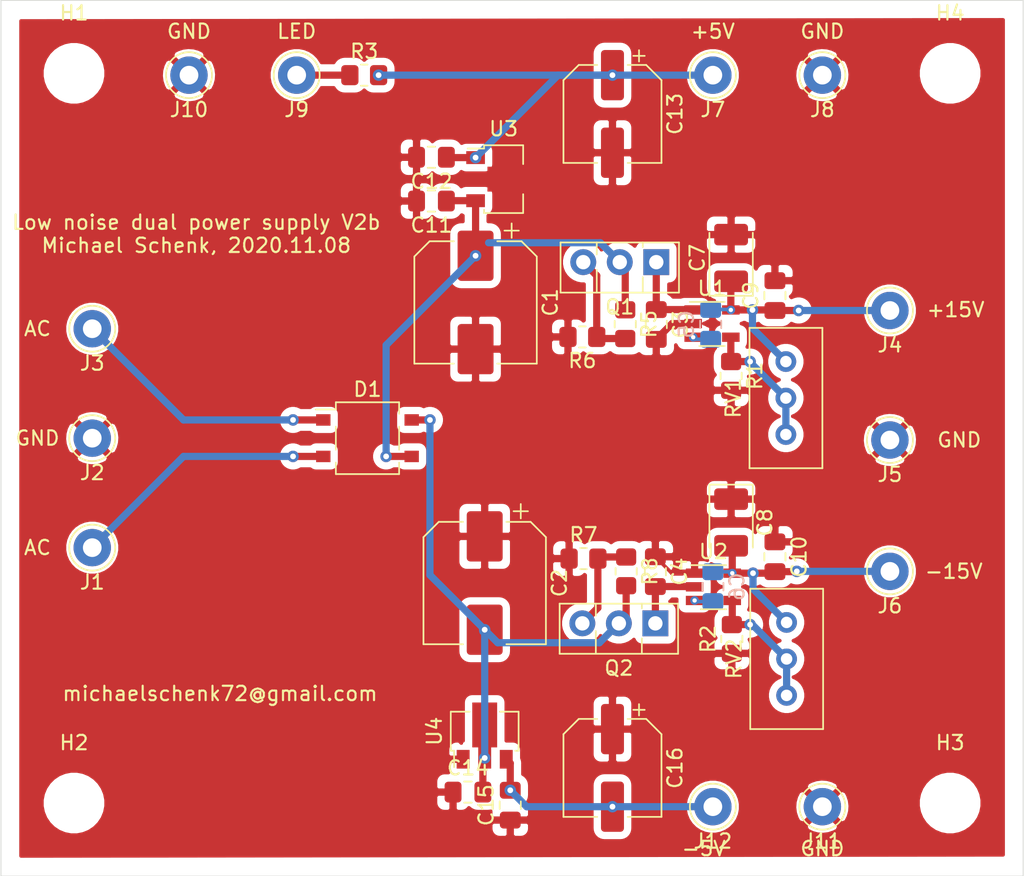
<source format=kicad_pcb>
(kicad_pcb (version 20171130) (host pcbnew "(5.1.7-0-10_14)")

  (general
    (thickness 1.6)
    (drawings 18)
    (tracks 125)
    (zones 0)
    (modules 48)
    (nets 19)
  )

  (page A4)
  (layers
    (0 F.Cu signal)
    (31 B.Cu signal)
    (32 B.Adhes user)
    (33 F.Adhes user)
    (34 B.Paste user)
    (35 F.Paste user)
    (36 B.SilkS user)
    (37 F.SilkS user)
    (38 B.Mask user)
    (39 F.Mask user)
    (40 Dwgs.User user)
    (41 Cmts.User user)
    (42 Eco1.User user)
    (43 Eco2.User user)
    (44 Edge.Cuts user)
    (45 Margin user)
    (46 B.CrtYd user)
    (47 F.CrtYd user)
    (48 B.Fab user)
    (49 F.Fab user)
  )

  (setup
    (last_trace_width 0.25)
    (user_trace_width 0.5)
    (trace_clearance 0.2)
    (zone_clearance 0.508)
    (zone_45_only no)
    (trace_min 0.2)
    (via_size 0.8)
    (via_drill 0.4)
    (via_min_size 0.4)
    (via_min_drill 0.3)
    (user_via 0.6 0.3)
    (uvia_size 0.3)
    (uvia_drill 0.1)
    (uvias_allowed no)
    (uvia_min_size 0.2)
    (uvia_min_drill 0.1)
    (edge_width 0.05)
    (segment_width 0.2)
    (pcb_text_width 0.3)
    (pcb_text_size 1.5 1.5)
    (mod_edge_width 0.12)
    (mod_text_size 1 1)
    (mod_text_width 0.15)
    (pad_size 1.524 1.524)
    (pad_drill 0.762)
    (pad_to_mask_clearance 0)
    (aux_axis_origin 0 0)
    (visible_elements FFFFFF7F)
    (pcbplotparams
      (layerselection 0x010f0_ffffffff)
      (usegerberextensions false)
      (usegerberattributes false)
      (usegerberadvancedattributes false)
      (creategerberjobfile false)
      (excludeedgelayer true)
      (linewidth 0.100000)
      (plotframeref false)
      (viasonmask false)
      (mode 1)
      (useauxorigin false)
      (hpglpennumber 1)
      (hpglpenspeed 20)
      (hpglpendiameter 15.000000)
      (psnegative false)
      (psa4output false)
      (plotreference true)
      (plotvalue false)
      (plotinvisibletext false)
      (padsonsilk true)
      (subtractmaskfromsilk false)
      (outputformat 1)
      (mirror false)
      (drillshape 0)
      (scaleselection 1)
      (outputdirectory "gerber/"))
  )

  (net 0 "")
  (net 1 GND)
  (net 2 "Net-(C1-Pad1)")
  (net 3 "Net-(C5-Pad1)")
  (net 4 "Net-(C10-Pad2)")
  (net 5 "Net-(D1-Pad2)")
  (net 6 "Net-(D1-Pad1)")
  (net 7 "Net-(R1-Pad1)")
  (net 8 "Net-(R2-Pad2)")
  (net 9 "Net-(C3-Pad1)")
  (net 10 "Net-(C4-Pad2)")
  (net 11 "Net-(Q1-Pad3)")
  (net 12 "Net-(Q2-Pad3)")
  (net 13 "Net-(C5-Pad2)")
  (net 14 "Net-(C6-Pad1)")
  (net 15 "Net-(C12-Pad1)")
  (net 16 "Net-(C14-Pad2)")
  (net 17 "Net-(C15-Pad2)")
  (net 18 "Net-(J9-Pad1)")

  (net_class Default "This is the default net class."
    (clearance 0.2)
    (trace_width 0.25)
    (via_dia 0.8)
    (via_drill 0.4)
    (uvia_dia 0.3)
    (uvia_drill 0.1)
    (add_net GND)
    (add_net "Net-(C1-Pad1)")
    (add_net "Net-(C10-Pad2)")
    (add_net "Net-(C12-Pad1)")
    (add_net "Net-(C14-Pad2)")
    (add_net "Net-(C15-Pad2)")
    (add_net "Net-(C3-Pad1)")
    (add_net "Net-(C4-Pad2)")
    (add_net "Net-(C5-Pad1)")
    (add_net "Net-(C5-Pad2)")
    (add_net "Net-(C6-Pad1)")
    (add_net "Net-(D1-Pad1)")
    (add_net "Net-(D1-Pad2)")
    (add_net "Net-(J9-Pad1)")
    (add_net "Net-(Q1-Pad3)")
    (add_net "Net-(Q2-Pad3)")
    (add_net "Net-(R1-Pad1)")
    (add_net "Net-(R2-Pad2)")
  )

  (module Package_TO_SOT_SMD:SOT-89-3 (layer F.Cu) (tedit 5C33D6E8) (tstamp 5FA859E8)
    (at 113.665 82.931 90)
    (descr "SOT-89-3, http://ww1.microchip.com/downloads/en/DeviceDoc/3L_SOT-89_MB_C04-029C.pdf")
    (tags SOT-89-3)
    (path /5FA8B82D)
    (attr smd)
    (fp_text reference U4 (at 0.3 -3.5 90) (layer F.SilkS)
      (effects (font (size 1 1) (thickness 0.15)))
    )
    (fp_text value L79L05_SOT89 (at 0.3 3.5 90) (layer F.Fab)
      (effects (font (size 1 1) (thickness 0.15)))
    )
    (fp_line (start -1.06 2.36) (end -1.06 2.13) (layer F.SilkS) (width 0.12))
    (fp_line (start -1.06 -2.36) (end -1.06 -2.13) (layer F.SilkS) (width 0.12))
    (fp_line (start -1.06 -2.36) (end 1.66 -2.36) (layer F.SilkS) (width 0.12))
    (fp_line (start -2.55 2.5) (end -2.55 -2.5) (layer F.CrtYd) (width 0.05))
    (fp_line (start -2.55 2.5) (end 2.55 2.5) (layer F.CrtYd) (width 0.05))
    (fp_line (start 2.55 -2.5) (end -2.55 -2.5) (layer F.CrtYd) (width 0.05))
    (fp_line (start 2.55 -2.5) (end 2.55 2.5) (layer F.CrtYd) (width 0.05))
    (fp_line (start 0.05 -2.25) (end 1.55 -2.25) (layer F.Fab) (width 0.1))
    (fp_line (start -0.95 2.25) (end -0.95 -1.25) (layer F.Fab) (width 0.1))
    (fp_line (start 1.55 2.25) (end -0.95 2.25) (layer F.Fab) (width 0.1))
    (fp_line (start 1.55 -2.25) (end 1.55 2.25) (layer F.Fab) (width 0.1))
    (fp_line (start -0.95 -1.25) (end 0.05 -2.25) (layer F.Fab) (width 0.1))
    (fp_line (start 1.66 -2.36) (end 1.66 -1.05) (layer F.SilkS) (width 0.12))
    (fp_line (start -2.2 -2.13) (end -1.06 -2.13) (layer F.SilkS) (width 0.12))
    (fp_line (start 1.66 2.36) (end -1.06 2.36) (layer F.SilkS) (width 0.12))
    (fp_line (start 1.66 1.05) (end 1.66 2.36) (layer F.SilkS) (width 0.12))
    (fp_text user %R (at 0.5 0) (layer F.Fab)
      (effects (font (size 1 1) (thickness 0.15)))
    )
    (pad 2 smd custom (at -1.5625 0 90) (size 1.475 0.9) (layers F.Cu F.Paste F.Mask)
      (net 16 "Net-(C14-Pad2)") (zone_connect 2)
      (options (clearance outline) (anchor rect))
      (primitives
        (gr_poly (pts
           (xy 0.7375 -0.8665) (xy 3.8625 -0.8665) (xy 3.8625 0.8665) (xy 0.7375 0.8665)) (width 0))
      ))
    (pad 3 smd rect (at -1.65 1.5 90) (size 1.3 0.9) (layers F.Cu F.Paste F.Mask)
      (net 17 "Net-(C15-Pad2)"))
    (pad 1 smd rect (at -1.65 -1.5 90) (size 1.3 0.9) (layers F.Cu F.Paste F.Mask)
      (net 1 GND))
    (model ${KISYS3DMOD}/Package_TO_SOT_SMD.3dshapes/SOT-89-3.wrl
      (at (xyz 0 0 0))
      (scale (xyz 1 1 1))
      (rotate (xyz 0 0 0))
    )
  )

  (module Package_TO_SOT_SMD:SOT-89-3 (layer F.Cu) (tedit 5C33D6E8) (tstamp 5FA859D0)
    (at 114.681 44.196)
    (descr "SOT-89-3, http://ww1.microchip.com/downloads/en/DeviceDoc/3L_SOT-89_MB_C04-029C.pdf")
    (tags SOT-89-3)
    (path /5FA8A431)
    (attr smd)
    (fp_text reference U3 (at 0.3 -3.5) (layer F.SilkS)
      (effects (font (size 1 1) (thickness 0.15)))
    )
    (fp_text value L78L05_SOT89 (at 0.3 3.5) (layer F.Fab)
      (effects (font (size 1 1) (thickness 0.15)))
    )
    (fp_line (start -1.06 2.36) (end -1.06 2.13) (layer F.SilkS) (width 0.12))
    (fp_line (start -1.06 -2.36) (end -1.06 -2.13) (layer F.SilkS) (width 0.12))
    (fp_line (start -1.06 -2.36) (end 1.66 -2.36) (layer F.SilkS) (width 0.12))
    (fp_line (start -2.55 2.5) (end -2.55 -2.5) (layer F.CrtYd) (width 0.05))
    (fp_line (start -2.55 2.5) (end 2.55 2.5) (layer F.CrtYd) (width 0.05))
    (fp_line (start 2.55 -2.5) (end -2.55 -2.5) (layer F.CrtYd) (width 0.05))
    (fp_line (start 2.55 -2.5) (end 2.55 2.5) (layer F.CrtYd) (width 0.05))
    (fp_line (start 0.05 -2.25) (end 1.55 -2.25) (layer F.Fab) (width 0.1))
    (fp_line (start -0.95 2.25) (end -0.95 -1.25) (layer F.Fab) (width 0.1))
    (fp_line (start 1.55 2.25) (end -0.95 2.25) (layer F.Fab) (width 0.1))
    (fp_line (start 1.55 -2.25) (end 1.55 2.25) (layer F.Fab) (width 0.1))
    (fp_line (start -0.95 -1.25) (end 0.05 -2.25) (layer F.Fab) (width 0.1))
    (fp_line (start 1.66 -2.36) (end 1.66 -1.05) (layer F.SilkS) (width 0.12))
    (fp_line (start -2.2 -2.13) (end -1.06 -2.13) (layer F.SilkS) (width 0.12))
    (fp_line (start 1.66 2.36) (end -1.06 2.36) (layer F.SilkS) (width 0.12))
    (fp_line (start 1.66 1.05) (end 1.66 2.36) (layer F.SilkS) (width 0.12))
    (fp_text user %R (at 0.5 0 90) (layer F.Fab)
      (effects (font (size 1 1) (thickness 0.15)))
    )
    (pad 2 smd custom (at -1.5625 0) (size 1.475 0.9) (layers F.Cu F.Paste F.Mask)
      (net 1 GND) (zone_connect 2)
      (options (clearance outline) (anchor rect))
      (primitives
        (gr_poly (pts
           (xy 0.7375 -0.8665) (xy 3.8625 -0.8665) (xy 3.8625 0.8665) (xy 0.7375 0.8665)) (width 0))
      ))
    (pad 3 smd rect (at -1.65 1.5) (size 1.3 0.9) (layers F.Cu F.Paste F.Mask)
      (net 2 "Net-(C1-Pad1)"))
    (pad 1 smd rect (at -1.65 -1.5) (size 1.3 0.9) (layers F.Cu F.Paste F.Mask)
      (net 15 "Net-(C12-Pad1)"))
    (model ${KISYS3DMOD}/Package_TO_SOT_SMD.3dshapes/SOT-89-3.wrl
      (at (xyz 0 0 0))
      (scale (xyz 1 1 1))
      (rotate (xyz 0 0 0))
    )
  )

  (module Resistor_SMD:R_0805_2012Metric_Pad1.20x1.40mm_HandSolder (layer F.Cu) (tedit 5F68FEEE) (tstamp 5FA8BE46)
    (at 105.283 36.957)
    (descr "Resistor SMD 0805 (2012 Metric), square (rectangular) end terminal, IPC_7351 nominal with elongated pad for handsoldering. (Body size source: IPC-SM-782 page 72, https://www.pcb-3d.com/wordpress/wp-content/uploads/ipc-sm-782a_amendment_1_and_2.pdf), generated with kicad-footprint-generator")
    (tags "resistor handsolder")
    (path /5FAA7DD8)
    (attr smd)
    (fp_text reference R3 (at 0 -1.65) (layer F.SilkS)
      (effects (font (size 1 1) (thickness 0.15)))
    )
    (fp_text value 240R (at 0 1.65) (layer F.Fab)
      (effects (font (size 1 1) (thickness 0.15)))
    )
    (fp_line (start -1 0.625) (end -1 -0.625) (layer F.Fab) (width 0.1))
    (fp_line (start -1 -0.625) (end 1 -0.625) (layer F.Fab) (width 0.1))
    (fp_line (start 1 -0.625) (end 1 0.625) (layer F.Fab) (width 0.1))
    (fp_line (start 1 0.625) (end -1 0.625) (layer F.Fab) (width 0.1))
    (fp_line (start -0.227064 -0.735) (end 0.227064 -0.735) (layer F.SilkS) (width 0.12))
    (fp_line (start -0.227064 0.735) (end 0.227064 0.735) (layer F.SilkS) (width 0.12))
    (fp_line (start -1.85 0.95) (end -1.85 -0.95) (layer F.CrtYd) (width 0.05))
    (fp_line (start -1.85 -0.95) (end 1.85 -0.95) (layer F.CrtYd) (width 0.05))
    (fp_line (start 1.85 -0.95) (end 1.85 0.95) (layer F.CrtYd) (width 0.05))
    (fp_line (start 1.85 0.95) (end -1.85 0.95) (layer F.CrtYd) (width 0.05))
    (fp_text user %R (at 0 0) (layer F.Fab)
      (effects (font (size 0.5 0.5) (thickness 0.08)))
    )
    (pad 2 smd roundrect (at 1 0) (size 1.2 1.4) (layers F.Cu F.Paste F.Mask) (roundrect_rratio 0.2083325)
      (net 15 "Net-(C12-Pad1)"))
    (pad 1 smd roundrect (at -1 0) (size 1.2 1.4) (layers F.Cu F.Paste F.Mask) (roundrect_rratio 0.2083325)
      (net 18 "Net-(J9-Pad1)"))
    (model ${KISYS3DMOD}/Resistor_SMD.3dshapes/R_0805_2012Metric.wrl
      (at (xyz 0 0 0))
      (scale (xyz 1 1 1))
      (rotate (xyz 0 0 0))
    )
  )

  (module Connector_Pin:Pin_D1.3mm_L11.0mm (layer F.Cu) (tedit 5A1DC085) (tstamp 5FA849A8)
    (at 129.54 87.884)
    (descr "solder Pin_ diameter 1.3mm, hole diameter 1.3mm, length 11.0mm")
    (tags "solder Pin_ pressfit")
    (path /5FBAAF6F)
    (fp_text reference J12 (at 0 2.4) (layer F.SilkS)
      (effects (font (size 1 1) (thickness 0.15)))
    )
    (fp_text value -5V (at 0 -2.05) (layer F.Fab)
      (effects (font (size 1 1) (thickness 0.15)))
    )
    (fp_circle (center 0 0) (end 1.8 0) (layer F.CrtYd) (width 0.05))
    (fp_circle (center 0 0) (end 0.65 -0.05) (layer F.Fab) (width 0.12))
    (fp_circle (center 0 0) (end 1.25 -0.05) (layer F.Fab) (width 0.12))
    (fp_circle (center 0 0) (end 1.6 0.05) (layer F.SilkS) (width 0.12))
    (fp_text user %R (at 0 2.4) (layer F.Fab)
      (effects (font (size 1 1) (thickness 0.15)))
    )
    (pad 1 thru_hole circle (at 0 0) (size 2.6 2.6) (drill 1.3) (layers *.Cu *.Mask)
      (net 17 "Net-(C15-Pad2)"))
    (model ${KISYS3DMOD}/Connector_Pin.3dshapes/Pin_D1.3mm_L11.0mm.wrl
      (at (xyz 0 0 0))
      (scale (xyz 1 1 1))
      (rotate (xyz 0 0 0))
    )
  )

  (module Connector_Pin:Pin_D1.3mm_L11.0mm (layer F.Cu) (tedit 5A1DC085) (tstamp 5FA8499E)
    (at 137.16 87.884)
    (descr "solder Pin_ diameter 1.3mm, hole diameter 1.3mm, length 11.0mm")
    (tags "solder Pin_ pressfit")
    (path /5FBAAF69)
    (fp_text reference J11 (at 0 2.4) (layer F.SilkS)
      (effects (font (size 1 1) (thickness 0.15)))
    )
    (fp_text value GND (at 0 -2.05) (layer F.Fab)
      (effects (font (size 1 1) (thickness 0.15)))
    )
    (fp_circle (center 0 0) (end 1.8 0) (layer F.CrtYd) (width 0.05))
    (fp_circle (center 0 0) (end 0.65 -0.05) (layer F.Fab) (width 0.12))
    (fp_circle (center 0 0) (end 1.25 -0.05) (layer F.Fab) (width 0.12))
    (fp_circle (center 0 0) (end 1.6 0.05) (layer F.SilkS) (width 0.12))
    (fp_text user %R (at 0 2.4) (layer F.Fab)
      (effects (font (size 1 1) (thickness 0.15)))
    )
    (pad 1 thru_hole circle (at 0 0) (size 2.6 2.6) (drill 1.3) (layers *.Cu *.Mask)
      (net 1 GND))
    (model ${KISYS3DMOD}/Connector_Pin.3dshapes/Pin_D1.3mm_L11.0mm.wrl
      (at (xyz 0 0 0))
      (scale (xyz 1 1 1))
      (rotate (xyz 0 0 0))
    )
  )

  (module Connector_Pin:Pin_D1.3mm_L11.0mm (layer F.Cu) (tedit 5A1DC085) (tstamp 5FA8BE24)
    (at 93.091 36.957)
    (descr "solder Pin_ diameter 1.3mm, hole diameter 1.3mm, length 11.0mm")
    (tags "solder Pin_ pressfit")
    (path /5FAA8F72)
    (fp_text reference J10 (at 0 2.4) (layer F.SilkS)
      (effects (font (size 1 1) (thickness 0.15)))
    )
    (fp_text value GND (at 0 -2.05) (layer F.Fab)
      (effects (font (size 1 1) (thickness 0.15)))
    )
    (fp_circle (center 0 0) (end 1.8 0) (layer F.CrtYd) (width 0.05))
    (fp_circle (center 0 0) (end 0.65 -0.05) (layer F.Fab) (width 0.12))
    (fp_circle (center 0 0) (end 1.25 -0.05) (layer F.Fab) (width 0.12))
    (fp_circle (center 0 0) (end 1.6 0.05) (layer F.SilkS) (width 0.12))
    (fp_text user %R (at 0 2.4) (layer F.Fab)
      (effects (font (size 1 1) (thickness 0.15)))
    )
    (pad 1 thru_hole circle (at 0 0) (size 2.6 2.6) (drill 1.3) (layers *.Cu *.Mask)
      (net 1 GND))
    (model ${KISYS3DMOD}/Connector_Pin.3dshapes/Pin_D1.3mm_L11.0mm.wrl
      (at (xyz 0 0 0))
      (scale (xyz 1 1 1))
      (rotate (xyz 0 0 0))
    )
  )

  (module Connector_Pin:Pin_D1.3mm_L11.0mm (layer F.Cu) (tedit 5A1DC085) (tstamp 5FA8BE09)
    (at 100.584 36.957)
    (descr "solder Pin_ diameter 1.3mm, hole diameter 1.3mm, length 11.0mm")
    (tags "solder Pin_ pressfit")
    (path /5FAA89B1)
    (fp_text reference J9 (at 0 2.4) (layer F.SilkS)
      (effects (font (size 1 1) (thickness 0.15)))
    )
    (fp_text value LED (at 0 -2.05) (layer F.Fab)
      (effects (font (size 1 1) (thickness 0.15)))
    )
    (fp_circle (center 0 0) (end 1.8 0) (layer F.CrtYd) (width 0.05))
    (fp_circle (center 0 0) (end 0.65 -0.05) (layer F.Fab) (width 0.12))
    (fp_circle (center 0 0) (end 1.25 -0.05) (layer F.Fab) (width 0.12))
    (fp_circle (center 0 0) (end 1.6 0.05) (layer F.SilkS) (width 0.12))
    (fp_text user %R (at 0 2.4) (layer F.Fab)
      (effects (font (size 1 1) (thickness 0.15)))
    )
    (pad 1 thru_hole circle (at 0 0) (size 2.6 2.6) (drill 1.3) (layers *.Cu *.Mask)
      (net 18 "Net-(J9-Pad1)"))
    (model ${KISYS3DMOD}/Connector_Pin.3dshapes/Pin_D1.3mm_L11.0mm.wrl
      (at (xyz 0 0 0))
      (scale (xyz 1 1 1))
      (rotate (xyz 0 0 0))
    )
  )

  (module Capacitor_SMD:CP_Elec_6.3x5.8 (layer F.Cu) (tedit 5BCA39D0) (tstamp 5FA84884)
    (at 122.555 85.184 270)
    (descr "SMD capacitor, aluminum electrolytic, Nichicon, 6.3x5.8mm")
    (tags "capacitor electrolytic")
    (path /5FBAAF51)
    (attr smd)
    (fp_text reference C16 (at 0 -4.35 90) (layer F.SilkS)
      (effects (font (size 1 1) (thickness 0.15)))
    )
    (fp_text value 47uF (at 0 4.35 90) (layer F.Fab)
      (effects (font (size 1 1) (thickness 0.15)))
    )
    (fp_circle (center 0 0) (end 3.15 0) (layer F.Fab) (width 0.1))
    (fp_line (start 3.3 -3.3) (end 3.3 3.3) (layer F.Fab) (width 0.1))
    (fp_line (start -2.3 -3.3) (end 3.3 -3.3) (layer F.Fab) (width 0.1))
    (fp_line (start -2.3 3.3) (end 3.3 3.3) (layer F.Fab) (width 0.1))
    (fp_line (start -3.3 -2.3) (end -3.3 2.3) (layer F.Fab) (width 0.1))
    (fp_line (start -3.3 -2.3) (end -2.3 -3.3) (layer F.Fab) (width 0.1))
    (fp_line (start -3.3 2.3) (end -2.3 3.3) (layer F.Fab) (width 0.1))
    (fp_line (start -2.704838 -1.33) (end -2.074838 -1.33) (layer F.Fab) (width 0.1))
    (fp_line (start -2.389838 -1.645) (end -2.389838 -1.015) (layer F.Fab) (width 0.1))
    (fp_line (start 3.41 3.41) (end 3.41 1.06) (layer F.SilkS) (width 0.12))
    (fp_line (start 3.41 -3.41) (end 3.41 -1.06) (layer F.SilkS) (width 0.12))
    (fp_line (start -2.345563 -3.41) (end 3.41 -3.41) (layer F.SilkS) (width 0.12))
    (fp_line (start -2.345563 3.41) (end 3.41 3.41) (layer F.SilkS) (width 0.12))
    (fp_line (start -3.41 2.345563) (end -3.41 1.06) (layer F.SilkS) (width 0.12))
    (fp_line (start -3.41 -2.345563) (end -3.41 -1.06) (layer F.SilkS) (width 0.12))
    (fp_line (start -3.41 -2.345563) (end -2.345563 -3.41) (layer F.SilkS) (width 0.12))
    (fp_line (start -3.41 2.345563) (end -2.345563 3.41) (layer F.SilkS) (width 0.12))
    (fp_line (start -4.4375 -1.8475) (end -3.65 -1.8475) (layer F.SilkS) (width 0.12))
    (fp_line (start -4.04375 -2.24125) (end -4.04375 -1.45375) (layer F.SilkS) (width 0.12))
    (fp_line (start 3.55 -3.55) (end 3.55 -1.05) (layer F.CrtYd) (width 0.05))
    (fp_line (start 3.55 -1.05) (end 4.7 -1.05) (layer F.CrtYd) (width 0.05))
    (fp_line (start 4.7 -1.05) (end 4.7 1.05) (layer F.CrtYd) (width 0.05))
    (fp_line (start 4.7 1.05) (end 3.55 1.05) (layer F.CrtYd) (width 0.05))
    (fp_line (start 3.55 1.05) (end 3.55 3.55) (layer F.CrtYd) (width 0.05))
    (fp_line (start -2.4 3.55) (end 3.55 3.55) (layer F.CrtYd) (width 0.05))
    (fp_line (start -2.4 -3.55) (end 3.55 -3.55) (layer F.CrtYd) (width 0.05))
    (fp_line (start -3.55 2.4) (end -2.4 3.55) (layer F.CrtYd) (width 0.05))
    (fp_line (start -3.55 -2.4) (end -2.4 -3.55) (layer F.CrtYd) (width 0.05))
    (fp_line (start -3.55 -2.4) (end -3.55 -1.05) (layer F.CrtYd) (width 0.05))
    (fp_line (start -3.55 1.05) (end -3.55 2.4) (layer F.CrtYd) (width 0.05))
    (fp_line (start -3.55 -1.05) (end -4.7 -1.05) (layer F.CrtYd) (width 0.05))
    (fp_line (start -4.7 -1.05) (end -4.7 1.05) (layer F.CrtYd) (width 0.05))
    (fp_line (start -4.7 1.05) (end -3.55 1.05) (layer F.CrtYd) (width 0.05))
    (fp_text user %R (at 0 0 90) (layer F.Fab)
      (effects (font (size 1 1) (thickness 0.15)))
    )
    (pad 2 smd roundrect (at 2.7 0 270) (size 3.5 1.6) (layers F.Cu F.Paste F.Mask) (roundrect_rratio 0.15625)
      (net 17 "Net-(C15-Pad2)"))
    (pad 1 smd roundrect (at -2.7 0 270) (size 3.5 1.6) (layers F.Cu F.Paste F.Mask) (roundrect_rratio 0.15625)
      (net 1 GND))
    (model ${KISYS3DMOD}/Capacitor_SMD.3dshapes/CP_Elec_6.3x5.8.wrl
      (at (xyz 0 0 0))
      (scale (xyz 1 1 1))
      (rotate (xyz 0 0 0))
    )
  )

  (module Capacitor_SMD:C_0805_2012Metric_Pad1.18x1.45mm_HandSolder (layer F.Cu) (tedit 5F68FEEF) (tstamp 5FA8485C)
    (at 115.443 87.7785 90)
    (descr "Capacitor SMD 0805 (2012 Metric), square (rectangular) end terminal, IPC_7351 nominal with elongated pad for handsoldering. (Body size source: IPC-SM-782 page 76, https://www.pcb-3d.com/wordpress/wp-content/uploads/ipc-sm-782a_amendment_1_and_2.pdf, https://docs.google.com/spreadsheets/d/1BsfQQcO9C6DZCsRaXUlFlo91Tg2WpOkGARC1WS5S8t0/edit?usp=sharing), generated with kicad-footprint-generator")
    (tags "capacitor handsolder")
    (path /5FBAAF5D)
    (attr smd)
    (fp_text reference C15 (at 0 -1.68 90) (layer F.SilkS)
      (effects (font (size 1 1) (thickness 0.15)))
    )
    (fp_text value 100nF (at 0 1.68 90) (layer F.Fab)
      (effects (font (size 1 1) (thickness 0.15)))
    )
    (fp_line (start -1 0.625) (end -1 -0.625) (layer F.Fab) (width 0.1))
    (fp_line (start -1 -0.625) (end 1 -0.625) (layer F.Fab) (width 0.1))
    (fp_line (start 1 -0.625) (end 1 0.625) (layer F.Fab) (width 0.1))
    (fp_line (start 1 0.625) (end -1 0.625) (layer F.Fab) (width 0.1))
    (fp_line (start -0.261252 -0.735) (end 0.261252 -0.735) (layer F.SilkS) (width 0.12))
    (fp_line (start -0.261252 0.735) (end 0.261252 0.735) (layer F.SilkS) (width 0.12))
    (fp_line (start -1.88 0.98) (end -1.88 -0.98) (layer F.CrtYd) (width 0.05))
    (fp_line (start -1.88 -0.98) (end 1.88 -0.98) (layer F.CrtYd) (width 0.05))
    (fp_line (start 1.88 -0.98) (end 1.88 0.98) (layer F.CrtYd) (width 0.05))
    (fp_line (start 1.88 0.98) (end -1.88 0.98) (layer F.CrtYd) (width 0.05))
    (fp_text user %R (at 0 0 90) (layer F.Fab)
      (effects (font (size 0.5 0.5) (thickness 0.08)))
    )
    (pad 2 smd roundrect (at 1.0375 0 90) (size 1.175 1.45) (layers F.Cu F.Paste F.Mask) (roundrect_rratio 0.2127659574468085)
      (net 17 "Net-(C15-Pad2)"))
    (pad 1 smd roundrect (at -1.0375 0 90) (size 1.175 1.45) (layers F.Cu F.Paste F.Mask) (roundrect_rratio 0.2127659574468085)
      (net 1 GND))
    (model ${KISYS3DMOD}/Capacitor_SMD.3dshapes/C_0805_2012Metric.wrl
      (at (xyz 0 0 0))
      (scale (xyz 1 1 1))
      (rotate (xyz 0 0 0))
    )
  )

  (module Capacitor_SMD:C_0805_2012Metric_Pad1.18x1.45mm_HandSolder (layer F.Cu) (tedit 5F68FEEF) (tstamp 5FA8484B)
    (at 112.5005 86.868)
    (descr "Capacitor SMD 0805 (2012 Metric), square (rectangular) end terminal, IPC_7351 nominal with elongated pad for handsoldering. (Body size source: IPC-SM-782 page 76, https://www.pcb-3d.com/wordpress/wp-content/uploads/ipc-sm-782a_amendment_1_and_2.pdf, https://docs.google.com/spreadsheets/d/1BsfQQcO9C6DZCsRaXUlFlo91Tg2WpOkGARC1WS5S8t0/edit?usp=sharing), generated with kicad-footprint-generator")
    (tags "capacitor handsolder")
    (path /5FBAAF57)
    (attr smd)
    (fp_text reference C14 (at 0 -1.68) (layer F.SilkS)
      (effects (font (size 1 1) (thickness 0.15)))
    )
    (fp_text value 330nF (at 0 1.68) (layer F.Fab)
      (effects (font (size 1 1) (thickness 0.15)))
    )
    (fp_line (start -1 0.625) (end -1 -0.625) (layer F.Fab) (width 0.1))
    (fp_line (start -1 -0.625) (end 1 -0.625) (layer F.Fab) (width 0.1))
    (fp_line (start 1 -0.625) (end 1 0.625) (layer F.Fab) (width 0.1))
    (fp_line (start 1 0.625) (end -1 0.625) (layer F.Fab) (width 0.1))
    (fp_line (start -0.261252 -0.735) (end 0.261252 -0.735) (layer F.SilkS) (width 0.12))
    (fp_line (start -0.261252 0.735) (end 0.261252 0.735) (layer F.SilkS) (width 0.12))
    (fp_line (start -1.88 0.98) (end -1.88 -0.98) (layer F.CrtYd) (width 0.05))
    (fp_line (start -1.88 -0.98) (end 1.88 -0.98) (layer F.CrtYd) (width 0.05))
    (fp_line (start 1.88 -0.98) (end 1.88 0.98) (layer F.CrtYd) (width 0.05))
    (fp_line (start 1.88 0.98) (end -1.88 0.98) (layer F.CrtYd) (width 0.05))
    (fp_text user %R (at 0 0) (layer F.Fab)
      (effects (font (size 0.5 0.5) (thickness 0.08)))
    )
    (pad 2 smd roundrect (at 1.0375 0) (size 1.175 1.45) (layers F.Cu F.Paste F.Mask) (roundrect_rratio 0.2127659574468085)
      (net 16 "Net-(C14-Pad2)"))
    (pad 1 smd roundrect (at -1.0375 0) (size 1.175 1.45) (layers F.Cu F.Paste F.Mask) (roundrect_rratio 0.2127659574468085)
      (net 1 GND))
    (model ${KISYS3DMOD}/Capacitor_SMD.3dshapes/C_0805_2012Metric.wrl
      (at (xyz 0 0 0))
      (scale (xyz 1 1 1))
      (rotate (xyz 0 0 0))
    )
  )

  (module Capacitor_SMD:CP_Elec_8x10 (layer F.Cu) (tedit 5BCA39D0) (tstamp 5F958BA9)
    (at 113.665 72.315 270)
    (descr "SMD capacitor, aluminum electrolytic, Nichicon, 8.0x10mm")
    (tags "capacitor electrolytic")
    (path /5F98959C)
    (attr smd)
    (fp_text reference C2 (at 0 -5.2 90) (layer F.SilkS)
      (effects (font (size 1 1) (thickness 0.15)))
    )
    (fp_text value 100u (at 0 5.2 90) (layer F.Fab)
      (effects (font (size 1 1) (thickness 0.15)))
    )
    (fp_circle (center 0 0) (end 4 0) (layer F.Fab) (width 0.1))
    (fp_line (start 4.15 -4.15) (end 4.15 4.15) (layer F.Fab) (width 0.1))
    (fp_line (start -3.15 -4.15) (end 4.15 -4.15) (layer F.Fab) (width 0.1))
    (fp_line (start -3.15 4.15) (end 4.15 4.15) (layer F.Fab) (width 0.1))
    (fp_line (start -4.15 -3.15) (end -4.15 3.15) (layer F.Fab) (width 0.1))
    (fp_line (start -4.15 -3.15) (end -3.15 -4.15) (layer F.Fab) (width 0.1))
    (fp_line (start -4.15 3.15) (end -3.15 4.15) (layer F.Fab) (width 0.1))
    (fp_line (start -3.562278 -1.5) (end -2.762278 -1.5) (layer F.Fab) (width 0.1))
    (fp_line (start -3.162278 -1.9) (end -3.162278 -1.1) (layer F.Fab) (width 0.1))
    (fp_line (start 4.26 4.26) (end 4.26 1.51) (layer F.SilkS) (width 0.12))
    (fp_line (start 4.26 -4.26) (end 4.26 -1.51) (layer F.SilkS) (width 0.12))
    (fp_line (start -3.195563 -4.26) (end 4.26 -4.26) (layer F.SilkS) (width 0.12))
    (fp_line (start -3.195563 4.26) (end 4.26 4.26) (layer F.SilkS) (width 0.12))
    (fp_line (start -4.26 3.195563) (end -4.26 1.51) (layer F.SilkS) (width 0.12))
    (fp_line (start -4.26 -3.195563) (end -4.26 -1.51) (layer F.SilkS) (width 0.12))
    (fp_line (start -4.26 -3.195563) (end -3.195563 -4.26) (layer F.SilkS) (width 0.12))
    (fp_line (start -4.26 3.195563) (end -3.195563 4.26) (layer F.SilkS) (width 0.12))
    (fp_line (start -5.5 -2.51) (end -4.5 -2.51) (layer F.SilkS) (width 0.12))
    (fp_line (start -5 -3.01) (end -5 -2.01) (layer F.SilkS) (width 0.12))
    (fp_line (start 4.4 -4.4) (end 4.4 -1.5) (layer F.CrtYd) (width 0.05))
    (fp_line (start 4.4 -1.5) (end 5.25 -1.5) (layer F.CrtYd) (width 0.05))
    (fp_line (start 5.25 -1.5) (end 5.25 1.5) (layer F.CrtYd) (width 0.05))
    (fp_line (start 5.25 1.5) (end 4.4 1.5) (layer F.CrtYd) (width 0.05))
    (fp_line (start 4.4 1.5) (end 4.4 4.4) (layer F.CrtYd) (width 0.05))
    (fp_line (start -3.25 4.4) (end 4.4 4.4) (layer F.CrtYd) (width 0.05))
    (fp_line (start -3.25 -4.4) (end 4.4 -4.4) (layer F.CrtYd) (width 0.05))
    (fp_line (start -4.4 3.25) (end -3.25 4.4) (layer F.CrtYd) (width 0.05))
    (fp_line (start -4.4 -3.25) (end -3.25 -4.4) (layer F.CrtYd) (width 0.05))
    (fp_line (start -4.4 -3.25) (end -4.4 -1.5) (layer F.CrtYd) (width 0.05))
    (fp_line (start -4.4 1.5) (end -4.4 3.25) (layer F.CrtYd) (width 0.05))
    (fp_line (start -4.4 -1.5) (end -5.25 -1.5) (layer F.CrtYd) (width 0.05))
    (fp_line (start -5.25 -1.5) (end -5.25 1.5) (layer F.CrtYd) (width 0.05))
    (fp_line (start -5.25 1.5) (end -4.4 1.5) (layer F.CrtYd) (width 0.05))
    (fp_text user %R (at 0 0 90) (layer F.Fab)
      (effects (font (size 1 1) (thickness 0.15)))
    )
    (pad 2 smd roundrect (at 3.25 0 270) (size 3.5 2.5) (layers F.Cu F.Paste F.Mask) (roundrect_rratio 0.1)
      (net 16 "Net-(C14-Pad2)"))
    (pad 1 smd roundrect (at -3.25 0 270) (size 3.5 2.5) (layers F.Cu F.Paste F.Mask) (roundrect_rratio 0.1)
      (net 1 GND))
    (model ${KISYS3DMOD}/Capacitor_SMD.3dshapes/CP_Elec_8x10.wrl
      (at (xyz 0 0 0))
      (scale (xyz 1 1 1))
      (rotate (xyz 0 0 0))
    )
  )

  (module Connector_Pin:Pin_D1.3mm_L11.0mm (layer F.Cu) (tedit 5A1DC085) (tstamp 5FA8BDA3)
    (at 137.16 36.957)
    (descr "solder Pin_ diameter 1.3mm, hole diameter 1.3mm, length 11.0mm")
    (tags "solder Pin_ pressfit")
    (path /5FA952AE)
    (fp_text reference J8 (at 0 2.4) (layer F.SilkS)
      (effects (font (size 1 1) (thickness 0.15)))
    )
    (fp_text value GND (at 0 -2.05) (layer F.Fab)
      (effects (font (size 1 1) (thickness 0.15)))
    )
    (fp_circle (center 0 0) (end 1.6 0.05) (layer F.SilkS) (width 0.12))
    (fp_circle (center 0 0) (end 1.25 -0.05) (layer F.Fab) (width 0.12))
    (fp_circle (center 0 0) (end 0.65 -0.05) (layer F.Fab) (width 0.12))
    (fp_circle (center 0 0) (end 1.8 0) (layer F.CrtYd) (width 0.05))
    (fp_text user %R (at 0 2.4) (layer F.Fab)
      (effects (font (size 1 1) (thickness 0.15)))
    )
    (pad 1 thru_hole circle (at 0 0) (size 2.6 2.6) (drill 1.3) (layers *.Cu *.Mask)
      (net 1 GND))
    (model ${KISYS3DMOD}/Connector_Pin.3dshapes/Pin_D1.3mm_L11.0mm.wrl
      (at (xyz 0 0 0))
      (scale (xyz 1 1 1))
      (rotate (xyz 0 0 0))
    )
  )

  (module Connector_Pin:Pin_D1.3mm_L11.0mm (layer F.Cu) (tedit 5A1DC085) (tstamp 5FA8BD88)
    (at 129.54 36.957)
    (descr "solder Pin_ diameter 1.3mm, hole diameter 1.3mm, length 11.0mm")
    (tags "solder Pin_ pressfit")
    (path /5FA9529D)
    (fp_text reference J7 (at 0 2.4) (layer F.SilkS)
      (effects (font (size 1 1) (thickness 0.15)))
    )
    (fp_text value +5V (at 0 -2.05) (layer F.Fab)
      (effects (font (size 1 1) (thickness 0.15)))
    )
    (fp_circle (center 0 0) (end 1.6 0.05) (layer F.SilkS) (width 0.12))
    (fp_circle (center 0 0) (end 1.25 -0.05) (layer F.Fab) (width 0.12))
    (fp_circle (center 0 0) (end 0.65 -0.05) (layer F.Fab) (width 0.12))
    (fp_circle (center 0 0) (end 1.8 0) (layer F.CrtYd) (width 0.05))
    (fp_text user %R (at 0 2.4) (layer F.Fab)
      (effects (font (size 1 1) (thickness 0.15)))
    )
    (pad 1 thru_hole circle (at 0 0) (size 2.6 2.6) (drill 1.3) (layers *.Cu *.Mask)
      (net 15 "Net-(C12-Pad1)"))
    (model ${KISYS3DMOD}/Connector_Pin.3dshapes/Pin_D1.3mm_L11.0mm.wrl
      (at (xyz 0 0 0))
      (scale (xyz 1 1 1))
      (rotate (xyz 0 0 0))
    )
  )

  (module Capacitor_SMD:CP_Elec_6.3x5.8 (layer F.Cu) (tedit 5BCA39D0) (tstamp 5FA8BD31)
    (at 122.555 39.657 270)
    (descr "SMD capacitor, aluminum electrolytic, Nichicon, 6.3x5.8mm")
    (tags "capacitor electrolytic")
    (path /5FA95285)
    (attr smd)
    (fp_text reference C13 (at 0 -4.35 90) (layer F.SilkS)
      (effects (font (size 1 1) (thickness 0.15)))
    )
    (fp_text value 47uF (at 0 4.35 90) (layer F.Fab)
      (effects (font (size 1 1) (thickness 0.15)))
    )
    (fp_line (start -4.7 1.05) (end -3.55 1.05) (layer F.CrtYd) (width 0.05))
    (fp_line (start -4.7 -1.05) (end -4.7 1.05) (layer F.CrtYd) (width 0.05))
    (fp_line (start -3.55 -1.05) (end -4.7 -1.05) (layer F.CrtYd) (width 0.05))
    (fp_line (start -3.55 1.05) (end -3.55 2.4) (layer F.CrtYd) (width 0.05))
    (fp_line (start -3.55 -2.4) (end -3.55 -1.05) (layer F.CrtYd) (width 0.05))
    (fp_line (start -3.55 -2.4) (end -2.4 -3.55) (layer F.CrtYd) (width 0.05))
    (fp_line (start -3.55 2.4) (end -2.4 3.55) (layer F.CrtYd) (width 0.05))
    (fp_line (start -2.4 -3.55) (end 3.55 -3.55) (layer F.CrtYd) (width 0.05))
    (fp_line (start -2.4 3.55) (end 3.55 3.55) (layer F.CrtYd) (width 0.05))
    (fp_line (start 3.55 1.05) (end 3.55 3.55) (layer F.CrtYd) (width 0.05))
    (fp_line (start 4.7 1.05) (end 3.55 1.05) (layer F.CrtYd) (width 0.05))
    (fp_line (start 4.7 -1.05) (end 4.7 1.05) (layer F.CrtYd) (width 0.05))
    (fp_line (start 3.55 -1.05) (end 4.7 -1.05) (layer F.CrtYd) (width 0.05))
    (fp_line (start 3.55 -3.55) (end 3.55 -1.05) (layer F.CrtYd) (width 0.05))
    (fp_line (start -4.04375 -2.24125) (end -4.04375 -1.45375) (layer F.SilkS) (width 0.12))
    (fp_line (start -4.4375 -1.8475) (end -3.65 -1.8475) (layer F.SilkS) (width 0.12))
    (fp_line (start -3.41 2.345563) (end -2.345563 3.41) (layer F.SilkS) (width 0.12))
    (fp_line (start -3.41 -2.345563) (end -2.345563 -3.41) (layer F.SilkS) (width 0.12))
    (fp_line (start -3.41 -2.345563) (end -3.41 -1.06) (layer F.SilkS) (width 0.12))
    (fp_line (start -3.41 2.345563) (end -3.41 1.06) (layer F.SilkS) (width 0.12))
    (fp_line (start -2.345563 3.41) (end 3.41 3.41) (layer F.SilkS) (width 0.12))
    (fp_line (start -2.345563 -3.41) (end 3.41 -3.41) (layer F.SilkS) (width 0.12))
    (fp_line (start 3.41 -3.41) (end 3.41 -1.06) (layer F.SilkS) (width 0.12))
    (fp_line (start 3.41 3.41) (end 3.41 1.06) (layer F.SilkS) (width 0.12))
    (fp_line (start -2.389838 -1.645) (end -2.389838 -1.015) (layer F.Fab) (width 0.1))
    (fp_line (start -2.704838 -1.33) (end -2.074838 -1.33) (layer F.Fab) (width 0.1))
    (fp_line (start -3.3 2.3) (end -2.3 3.3) (layer F.Fab) (width 0.1))
    (fp_line (start -3.3 -2.3) (end -2.3 -3.3) (layer F.Fab) (width 0.1))
    (fp_line (start -3.3 -2.3) (end -3.3 2.3) (layer F.Fab) (width 0.1))
    (fp_line (start -2.3 3.3) (end 3.3 3.3) (layer F.Fab) (width 0.1))
    (fp_line (start -2.3 -3.3) (end 3.3 -3.3) (layer F.Fab) (width 0.1))
    (fp_line (start 3.3 -3.3) (end 3.3 3.3) (layer F.Fab) (width 0.1))
    (fp_circle (center 0 0) (end 3.15 0) (layer F.Fab) (width 0.1))
    (fp_text user %R (at 0 0 90) (layer F.Fab)
      (effects (font (size 1 1) (thickness 0.15)))
    )
    (pad 2 smd roundrect (at 2.7 0 270) (size 3.5 1.6) (layers F.Cu F.Paste F.Mask) (roundrect_rratio 0.15625)
      (net 1 GND))
    (pad 1 smd roundrect (at -2.7 0 270) (size 3.5 1.6) (layers F.Cu F.Paste F.Mask) (roundrect_rratio 0.15625)
      (net 15 "Net-(C12-Pad1)"))
    (model ${KISYS3DMOD}/Capacitor_SMD.3dshapes/CP_Elec_6.3x5.8.wrl
      (at (xyz 0 0 0))
      (scale (xyz 1 1 1))
      (rotate (xyz 0 0 0))
    )
  )

  (module Capacitor_SMD:C_0805_2012Metric_Pad1.18x1.45mm_HandSolder (layer F.Cu) (tedit 5F68FEEF) (tstamp 5FA8BCEA)
    (at 109.9605 42.672 180)
    (descr "Capacitor SMD 0805 (2012 Metric), square (rectangular) end terminal, IPC_7351 nominal with elongated pad for handsoldering. (Body size source: IPC-SM-782 page 76, https://www.pcb-3d.com/wordpress/wp-content/uploads/ipc-sm-782a_amendment_1_and_2.pdf, https://docs.google.com/spreadsheets/d/1BsfQQcO9C6DZCsRaXUlFlo91Tg2WpOkGARC1WS5S8t0/edit?usp=sharing), generated with kicad-footprint-generator")
    (tags "capacitor handsolder")
    (path /5FA95291)
    (attr smd)
    (fp_text reference C12 (at 0 -1.68) (layer F.SilkS)
      (effects (font (size 1 1) (thickness 0.15)))
    )
    (fp_text value 100nF (at 0 1.68) (layer F.Fab)
      (effects (font (size 1 1) (thickness 0.15)))
    )
    (fp_line (start 1.88 0.98) (end -1.88 0.98) (layer F.CrtYd) (width 0.05))
    (fp_line (start 1.88 -0.98) (end 1.88 0.98) (layer F.CrtYd) (width 0.05))
    (fp_line (start -1.88 -0.98) (end 1.88 -0.98) (layer F.CrtYd) (width 0.05))
    (fp_line (start -1.88 0.98) (end -1.88 -0.98) (layer F.CrtYd) (width 0.05))
    (fp_line (start -0.261252 0.735) (end 0.261252 0.735) (layer F.SilkS) (width 0.12))
    (fp_line (start -0.261252 -0.735) (end 0.261252 -0.735) (layer F.SilkS) (width 0.12))
    (fp_line (start 1 0.625) (end -1 0.625) (layer F.Fab) (width 0.1))
    (fp_line (start 1 -0.625) (end 1 0.625) (layer F.Fab) (width 0.1))
    (fp_line (start -1 -0.625) (end 1 -0.625) (layer F.Fab) (width 0.1))
    (fp_line (start -1 0.625) (end -1 -0.625) (layer F.Fab) (width 0.1))
    (fp_text user %R (at 0 0) (layer F.Fab)
      (effects (font (size 0.5 0.5) (thickness 0.08)))
    )
    (pad 2 smd roundrect (at 1.0375 0 180) (size 1.175 1.45) (layers F.Cu F.Paste F.Mask) (roundrect_rratio 0.2127659574468085)
      (net 1 GND))
    (pad 1 smd roundrect (at -1.0375 0 180) (size 1.175 1.45) (layers F.Cu F.Paste F.Mask) (roundrect_rratio 0.2127659574468085)
      (net 15 "Net-(C12-Pad1)"))
    (model ${KISYS3DMOD}/Capacitor_SMD.3dshapes/C_0805_2012Metric.wrl
      (at (xyz 0 0 0))
      (scale (xyz 1 1 1))
      (rotate (xyz 0 0 0))
    )
  )

  (module Capacitor_SMD:C_0805_2012Metric_Pad1.18x1.45mm_HandSolder (layer F.Cu) (tedit 5F68FEEF) (tstamp 5FA81173)
    (at 109.9605 45.72 180)
    (descr "Capacitor SMD 0805 (2012 Metric), square (rectangular) end terminal, IPC_7351 nominal with elongated pad for handsoldering. (Body size source: IPC-SM-782 page 76, https://www.pcb-3d.com/wordpress/wp-content/uploads/ipc-sm-782a_amendment_1_and_2.pdf, https://docs.google.com/spreadsheets/d/1BsfQQcO9C6DZCsRaXUlFlo91Tg2WpOkGARC1WS5S8t0/edit?usp=sharing), generated with kicad-footprint-generator")
    (tags "capacitor handsolder")
    (path /5FA9528B)
    (attr smd)
    (fp_text reference C11 (at 0 -1.68) (layer F.SilkS)
      (effects (font (size 1 1) (thickness 0.15)))
    )
    (fp_text value 330nF (at 0 1.68) (layer F.Fab)
      (effects (font (size 1 1) (thickness 0.15)))
    )
    (fp_line (start 1.88 0.98) (end -1.88 0.98) (layer F.CrtYd) (width 0.05))
    (fp_line (start 1.88 -0.98) (end 1.88 0.98) (layer F.CrtYd) (width 0.05))
    (fp_line (start -1.88 -0.98) (end 1.88 -0.98) (layer F.CrtYd) (width 0.05))
    (fp_line (start -1.88 0.98) (end -1.88 -0.98) (layer F.CrtYd) (width 0.05))
    (fp_line (start -0.261252 0.735) (end 0.261252 0.735) (layer F.SilkS) (width 0.12))
    (fp_line (start -0.261252 -0.735) (end 0.261252 -0.735) (layer F.SilkS) (width 0.12))
    (fp_line (start 1 0.625) (end -1 0.625) (layer F.Fab) (width 0.1))
    (fp_line (start 1 -0.625) (end 1 0.625) (layer F.Fab) (width 0.1))
    (fp_line (start -1 -0.625) (end 1 -0.625) (layer F.Fab) (width 0.1))
    (fp_line (start -1 0.625) (end -1 -0.625) (layer F.Fab) (width 0.1))
    (fp_text user %R (at 0 0) (layer F.Fab)
      (effects (font (size 0.5 0.5) (thickness 0.08)))
    )
    (pad 2 smd roundrect (at 1.0375 0 180) (size 1.175 1.45) (layers F.Cu F.Paste F.Mask) (roundrect_rratio 0.2127659574468085)
      (net 1 GND))
    (pad 1 smd roundrect (at -1.0375 0 180) (size 1.175 1.45) (layers F.Cu F.Paste F.Mask) (roundrect_rratio 0.2127659574468085)
      (net 2 "Net-(C1-Pad1)"))
    (model ${KISYS3DMOD}/Capacitor_SMD.3dshapes/C_0805_2012Metric.wrl
      (at (xyz 0 0 0))
      (scale (xyz 1 1 1))
      (rotate (xyz 0 0 0))
    )
  )

  (module Resistor_SMD:R_0805_2012Metric_Pad1.20x1.40mm_HandSolder (layer F.Cu) (tedit 5F68FEEE) (tstamp 5F970ED0)
    (at 123.5075 71.501 270)
    (descr "Resistor SMD 0805 (2012 Metric), square (rectangular) end terminal, IPC_7351 nominal with elongated pad for handsoldering. (Body size source: IPC-SM-782 page 72, https://www.pcb-3d.com/wordpress/wp-content/uploads/ipc-sm-782a_amendment_1_and_2.pdf), generated with kicad-footprint-generator")
    (tags "resistor handsolder")
    (path /5F9D4A45)
    (attr smd)
    (fp_text reference R8 (at 0 -1.65 90) (layer F.SilkS)
      (effects (font (size 1 1) (thickness 0.15)))
    )
    (fp_text value 15k (at 0 1.65 90) (layer F.Fab)
      (effects (font (size 1 1) (thickness 0.15)))
    )
    (fp_line (start -1 0.625) (end -1 -0.625) (layer F.Fab) (width 0.1))
    (fp_line (start -1 -0.625) (end 1 -0.625) (layer F.Fab) (width 0.1))
    (fp_line (start 1 -0.625) (end 1 0.625) (layer F.Fab) (width 0.1))
    (fp_line (start 1 0.625) (end -1 0.625) (layer F.Fab) (width 0.1))
    (fp_line (start -0.227064 -0.735) (end 0.227064 -0.735) (layer F.SilkS) (width 0.12))
    (fp_line (start -0.227064 0.735) (end 0.227064 0.735) (layer F.SilkS) (width 0.12))
    (fp_line (start -1.85 0.95) (end -1.85 -0.95) (layer F.CrtYd) (width 0.05))
    (fp_line (start -1.85 -0.95) (end 1.85 -0.95) (layer F.CrtYd) (width 0.05))
    (fp_line (start 1.85 -0.95) (end 1.85 0.95) (layer F.CrtYd) (width 0.05))
    (fp_line (start 1.85 0.95) (end -1.85 0.95) (layer F.CrtYd) (width 0.05))
    (fp_text user %R (at 0 0 90) (layer F.Fab)
      (effects (font (size 0.5 0.5) (thickness 0.08)))
    )
    (pad 2 smd roundrect (at 1 0 270) (size 1.2 1.4) (layers F.Cu F.Paste F.Mask) (roundrect_rratio 0.2083325)
      (net 16 "Net-(C14-Pad2)"))
    (pad 1 smd roundrect (at -1 0 270) (size 1.2 1.4) (layers F.Cu F.Paste F.Mask) (roundrect_rratio 0.2083325)
      (net 12 "Net-(Q2-Pad3)"))
    (model ${KISYS3DMOD}/Resistor_SMD.3dshapes/R_0805_2012Metric.wrl
      (at (xyz 0 0 0))
      (scale (xyz 1 1 1))
      (rotate (xyz 0 0 0))
    )
  )

  (module Resistor_SMD:R_0805_2012Metric_Pad1.20x1.40mm_HandSolder (layer F.Cu) (tedit 5F68FEEE) (tstamp 5F970EBF)
    (at 120.539 70.612)
    (descr "Resistor SMD 0805 (2012 Metric), square (rectangular) end terminal, IPC_7351 nominal with elongated pad for handsoldering. (Body size source: IPC-SM-782 page 72, https://www.pcb-3d.com/wordpress/wp-content/uploads/ipc-sm-782a_amendment_1_and_2.pdf), generated with kicad-footprint-generator")
    (tags "resistor handsolder")
    (path /5F9D4A3F)
    (attr smd)
    (fp_text reference R7 (at 0 -1.65) (layer F.SilkS)
      (effects (font (size 1 1) (thickness 0.15)))
    )
    (fp_text value 15k (at 0 1.65) (layer F.Fab)
      (effects (font (size 1 1) (thickness 0.15)))
    )
    (fp_line (start -1 0.625) (end -1 -0.625) (layer F.Fab) (width 0.1))
    (fp_line (start -1 -0.625) (end 1 -0.625) (layer F.Fab) (width 0.1))
    (fp_line (start 1 -0.625) (end 1 0.625) (layer F.Fab) (width 0.1))
    (fp_line (start 1 0.625) (end -1 0.625) (layer F.Fab) (width 0.1))
    (fp_line (start -0.227064 -0.735) (end 0.227064 -0.735) (layer F.SilkS) (width 0.12))
    (fp_line (start -0.227064 0.735) (end 0.227064 0.735) (layer F.SilkS) (width 0.12))
    (fp_line (start -1.85 0.95) (end -1.85 -0.95) (layer F.CrtYd) (width 0.05))
    (fp_line (start -1.85 -0.95) (end 1.85 -0.95) (layer F.CrtYd) (width 0.05))
    (fp_line (start 1.85 -0.95) (end 1.85 0.95) (layer F.CrtYd) (width 0.05))
    (fp_line (start 1.85 0.95) (end -1.85 0.95) (layer F.CrtYd) (width 0.05))
    (fp_text user %R (at 0 0) (layer F.Fab)
      (effects (font (size 0.5 0.5) (thickness 0.08)))
    )
    (pad 2 smd roundrect (at 1 0) (size 1.2 1.4) (layers F.Cu F.Paste F.Mask) (roundrect_rratio 0.2083325)
      (net 12 "Net-(Q2-Pad3)"))
    (pad 1 smd roundrect (at -1 0) (size 1.2 1.4) (layers F.Cu F.Paste F.Mask) (roundrect_rratio 0.2083325)
      (net 1 GND))
    (model ${KISYS3DMOD}/Resistor_SMD.3dshapes/R_0805_2012Metric.wrl
      (at (xyz 0 0 0))
      (scale (xyz 1 1 1))
      (rotate (xyz 0 0 0))
    )
  )

  (module Resistor_SMD:R_0805_2012Metric_Pad1.20x1.40mm_HandSolder (layer F.Cu) (tedit 5F68FEEE) (tstamp 5F970EAE)
    (at 120.4595 55.1815 180)
    (descr "Resistor SMD 0805 (2012 Metric), square (rectangular) end terminal, IPC_7351 nominal with elongated pad for handsoldering. (Body size source: IPC-SM-782 page 72, https://www.pcb-3d.com/wordpress/wp-content/uploads/ipc-sm-782a_amendment_1_and_2.pdf), generated with kicad-footprint-generator")
    (tags "resistor handsolder")
    (path /5F9B9F9C)
    (attr smd)
    (fp_text reference R6 (at 0 -1.65) (layer F.SilkS)
      (effects (font (size 1 1) (thickness 0.15)))
    )
    (fp_text value 15k (at 0 1.65) (layer F.Fab)
      (effects (font (size 1 1) (thickness 0.15)))
    )
    (fp_line (start -1 0.625) (end -1 -0.625) (layer F.Fab) (width 0.1))
    (fp_line (start -1 -0.625) (end 1 -0.625) (layer F.Fab) (width 0.1))
    (fp_line (start 1 -0.625) (end 1 0.625) (layer F.Fab) (width 0.1))
    (fp_line (start 1 0.625) (end -1 0.625) (layer F.Fab) (width 0.1))
    (fp_line (start -0.227064 -0.735) (end 0.227064 -0.735) (layer F.SilkS) (width 0.12))
    (fp_line (start -0.227064 0.735) (end 0.227064 0.735) (layer F.SilkS) (width 0.12))
    (fp_line (start -1.85 0.95) (end -1.85 -0.95) (layer F.CrtYd) (width 0.05))
    (fp_line (start -1.85 -0.95) (end 1.85 -0.95) (layer F.CrtYd) (width 0.05))
    (fp_line (start 1.85 -0.95) (end 1.85 0.95) (layer F.CrtYd) (width 0.05))
    (fp_line (start 1.85 0.95) (end -1.85 0.95) (layer F.CrtYd) (width 0.05))
    (fp_text user %R (at 0 0) (layer F.Fab)
      (effects (font (size 0.5 0.5) (thickness 0.08)))
    )
    (pad 2 smd roundrect (at 1 0 180) (size 1.2 1.4) (layers F.Cu F.Paste F.Mask) (roundrect_rratio 0.2083325)
      (net 1 GND))
    (pad 1 smd roundrect (at -1 0 180) (size 1.2 1.4) (layers F.Cu F.Paste F.Mask) (roundrect_rratio 0.2083325)
      (net 11 "Net-(Q1-Pad3)"))
    (model ${KISYS3DMOD}/Resistor_SMD.3dshapes/R_0805_2012Metric.wrl
      (at (xyz 0 0 0))
      (scale (xyz 1 1 1))
      (rotate (xyz 0 0 0))
    )
  )

  (module Resistor_SMD:R_0805_2012Metric_Pad1.20x1.40mm_HandSolder (layer F.Cu) (tedit 5F68FEEE) (tstamp 5F970E9D)
    (at 123.444 54.2925 270)
    (descr "Resistor SMD 0805 (2012 Metric), square (rectangular) end terminal, IPC_7351 nominal with elongated pad for handsoldering. (Body size source: IPC-SM-782 page 72, https://www.pcb-3d.com/wordpress/wp-content/uploads/ipc-sm-782a_amendment_1_and_2.pdf), generated with kicad-footprint-generator")
    (tags "resistor handsolder")
    (path /5F9B9329)
    (attr smd)
    (fp_text reference R5 (at 0 -1.65 90) (layer F.SilkS)
      (effects (font (size 1 1) (thickness 0.15)))
    )
    (fp_text value 15k (at 0 1.65 90) (layer F.Fab)
      (effects (font (size 1 1) (thickness 0.15)))
    )
    (fp_line (start -1 0.625) (end -1 -0.625) (layer F.Fab) (width 0.1))
    (fp_line (start -1 -0.625) (end 1 -0.625) (layer F.Fab) (width 0.1))
    (fp_line (start 1 -0.625) (end 1 0.625) (layer F.Fab) (width 0.1))
    (fp_line (start 1 0.625) (end -1 0.625) (layer F.Fab) (width 0.1))
    (fp_line (start -0.227064 -0.735) (end 0.227064 -0.735) (layer F.SilkS) (width 0.12))
    (fp_line (start -0.227064 0.735) (end 0.227064 0.735) (layer F.SilkS) (width 0.12))
    (fp_line (start -1.85 0.95) (end -1.85 -0.95) (layer F.CrtYd) (width 0.05))
    (fp_line (start -1.85 -0.95) (end 1.85 -0.95) (layer F.CrtYd) (width 0.05))
    (fp_line (start 1.85 -0.95) (end 1.85 0.95) (layer F.CrtYd) (width 0.05))
    (fp_line (start 1.85 0.95) (end -1.85 0.95) (layer F.CrtYd) (width 0.05))
    (fp_text user %R (at 0 0 90) (layer F.Fab)
      (effects (font (size 0.5 0.5) (thickness 0.08)))
    )
    (pad 2 smd roundrect (at 1 0 270) (size 1.2 1.4) (layers F.Cu F.Paste F.Mask) (roundrect_rratio 0.2083325)
      (net 11 "Net-(Q1-Pad3)"))
    (pad 1 smd roundrect (at -1 0 270) (size 1.2 1.4) (layers F.Cu F.Paste F.Mask) (roundrect_rratio 0.2083325)
      (net 2 "Net-(C1-Pad1)"))
    (model ${KISYS3DMOD}/Resistor_SMD.3dshapes/R_0805_2012Metric.wrl
      (at (xyz 0 0 0))
      (scale (xyz 1 1 1))
      (rotate (xyz 0 0 0))
    )
  )

  (module Package_TO_SOT_THT:TO-126-3_Vertical (layer F.Cu) (tedit 5AC8BA0D) (tstamp 5F975B38)
    (at 125.5395 75.1205 180)
    (descr "TO-126-3, Vertical, RM 2.54mm, see https://www.diodes.com/assets/Package-Files/TO126.pdf")
    (tags "TO-126-3 Vertical RM 2.54mm")
    (path /5F9AEA9D)
    (fp_text reference Q2 (at 2.54 -3.12) (layer F.SilkS)
      (effects (font (size 1 1) (thickness 0.15)))
    )
    (fp_text value BD680 (at 2.54 2.5) (layer F.Fab)
      (effects (font (size 1 1) (thickness 0.15)))
    )
    (fp_line (start -1.46 -2) (end -1.46 1.25) (layer F.Fab) (width 0.1))
    (fp_line (start -1.46 1.25) (end 6.54 1.25) (layer F.Fab) (width 0.1))
    (fp_line (start 6.54 1.25) (end 6.54 -2) (layer F.Fab) (width 0.1))
    (fp_line (start 6.54 -2) (end -1.46 -2) (layer F.Fab) (width 0.1))
    (fp_line (start 0.94 -2) (end 0.94 1.25) (layer F.Fab) (width 0.1))
    (fp_line (start 4.14 -2) (end 4.14 1.25) (layer F.Fab) (width 0.1))
    (fp_line (start -1.58 -2.12) (end 6.66 -2.12) (layer F.SilkS) (width 0.12))
    (fp_line (start -1.58 1.37) (end 6.66 1.37) (layer F.SilkS) (width 0.12))
    (fp_line (start -1.58 -2.12) (end -1.58 1.37) (layer F.SilkS) (width 0.12))
    (fp_line (start 6.66 -2.12) (end 6.66 1.37) (layer F.SilkS) (width 0.12))
    (fp_line (start 0.94 -2.12) (end 0.94 -1.05) (layer F.SilkS) (width 0.12))
    (fp_line (start 0.94 1.05) (end 0.94 1.37) (layer F.SilkS) (width 0.12))
    (fp_line (start 4.141 -2.12) (end 4.141 -0.54) (layer F.SilkS) (width 0.12))
    (fp_line (start 4.141 0.54) (end 4.141 1.37) (layer F.SilkS) (width 0.12))
    (fp_line (start -1.71 -2.25) (end -1.71 1.5) (layer F.CrtYd) (width 0.05))
    (fp_line (start -1.71 1.5) (end 6.79 1.5) (layer F.CrtYd) (width 0.05))
    (fp_line (start 6.79 1.5) (end 6.79 -2.25) (layer F.CrtYd) (width 0.05))
    (fp_line (start 6.79 -2.25) (end -1.71 -2.25) (layer F.CrtYd) (width 0.05))
    (fp_text user %R (at 2.54 -3.12) (layer F.Fab)
      (effects (font (size 1 1) (thickness 0.15)))
    )
    (pad 3 thru_hole oval (at 5.08 0 180) (size 1.8 1.8) (drill 1) (layers *.Cu *.Mask)
      (net 12 "Net-(Q2-Pad3)"))
    (pad 2 thru_hole oval (at 2.54 0 180) (size 1.8 1.8) (drill 1) (layers *.Cu *.Mask)
      (net 16 "Net-(C14-Pad2)"))
    (pad 1 thru_hole rect (at 0 0 180) (size 1.8 1.8) (drill 1) (layers *.Cu *.Mask)
      (net 10 "Net-(C4-Pad2)"))
    (model ${KISYS3DMOD}/Package_TO_SOT_THT.3dshapes/TO-126-3_Vertical.wrl
      (at (xyz 0 0 0))
      (scale (xyz 1 1 1))
      (rotate (xyz 0 0 0))
    )
  )

  (module Package_TO_SOT_THT:TO-126-3_Vertical (layer F.Cu) (tedit 5AC8BA0D) (tstamp 5F970E04)
    (at 125.603 49.9745 180)
    (descr "TO-126-3, Vertical, RM 2.54mm, see https://www.diodes.com/assets/Package-Files/TO126.pdf")
    (tags "TO-126-3 Vertical RM 2.54mm")
    (path /5F9AF8DE)
    (fp_text reference Q1 (at 2.54 -3.12) (layer F.SilkS)
      (effects (font (size 1 1) (thickness 0.15)))
    )
    (fp_text value BD679 (at 2.54 2.5) (layer F.Fab)
      (effects (font (size 1 1) (thickness 0.15)))
    )
    (fp_line (start -1.46 -2) (end -1.46 1.25) (layer F.Fab) (width 0.1))
    (fp_line (start -1.46 1.25) (end 6.54 1.25) (layer F.Fab) (width 0.1))
    (fp_line (start 6.54 1.25) (end 6.54 -2) (layer F.Fab) (width 0.1))
    (fp_line (start 6.54 -2) (end -1.46 -2) (layer F.Fab) (width 0.1))
    (fp_line (start 0.94 -2) (end 0.94 1.25) (layer F.Fab) (width 0.1))
    (fp_line (start 4.14 -2) (end 4.14 1.25) (layer F.Fab) (width 0.1))
    (fp_line (start -1.58 -2.12) (end 6.66 -2.12) (layer F.SilkS) (width 0.12))
    (fp_line (start -1.58 1.37) (end 6.66 1.37) (layer F.SilkS) (width 0.12))
    (fp_line (start -1.58 -2.12) (end -1.58 1.37) (layer F.SilkS) (width 0.12))
    (fp_line (start 6.66 -2.12) (end 6.66 1.37) (layer F.SilkS) (width 0.12))
    (fp_line (start 0.94 -2.12) (end 0.94 -1.05) (layer F.SilkS) (width 0.12))
    (fp_line (start 0.94 1.05) (end 0.94 1.37) (layer F.SilkS) (width 0.12))
    (fp_line (start 4.141 -2.12) (end 4.141 -0.54) (layer F.SilkS) (width 0.12))
    (fp_line (start 4.141 0.54) (end 4.141 1.37) (layer F.SilkS) (width 0.12))
    (fp_line (start -1.71 -2.25) (end -1.71 1.5) (layer F.CrtYd) (width 0.05))
    (fp_line (start -1.71 1.5) (end 6.79 1.5) (layer F.CrtYd) (width 0.05))
    (fp_line (start 6.79 1.5) (end 6.79 -2.25) (layer F.CrtYd) (width 0.05))
    (fp_line (start 6.79 -2.25) (end -1.71 -2.25) (layer F.CrtYd) (width 0.05))
    (fp_text user %R (at 2.54 -3.12) (layer F.Fab)
      (effects (font (size 1 1) (thickness 0.15)))
    )
    (pad 3 thru_hole oval (at 5.08 0 180) (size 1.8 1.8) (drill 1) (layers *.Cu *.Mask)
      (net 11 "Net-(Q1-Pad3)"))
    (pad 2 thru_hole oval (at 2.54 0 180) (size 1.8 1.8) (drill 1) (layers *.Cu *.Mask)
      (net 2 "Net-(C1-Pad1)"))
    (pad 1 thru_hole rect (at 0 0 180) (size 1.8 1.8) (drill 1) (layers *.Cu *.Mask)
      (net 9 "Net-(C3-Pad1)"))
    (model ${KISYS3DMOD}/Package_TO_SOT_THT.3dshapes/TO-126-3_Vertical.wrl
      (at (xyz 0 0 0))
      (scale (xyz 1 1 1))
      (rotate (xyz 0 0 0))
    )
  )

  (module Package_TO_SOT_SMD:TSOT-23-5 (layer F.Cu) (tedit 5A02FF57) (tstamp 5F958D26)
    (at 129.58 72.578)
    (descr "5-pin TSOT23 package, http://cds.linear.com/docs/en/packaging/SOT_5_05-08-1635.pdf")
    (tags TSOT-23-5)
    (path /5F957B72)
    (attr smd)
    (fp_text reference U2 (at 0 -2.45) (layer F.SilkS)
      (effects (font (size 1 1) (thickness 0.15)))
    )
    (fp_text value LT1964-BYP (at 0 2.5) (layer F.Fab)
      (effects (font (size 1 1) (thickness 0.15)))
    )
    (fp_line (start -0.88 1.56) (end 0.88 1.56) (layer F.SilkS) (width 0.12))
    (fp_line (start 0.88 -1.51) (end -1.55 -1.51) (layer F.SilkS) (width 0.12))
    (fp_line (start -0.88 -1) (end -0.43 -1.45) (layer F.Fab) (width 0.1))
    (fp_line (start 0.88 -1.45) (end -0.43 -1.45) (layer F.Fab) (width 0.1))
    (fp_line (start -0.88 -1) (end -0.88 1.45) (layer F.Fab) (width 0.1))
    (fp_line (start 0.88 1.45) (end -0.88 1.45) (layer F.Fab) (width 0.1))
    (fp_line (start 0.88 -1.45) (end 0.88 1.45) (layer F.Fab) (width 0.1))
    (fp_line (start -2.17 -1.7) (end 2.17 -1.7) (layer F.CrtYd) (width 0.05))
    (fp_line (start -2.17 -1.7) (end -2.17 1.7) (layer F.CrtYd) (width 0.05))
    (fp_line (start 2.17 1.7) (end 2.17 -1.7) (layer F.CrtYd) (width 0.05))
    (fp_line (start 2.17 1.7) (end -2.17 1.7) (layer F.CrtYd) (width 0.05))
    (fp_text user %R (at 0 0 90) (layer F.Fab)
      (effects (font (size 0.5 0.5) (thickness 0.075)))
    )
    (pad 5 smd rect (at 1.31 -0.95) (size 1.22 0.65) (layers F.Cu F.Paste F.Mask)
      (net 4 "Net-(C10-Pad2)"))
    (pad 4 smd rect (at 1.31 0.95) (size 1.22 0.65) (layers F.Cu F.Paste F.Mask)
      (net 8 "Net-(R2-Pad2)"))
    (pad 3 smd rect (at -1.31 0.95) (size 1.22 0.65) (layers F.Cu F.Paste F.Mask)
      (net 14 "Net-(C6-Pad1)"))
    (pad 2 smd rect (at -1.31 0) (size 1.22 0.65) (layers F.Cu F.Paste F.Mask)
      (net 10 "Net-(C4-Pad2)"))
    (pad 1 smd rect (at -1.31 -0.95) (size 1.22 0.65) (layers F.Cu F.Paste F.Mask)
      (net 1 GND))
    (model ${KISYS3DMOD}/Package_TO_SOT_SMD.3dshapes/TSOT-23-5.wrl
      (at (xyz 0 0 0))
      (scale (xyz 1 1 1))
      (rotate (xyz 0 0 0))
    )
  )

  (module Package_TO_SOT_SMD:TSOT-23-5 (layer F.Cu) (tedit 5A02FF57) (tstamp 5F958D11)
    (at 129.481001 54.252001)
    (descr "5-pin TSOT23 package, http://cds.linear.com/docs/en/packaging/SOT_5_05-08-1635.pdf")
    (tags TSOT-23-5)
    (path /5F9572E9)
    (attr smd)
    (fp_text reference U1 (at 0 -2.45) (layer F.SilkS)
      (effects (font (size 1 1) (thickness 0.15)))
    )
    (fp_text value LT1761-BYP (at 0 2.5) (layer F.Fab)
      (effects (font (size 1 1) (thickness 0.15)))
    )
    (fp_line (start -0.88 1.56) (end 0.88 1.56) (layer F.SilkS) (width 0.12))
    (fp_line (start 0.88 -1.51) (end -1.55 -1.51) (layer F.SilkS) (width 0.12))
    (fp_line (start -0.88 -1) (end -0.43 -1.45) (layer F.Fab) (width 0.1))
    (fp_line (start 0.88 -1.45) (end -0.43 -1.45) (layer F.Fab) (width 0.1))
    (fp_line (start -0.88 -1) (end -0.88 1.45) (layer F.Fab) (width 0.1))
    (fp_line (start 0.88 1.45) (end -0.88 1.45) (layer F.Fab) (width 0.1))
    (fp_line (start 0.88 -1.45) (end 0.88 1.45) (layer F.Fab) (width 0.1))
    (fp_line (start -2.17 -1.7) (end 2.17 -1.7) (layer F.CrtYd) (width 0.05))
    (fp_line (start -2.17 -1.7) (end -2.17 1.7) (layer F.CrtYd) (width 0.05))
    (fp_line (start 2.17 1.7) (end 2.17 -1.7) (layer F.CrtYd) (width 0.05))
    (fp_line (start 2.17 1.7) (end -2.17 1.7) (layer F.CrtYd) (width 0.05))
    (fp_text user %R (at 0 0 90) (layer F.Fab)
      (effects (font (size 0.5 0.5) (thickness 0.075)))
    )
    (pad 5 smd rect (at 1.31 -0.95) (size 1.22 0.65) (layers F.Cu F.Paste F.Mask)
      (net 3 "Net-(C5-Pad1)"))
    (pad 4 smd rect (at 1.31 0.95) (size 1.22 0.65) (layers F.Cu F.Paste F.Mask)
      (net 7 "Net-(R1-Pad1)"))
    (pad 3 smd rect (at -1.31 0.95) (size 1.22 0.65) (layers F.Cu F.Paste F.Mask)
      (net 13 "Net-(C5-Pad2)"))
    (pad 2 smd rect (at -1.31 0) (size 1.22 0.65) (layers F.Cu F.Paste F.Mask)
      (net 1 GND))
    (pad 1 smd rect (at -1.31 -0.95) (size 1.22 0.65) (layers F.Cu F.Paste F.Mask)
      (net 9 "Net-(C3-Pad1)"))
    (model ${KISYS3DMOD}/Package_TO_SOT_SMD.3dshapes/TSOT-23-5.wrl
      (at (xyz 0 0 0))
      (scale (xyz 1 1 1))
      (rotate (xyz 0 0 0))
    )
  )

  (module Potentiometer_THT:Potentiometer_Bourns_3296W_Vertical (layer F.Cu) (tedit 5A3D4994) (tstamp 5F958CFC)
    (at 134.6708 75.057 90)
    (descr "Potentiometer, vertical, Bourns 3296W, https://www.bourns.com/pdfs/3296.pdf")
    (tags "Potentiometer vertical Bourns 3296W")
    (path /5F998C09)
    (fp_text reference RV2 (at -2.54 -3.66 90) (layer F.SilkS)
      (effects (font (size 1 1) (thickness 0.15)))
    )
    (fp_text value 250k (at -2.54 3.67 90) (layer F.Fab)
      (effects (font (size 1 1) (thickness 0.15)))
    )
    (fp_circle (center 0.955 1.15) (end 2.05 1.15) (layer F.Fab) (width 0.1))
    (fp_line (start -7.305 -2.41) (end -7.305 2.42) (layer F.Fab) (width 0.1))
    (fp_line (start -7.305 2.42) (end 2.225 2.42) (layer F.Fab) (width 0.1))
    (fp_line (start 2.225 2.42) (end 2.225 -2.41) (layer F.Fab) (width 0.1))
    (fp_line (start 2.225 -2.41) (end -7.305 -2.41) (layer F.Fab) (width 0.1))
    (fp_line (start 0.955 2.235) (end 0.956 0.066) (layer F.Fab) (width 0.1))
    (fp_line (start 0.955 2.235) (end 0.956 0.066) (layer F.Fab) (width 0.1))
    (fp_line (start -7.425 -2.53) (end 2.345 -2.53) (layer F.SilkS) (width 0.12))
    (fp_line (start -7.425 2.54) (end 2.345 2.54) (layer F.SilkS) (width 0.12))
    (fp_line (start -7.425 -2.53) (end -7.425 2.54) (layer F.SilkS) (width 0.12))
    (fp_line (start 2.345 -2.53) (end 2.345 2.54) (layer F.SilkS) (width 0.12))
    (fp_line (start -7.6 -2.7) (end -7.6 2.7) (layer F.CrtYd) (width 0.05))
    (fp_line (start -7.6 2.7) (end 2.5 2.7) (layer F.CrtYd) (width 0.05))
    (fp_line (start 2.5 2.7) (end 2.5 -2.7) (layer F.CrtYd) (width 0.05))
    (fp_line (start 2.5 -2.7) (end -7.6 -2.7) (layer F.CrtYd) (width 0.05))
    (fp_text user %R (at -3.175 0.005 90) (layer F.Fab)
      (effects (font (size 1 1) (thickness 0.15)))
    )
    (pad 3 thru_hole circle (at -5.08 0 90) (size 1.44 1.44) (drill 0.8) (layers *.Cu *.Mask)
      (net 8 "Net-(R2-Pad2)"))
    (pad 2 thru_hole circle (at -2.54 0 90) (size 1.44 1.44) (drill 0.8) (layers *.Cu *.Mask)
      (net 8 "Net-(R2-Pad2)"))
    (pad 1 thru_hole circle (at 0 0 90) (size 1.44 1.44) (drill 0.8) (layers *.Cu *.Mask)
      (net 4 "Net-(C10-Pad2)"))
    (model ${KISYS3DMOD}/Potentiometer_THT.3dshapes/Potentiometer_Bourns_3296W_Vertical.wrl
      (at (xyz 0 0 0))
      (scale (xyz 1 1 1))
      (rotate (xyz 0 0 0))
    )
  )

  (module Potentiometer_THT:Potentiometer_Bourns_3296W_Vertical (layer F.Cu) (tedit 5A3D4994) (tstamp 5F958CE5)
    (at 134.62 56.896 90)
    (descr "Potentiometer, vertical, Bourns 3296W, https://www.bourns.com/pdfs/3296.pdf")
    (tags "Potentiometer vertical Bourns 3296W")
    (path /5F95A600)
    (fp_text reference RV1 (at -2.54 -3.66 90) (layer F.SilkS)
      (effects (font (size 1 1) (thickness 0.15)))
    )
    (fp_text value 250k (at -2.54 3.67 90) (layer F.Fab)
      (effects (font (size 1 1) (thickness 0.15)))
    )
    (fp_circle (center 0.955 1.15) (end 2.05 1.15) (layer F.Fab) (width 0.1))
    (fp_line (start -7.305 -2.41) (end -7.305 2.42) (layer F.Fab) (width 0.1))
    (fp_line (start -7.305 2.42) (end 2.225 2.42) (layer F.Fab) (width 0.1))
    (fp_line (start 2.225 2.42) (end 2.225 -2.41) (layer F.Fab) (width 0.1))
    (fp_line (start 2.225 -2.41) (end -7.305 -2.41) (layer F.Fab) (width 0.1))
    (fp_line (start 0.955 2.235) (end 0.956 0.066) (layer F.Fab) (width 0.1))
    (fp_line (start 0.955 2.235) (end 0.956 0.066) (layer F.Fab) (width 0.1))
    (fp_line (start -7.425 -2.53) (end 2.345 -2.53) (layer F.SilkS) (width 0.12))
    (fp_line (start -7.425 2.54) (end 2.345 2.54) (layer F.SilkS) (width 0.12))
    (fp_line (start -7.425 -2.53) (end -7.425 2.54) (layer F.SilkS) (width 0.12))
    (fp_line (start 2.345 -2.53) (end 2.345 2.54) (layer F.SilkS) (width 0.12))
    (fp_line (start -7.6 -2.7) (end -7.6 2.7) (layer F.CrtYd) (width 0.05))
    (fp_line (start -7.6 2.7) (end 2.5 2.7) (layer F.CrtYd) (width 0.05))
    (fp_line (start 2.5 2.7) (end 2.5 -2.7) (layer F.CrtYd) (width 0.05))
    (fp_line (start 2.5 -2.7) (end -7.6 -2.7) (layer F.CrtYd) (width 0.05))
    (fp_text user %R (at -3.175 0.005 90) (layer F.Fab)
      (effects (font (size 1 1) (thickness 0.15)))
    )
    (pad 3 thru_hole circle (at -5.08 0 90) (size 1.44 1.44) (drill 0.8) (layers *.Cu *.Mask)
      (net 7 "Net-(R1-Pad1)"))
    (pad 2 thru_hole circle (at -2.54 0 90) (size 1.44 1.44) (drill 0.8) (layers *.Cu *.Mask)
      (net 7 "Net-(R1-Pad1)"))
    (pad 1 thru_hole circle (at 0 0 90) (size 1.44 1.44) (drill 0.8) (layers *.Cu *.Mask)
      (net 3 "Net-(C5-Pad1)"))
    (model ${KISYS3DMOD}/Potentiometer_THT.3dshapes/Potentiometer_Bourns_3296W_Vertical.wrl
      (at (xyz 0 0 0))
      (scale (xyz 1 1 1))
      (rotate (xyz 0 0 0))
    )
  )

  (module Resistor_SMD:R_0805_2012Metric_Pad1.20x1.40mm_HandSolder (layer F.Cu) (tedit 5F68FEEE) (tstamp 5F958CCE)
    (at 130.8608 76.2094 90)
    (descr "Resistor SMD 0805 (2012 Metric), square (rectangular) end terminal, IPC_7351 nominal with elongated pad for handsoldering. (Body size source: IPC-SM-782 page 72, https://www.pcb-3d.com/wordpress/wp-content/uploads/ipc-sm-782a_amendment_1_and_2.pdf), generated with kicad-footprint-generator")
    (tags "resistor handsolder")
    (path /5F99C2E1)
    (attr smd)
    (fp_text reference R2 (at 0 -1.65 90) (layer F.SilkS)
      (effects (font (size 1 1) (thickness 0.15)))
    )
    (fp_text value 15k (at 0 1.65 90) (layer F.Fab)
      (effects (font (size 1 1) (thickness 0.15)))
    )
    (fp_line (start -1 0.625) (end -1 -0.625) (layer F.Fab) (width 0.1))
    (fp_line (start -1 -0.625) (end 1 -0.625) (layer F.Fab) (width 0.1))
    (fp_line (start 1 -0.625) (end 1 0.625) (layer F.Fab) (width 0.1))
    (fp_line (start 1 0.625) (end -1 0.625) (layer F.Fab) (width 0.1))
    (fp_line (start -0.227064 -0.735) (end 0.227064 -0.735) (layer F.SilkS) (width 0.12))
    (fp_line (start -0.227064 0.735) (end 0.227064 0.735) (layer F.SilkS) (width 0.12))
    (fp_line (start -1.85 0.95) (end -1.85 -0.95) (layer F.CrtYd) (width 0.05))
    (fp_line (start -1.85 -0.95) (end 1.85 -0.95) (layer F.CrtYd) (width 0.05))
    (fp_line (start 1.85 -0.95) (end 1.85 0.95) (layer F.CrtYd) (width 0.05))
    (fp_line (start 1.85 0.95) (end -1.85 0.95) (layer F.CrtYd) (width 0.05))
    (fp_text user %R (at 0 0 90) (layer F.Fab)
      (effects (font (size 0.5 0.5) (thickness 0.08)))
    )
    (pad 2 smd roundrect (at 1 0 90) (size 1.2 1.4) (layers F.Cu F.Paste F.Mask) (roundrect_rratio 0.2083325)
      (net 8 "Net-(R2-Pad2)"))
    (pad 1 smd roundrect (at -1 0 90) (size 1.2 1.4) (layers F.Cu F.Paste F.Mask) (roundrect_rratio 0.2083325)
      (net 1 GND))
    (model ${KISYS3DMOD}/Resistor_SMD.3dshapes/R_0805_2012Metric.wrl
      (at (xyz 0 0 0))
      (scale (xyz 1 1 1))
      (rotate (xyz 0 0 0))
    )
  )

  (module Resistor_SMD:R_0805_2012Metric_Pad1.20x1.40mm_HandSolder (layer F.Cu) (tedit 5F68FEEE) (tstamp 5F958CBD)
    (at 130.81 57.896 270)
    (descr "Resistor SMD 0805 (2012 Metric), square (rectangular) end terminal, IPC_7351 nominal with elongated pad for handsoldering. (Body size source: IPC-SM-782 page 72, https://www.pcb-3d.com/wordpress/wp-content/uploads/ipc-sm-782a_amendment_1_and_2.pdf), generated with kicad-footprint-generator")
    (tags "resistor handsolder")
    (path /5F95888A)
    (attr smd)
    (fp_text reference R1 (at 0 -1.65 90) (layer F.SilkS)
      (effects (font (size 1 1) (thickness 0.15)))
    )
    (fp_text value 15k (at 0 1.65 90) (layer F.Fab)
      (effects (font (size 1 1) (thickness 0.15)))
    )
    (fp_line (start -1 0.625) (end -1 -0.625) (layer F.Fab) (width 0.1))
    (fp_line (start -1 -0.625) (end 1 -0.625) (layer F.Fab) (width 0.1))
    (fp_line (start 1 -0.625) (end 1 0.625) (layer F.Fab) (width 0.1))
    (fp_line (start 1 0.625) (end -1 0.625) (layer F.Fab) (width 0.1))
    (fp_line (start -0.227064 -0.735) (end 0.227064 -0.735) (layer F.SilkS) (width 0.12))
    (fp_line (start -0.227064 0.735) (end 0.227064 0.735) (layer F.SilkS) (width 0.12))
    (fp_line (start -1.85 0.95) (end -1.85 -0.95) (layer F.CrtYd) (width 0.05))
    (fp_line (start -1.85 -0.95) (end 1.85 -0.95) (layer F.CrtYd) (width 0.05))
    (fp_line (start 1.85 -0.95) (end 1.85 0.95) (layer F.CrtYd) (width 0.05))
    (fp_line (start 1.85 0.95) (end -1.85 0.95) (layer F.CrtYd) (width 0.05))
    (fp_text user %R (at 0 0 90) (layer F.Fab)
      (effects (font (size 0.5 0.5) (thickness 0.08)))
    )
    (pad 2 smd roundrect (at 1 0 270) (size 1.2 1.4) (layers F.Cu F.Paste F.Mask) (roundrect_rratio 0.2083325)
      (net 1 GND))
    (pad 1 smd roundrect (at -1 0 270) (size 1.2 1.4) (layers F.Cu F.Paste F.Mask) (roundrect_rratio 0.2083325)
      (net 7 "Net-(R1-Pad1)"))
    (model ${KISYS3DMOD}/Resistor_SMD.3dshapes/R_0805_2012Metric.wrl
      (at (xyz 0 0 0))
      (scale (xyz 1 1 1))
      (rotate (xyz 0 0 0))
    )
  )

  (module Connector_Pin:Pin_D1.3mm_L11.0mm (layer F.Cu) (tedit 5A1DC085) (tstamp 5F958ABA)
    (at 141.859 71.501)
    (descr "solder Pin_ diameter 1.3mm, hole diameter 1.3mm, length 11.0mm")
    (tags "solder Pin_ pressfit")
    (path /5F96951B)
    (fp_text reference J6 (at 0 2.4) (layer F.SilkS)
      (effects (font (size 1 1) (thickness 0.15)))
    )
    (fp_text value -15V (at 0 -2.05) (layer F.Fab)
      (effects (font (size 1 1) (thickness 0.15)))
    )
    (fp_circle (center 0 0) (end 1.8 0) (layer F.CrtYd) (width 0.05))
    (fp_circle (center 0 0) (end 0.65 -0.05) (layer F.Fab) (width 0.12))
    (fp_circle (center 0 0) (end 1.25 -0.05) (layer F.Fab) (width 0.12))
    (fp_circle (center 0 0) (end 1.6 0.05) (layer F.SilkS) (width 0.12))
    (fp_text user %R (at 0 2.4) (layer F.Fab)
      (effects (font (size 1 1) (thickness 0.15)))
    )
    (pad 1 thru_hole circle (at 0 0) (size 2.6 2.6) (drill 1.3) (layers *.Cu *.Mask)
      (net 4 "Net-(C10-Pad2)"))
    (model ${KISYS3DMOD}/Connector_Pin.3dshapes/Pin_D1.3mm_L11.0mm.wrl
      (at (xyz 0 0 0))
      (scale (xyz 1 1 1))
      (rotate (xyz 0 0 0))
    )
  )

  (module Connector_Pin:Pin_D1.3mm_L11.0mm (layer F.Cu) (tedit 5A1DC085) (tstamp 5F958A82)
    (at 141.859 62.357)
    (descr "solder Pin_ diameter 1.3mm, hole diameter 1.3mm, length 11.0mm")
    (tags "solder Pin_ pressfit")
    (path /5F96866D)
    (fp_text reference J5 (at 0 2.4) (layer F.SilkS)
      (effects (font (size 1 1) (thickness 0.15)))
    )
    (fp_text value GND (at 0 -2.05) (layer F.Fab)
      (effects (font (size 1 1) (thickness 0.15)))
    )
    (fp_circle (center 0 0) (end 1.8 0) (layer F.CrtYd) (width 0.05))
    (fp_circle (center 0 0) (end 0.65 -0.05) (layer F.Fab) (width 0.12))
    (fp_circle (center 0 0) (end 1.25 -0.05) (layer F.Fab) (width 0.12))
    (fp_circle (center 0 0) (end 1.6 0.05) (layer F.SilkS) (width 0.12))
    (fp_text user %R (at 0 2.4) (layer F.Fab)
      (effects (font (size 1 1) (thickness 0.15)))
    )
    (pad 1 thru_hole circle (at 0 0) (size 2.6 2.6) (drill 1.3) (layers *.Cu *.Mask)
      (net 1 GND))
    (model ${KISYS3DMOD}/Connector_Pin.3dshapes/Pin_D1.3mm_L11.0mm.wrl
      (at (xyz 0 0 0))
      (scale (xyz 1 1 1))
      (rotate (xyz 0 0 0))
    )
  )

  (module Connector_Pin:Pin_D1.3mm_L11.0mm (layer F.Cu) (tedit 5A1DC085) (tstamp 5F958C98)
    (at 141.859 53.34)
    (descr "solder Pin_ diameter 1.3mm, hole diameter 1.3mm, length 11.0mm")
    (tags "solder Pin_ pressfit")
    (path /5F968F41)
    (fp_text reference J4 (at 0 2.4) (layer F.SilkS)
      (effects (font (size 1 1) (thickness 0.15)))
    )
    (fp_text value +15V (at 0 -2.05) (layer F.Fab)
      (effects (font (size 1 1) (thickness 0.15)))
    )
    (fp_circle (center 0 0) (end 1.8 0) (layer F.CrtYd) (width 0.05))
    (fp_circle (center 0 0) (end 0.65 -0.05) (layer F.Fab) (width 0.12))
    (fp_circle (center 0 0) (end 1.25 -0.05) (layer F.Fab) (width 0.12))
    (fp_circle (center 0 0) (end 1.6 0.05) (layer F.SilkS) (width 0.12))
    (fp_text user %R (at 0 2.4) (layer F.Fab)
      (effects (font (size 1 1) (thickness 0.15)))
    )
    (pad 1 thru_hole circle (at 0 0) (size 2.6 2.6) (drill 1.3) (layers *.Cu *.Mask)
      (net 3 "Net-(C5-Pad1)"))
    (model ${KISYS3DMOD}/Connector_Pin.3dshapes/Pin_D1.3mm_L11.0mm.wrl
      (at (xyz 0 0 0))
      (scale (xyz 1 1 1))
      (rotate (xyz 0 0 0))
    )
  )

  (module Connector_Pin:Pin_D1.3mm_L11.0mm (layer F.Cu) (tedit 5A1DC085) (tstamp 5F958C8E)
    (at 86.36 54.61)
    (descr "solder Pin_ diameter 1.3mm, hole diameter 1.3mm, length 11.0mm")
    (tags "solder Pin_ pressfit")
    (path /5F95F6D2)
    (fp_text reference J3 (at 0 2.4) (layer F.SilkS)
      (effects (font (size 1 1) (thickness 0.15)))
    )
    (fp_text value AC (at 0 -2.05) (layer F.Fab)
      (effects (font (size 1 1) (thickness 0.15)))
    )
    (fp_circle (center 0 0) (end 1.8 0) (layer F.CrtYd) (width 0.05))
    (fp_circle (center 0 0) (end 0.65 -0.05) (layer F.Fab) (width 0.12))
    (fp_circle (center 0 0) (end 1.25 -0.05) (layer F.Fab) (width 0.12))
    (fp_circle (center 0 0) (end 1.6 0.05) (layer F.SilkS) (width 0.12))
    (fp_text user %R (at 0 2.4) (layer F.Fab)
      (effects (font (size 1 1) (thickness 0.15)))
    )
    (pad 1 thru_hole circle (at 0 0) (size 2.6 2.6) (drill 1.3) (layers *.Cu *.Mask)
      (net 6 "Net-(D1-Pad1)"))
    (model ${KISYS3DMOD}/Connector_Pin.3dshapes/Pin_D1.3mm_L11.0mm.wrl
      (at (xyz 0 0 0))
      (scale (xyz 1 1 1))
      (rotate (xyz 0 0 0))
    )
  )

  (module Connector_Pin:Pin_D1.3mm_L11.0mm (layer F.Cu) (tedit 5A1DC085) (tstamp 5F95A3D5)
    (at 86.36 62.23)
    (descr "solder Pin_ diameter 1.3mm, hole diameter 1.3mm, length 11.0mm")
    (tags "solder Pin_ pressfit")
    (path /5F959844)
    (fp_text reference J2 (at 0 2.4) (layer F.SilkS)
      (effects (font (size 1 1) (thickness 0.15)))
    )
    (fp_text value GND (at 0 -2.05) (layer F.Fab)
      (effects (font (size 1 1) (thickness 0.15)))
    )
    (fp_circle (center 0 0) (end 1.8 0) (layer F.CrtYd) (width 0.05))
    (fp_circle (center 0 0) (end 0.65 -0.05) (layer F.Fab) (width 0.12))
    (fp_circle (center 0 0) (end 1.25 -0.05) (layer F.Fab) (width 0.12))
    (fp_circle (center 0 0) (end 1.6 0.05) (layer F.SilkS) (width 0.12))
    (fp_text user %R (at 0 2.4) (layer F.Fab)
      (effects (font (size 1 1) (thickness 0.15)))
    )
    (pad 1 thru_hole circle (at 0 0) (size 2.6 2.6) (drill 1.3) (layers *.Cu *.Mask)
      (net 1 GND))
    (model ${KISYS3DMOD}/Connector_Pin.3dshapes/Pin_D1.3mm_L11.0mm.wrl
      (at (xyz 0 0 0))
      (scale (xyz 1 1 1))
      (rotate (xyz 0 0 0))
    )
  )

  (module Connector_Pin:Pin_D1.3mm_L11.0mm (layer F.Cu) (tedit 5A1DC085) (tstamp 5F958C7A)
    (at 86.36 69.85)
    (descr "solder Pin_ diameter 1.3mm, hole diameter 1.3mm, length 11.0mm")
    (tags "solder Pin_ pressfit")
    (path /5F95F176)
    (fp_text reference J1 (at 0 2.4) (layer F.SilkS)
      (effects (font (size 1 1) (thickness 0.15)))
    )
    (fp_text value AC (at 0 -2.05) (layer F.Fab)
      (effects (font (size 1 1) (thickness 0.15)))
    )
    (fp_circle (center 0 0) (end 1.8 0) (layer F.CrtYd) (width 0.05))
    (fp_circle (center 0 0) (end 0.65 -0.05) (layer F.Fab) (width 0.12))
    (fp_circle (center 0 0) (end 1.25 -0.05) (layer F.Fab) (width 0.12))
    (fp_circle (center 0 0) (end 1.6 0.05) (layer F.SilkS) (width 0.12))
    (fp_text user %R (at 0 2.4) (layer F.Fab)
      (effects (font (size 1 1) (thickness 0.15)))
    )
    (pad 1 thru_hole circle (at 0 0) (size 2.6 2.6) (drill 1.3) (layers *.Cu *.Mask)
      (net 5 "Net-(D1-Pad2)"))
    (model ${KISYS3DMOD}/Connector_Pin.3dshapes/Pin_D1.3mm_L11.0mm.wrl
      (at (xyz 0 0 0))
      (scale (xyz 1 1 1))
      (rotate (xyz 0 0 0))
    )
  )

  (module MountingHole:MountingHole_3.2mm_M3 (layer F.Cu) (tedit 56D1B4CB) (tstamp 5F958C70)
    (at 146.05 36.83)
    (descr "Mounting Hole 3.2mm, no annular, M3")
    (tags "mounting hole 3.2mm no annular m3")
    (path /5F95DB8E)
    (attr virtual)
    (fp_text reference H4 (at 0 -4.2) (layer F.SilkS)
      (effects (font (size 1 1) (thickness 0.15)))
    )
    (fp_text value MountingHole (at 0 4.2) (layer F.Fab)
      (effects (font (size 1 1) (thickness 0.15)))
    )
    (fp_circle (center 0 0) (end 3.2 0) (layer Cmts.User) (width 0.15))
    (fp_circle (center 0 0) (end 3.45 0) (layer F.CrtYd) (width 0.05))
    (fp_text user %R (at 0.3 0) (layer F.Fab)
      (effects (font (size 1 1) (thickness 0.15)))
    )
    (pad 1 np_thru_hole circle (at 0 0) (size 3.2 3.2) (drill 3.2) (layers *.Cu *.Mask))
  )

  (module MountingHole:MountingHole_3.2mm_M3 (layer F.Cu) (tedit 56D1B4CB) (tstamp 5F9584E3)
    (at 146.05 87.63)
    (descr "Mounting Hole 3.2mm, no annular, M3")
    (tags "mounting hole 3.2mm no annular m3")
    (path /5F95D7C8)
    (attr virtual)
    (fp_text reference H3 (at 0 -4.2) (layer F.SilkS)
      (effects (font (size 1 1) (thickness 0.15)))
    )
    (fp_text value MountingHole (at 0 4.2) (layer F.Fab)
      (effects (font (size 1 1) (thickness 0.15)))
    )
    (fp_circle (center 0 0) (end 3.2 0) (layer Cmts.User) (width 0.15))
    (fp_circle (center 0 0) (end 3.45 0) (layer F.CrtYd) (width 0.05))
    (fp_text user %R (at 0.3 0) (layer F.Fab)
      (effects (font (size 1 1) (thickness 0.15)))
    )
    (pad 1 np_thru_hole circle (at 0 0) (size 3.2 3.2) (drill 3.2) (layers *.Cu *.Mask))
  )

  (module MountingHole:MountingHole_3.2mm_M3 (layer F.Cu) (tedit 56D1B4CB) (tstamp 5F95850A)
    (at 85.09 87.63)
    (descr "Mounting Hole 3.2mm, no annular, M3")
    (tags "mounting hole 3.2mm no annular m3")
    (path /5F95D9CD)
    (attr virtual)
    (fp_text reference H2 (at 0 -4.2) (layer F.SilkS)
      (effects (font (size 1 1) (thickness 0.15)))
    )
    (fp_text value MountingHole (at 0 4.2) (layer F.Fab)
      (effects (font (size 1 1) (thickness 0.15)))
    )
    (fp_circle (center 0 0) (end 3.2 0) (layer Cmts.User) (width 0.15))
    (fp_circle (center 0 0) (end 3.45 0) (layer F.CrtYd) (width 0.05))
    (fp_text user %R (at 0.3 0) (layer F.Fab)
      (effects (font (size 1 1) (thickness 0.15)))
    )
    (pad 1 np_thru_hole circle (at 0 0) (size 3.2 3.2) (drill 3.2) (layers *.Cu *.Mask))
  )

  (module MountingHole:MountingHole_3.2mm_M3 (layer F.Cu) (tedit 56D1B4CB) (tstamp 5F958C58)
    (at 85.09 36.83)
    (descr "Mounting Hole 3.2mm, no annular, M3")
    (tags "mounting hole 3.2mm no annular m3")
    (path /5F95CBEB)
    (attr virtual)
    (fp_text reference H1 (at 0 -4.2) (layer F.SilkS)
      (effects (font (size 1 1) (thickness 0.15)))
    )
    (fp_text value MountingHole (at 0 4.2) (layer F.Fab)
      (effects (font (size 1 1) (thickness 0.15)))
    )
    (fp_circle (center 0 0) (end 3.2 0) (layer Cmts.User) (width 0.15))
    (fp_circle (center 0 0) (end 3.45 0) (layer F.CrtYd) (width 0.05))
    (fp_text user %R (at 0.3 0) (layer F.Fab)
      (effects (font (size 1 1) (thickness 0.15)))
    )
    (pad 1 np_thru_hole circle (at 0 0) (size 3.2 3.2) (drill 3.2) (layers *.Cu *.Mask))
  )

  (module Package_TO_SOT_SMD:TO-269AA (layer F.Cu) (tedit 5A4F6848) (tstamp 5F958C50)
    (at 105.51 62.23)
    (descr "SMD package TO-269AA (e.g. diode bridge), see http://www.vishay.com/docs/88854/padlayouts.pdf")
    (tags "TO-269AA MBS diode bridge")
    (path /5F95E1FB)
    (attr smd)
    (fp_text reference D1 (at 0 -3.4) (layer F.SilkS)
      (effects (font (size 1 1) (thickness 0.15)))
    )
    (fp_text value MB4S (at 0 3.5) (layer F.Fab)
      (effects (font (size 1 1) (thickness 0.15)))
    )
    (fp_line (start -2.2 -2.5) (end -2.2 -2) (layer F.SilkS) (width 0.12))
    (fp_line (start -2.2 -2) (end -3.6 -2) (layer F.SilkS) (width 0.12))
    (fp_line (start 2.2 -0.8) (end 2.2 0.8) (layer F.SilkS) (width 0.12))
    (fp_line (start -2.2 -0.8) (end -2.2 0.8) (layer F.SilkS) (width 0.12))
    (fp_line (start 2.2 -1.7) (end 2.2 -2.5) (layer F.SilkS) (width 0.12))
    (fp_line (start 2.2 -2.5) (end -2.2 -2.5) (layer F.SilkS) (width 0.12))
    (fp_line (start 2.2 1.7) (end 2.2 2.5) (layer F.SilkS) (width 0.12))
    (fp_line (start 2.2 2.5) (end -2.2 2.5) (layer F.SilkS) (width 0.12))
    (fp_line (start -2.2 2.5) (end -2.2 1.7) (layer F.SilkS) (width 0.12))
    (fp_line (start 2.05 -2.4) (end 2.05 2.4) (layer F.Fab) (width 0.12))
    (fp_line (start 2.05 2.4) (end -2.05 2.4) (layer F.Fab) (width 0.12))
    (fp_line (start -2.05 2.4) (end -2.05 -1.7) (layer F.Fab) (width 0.12))
    (fp_line (start -2.05 -1.7) (end -1.35 -2.4) (layer F.Fab) (width 0.12))
    (fp_line (start -1.35 -2.4) (end 2.05 -2.4) (layer F.Fab) (width 0.12))
    (fp_line (start -3.82 -2.65) (end 3.83 -2.65) (layer F.CrtYd) (width 0.05))
    (fp_line (start -3.82 -2.65) (end -3.82 2.65) (layer F.CrtYd) (width 0.05))
    (fp_line (start 3.83 2.65) (end 3.83 -2.65) (layer F.CrtYd) (width 0.05))
    (fp_line (start 3.83 2.65) (end -3.82 2.65) (layer F.CrtYd) (width 0.05))
    (fp_text user %R (at 0 -0.065) (layer F.Fab)
      (effects (font (size 1 1) (thickness 0.15)))
    )
    (pad 4 smd rect (at 3.075 -1.27) (size 1 0.8) (layers F.Cu F.Paste F.Mask)
      (net 16 "Net-(C14-Pad2)"))
    (pad 3 smd rect (at 3.075 1.27) (size 1 0.8) (layers F.Cu F.Paste F.Mask)
      (net 2 "Net-(C1-Pad1)"))
    (pad 2 smd rect (at -3.075 1.27) (size 1 0.8) (layers F.Cu F.Paste F.Mask)
      (net 5 "Net-(D1-Pad2)"))
    (pad 1 smd rect (at -3.075 -1.27) (size 1 0.8) (layers F.Cu F.Paste F.Mask)
      (net 6 "Net-(D1-Pad1)"))
    (model ${KISYS3DMOD}/Package_TO_SOT_SMD.3dshapes/TO-269AA.wrl
      (at (xyz 0 0 0))
      (scale (xyz 1 1 1))
      (rotate (xyz 0 0 0))
    )
  )

  (module Capacitor_SMD:C_0805_2012Metric_Pad1.18x1.45mm_HandSolder (layer F.Cu) (tedit 5F68FEEF) (tstamp 5F958C35)
    (at 133.858 70.485 270)
    (descr "Capacitor SMD 0805 (2012 Metric), square (rectangular) end terminal, IPC_7351 nominal with elongated pad for handsoldering. (Body size source: IPC-SM-782 page 76, https://www.pcb-3d.com/wordpress/wp-content/uploads/ipc-sm-782a_amendment_1_and_2.pdf, https://docs.google.com/spreadsheets/d/1BsfQQcO9C6DZCsRaXUlFlo91Tg2WpOkGARC1WS5S8t0/edit?usp=sharing), generated with kicad-footprint-generator")
    (tags "capacitor handsolder")
    (path /5F9919F2)
    (attr smd)
    (fp_text reference C10 (at 0 -1.68 90) (layer F.SilkS)
      (effects (font (size 1 1) (thickness 0.15)))
    )
    (fp_text value 100n (at 0 1.68 90) (layer F.Fab)
      (effects (font (size 1 1) (thickness 0.15)))
    )
    (fp_line (start -1 0.625) (end -1 -0.625) (layer F.Fab) (width 0.1))
    (fp_line (start -1 -0.625) (end 1 -0.625) (layer F.Fab) (width 0.1))
    (fp_line (start 1 -0.625) (end 1 0.625) (layer F.Fab) (width 0.1))
    (fp_line (start 1 0.625) (end -1 0.625) (layer F.Fab) (width 0.1))
    (fp_line (start -0.261252 -0.735) (end 0.261252 -0.735) (layer F.SilkS) (width 0.12))
    (fp_line (start -0.261252 0.735) (end 0.261252 0.735) (layer F.SilkS) (width 0.12))
    (fp_line (start -1.88 0.98) (end -1.88 -0.98) (layer F.CrtYd) (width 0.05))
    (fp_line (start -1.88 -0.98) (end 1.88 -0.98) (layer F.CrtYd) (width 0.05))
    (fp_line (start 1.88 -0.98) (end 1.88 0.98) (layer F.CrtYd) (width 0.05))
    (fp_line (start 1.88 0.98) (end -1.88 0.98) (layer F.CrtYd) (width 0.05))
    (fp_text user %R (at 0 0 90) (layer F.Fab)
      (effects (font (size 0.5 0.5) (thickness 0.08)))
    )
    (pad 2 smd roundrect (at 1.0375 0 270) (size 1.175 1.45) (layers F.Cu F.Paste F.Mask) (roundrect_rratio 0.2127659574468085)
      (net 4 "Net-(C10-Pad2)"))
    (pad 1 smd roundrect (at -1.0375 0 270) (size 1.175 1.45) (layers F.Cu F.Paste F.Mask) (roundrect_rratio 0.2127659574468085)
      (net 1 GND))
    (model ${KISYS3DMOD}/Capacitor_SMD.3dshapes/C_0805_2012Metric.wrl
      (at (xyz 0 0 0))
      (scale (xyz 1 1 1))
      (rotate (xyz 0 0 0))
    )
  )

  (module Capacitor_SMD:C_0805_2012Metric_Pad1.18x1.45mm_HandSolder (layer F.Cu) (tedit 5F68FEEF) (tstamp 5F958C24)
    (at 133.858 52.3025 90)
    (descr "Capacitor SMD 0805 (2012 Metric), square (rectangular) end terminal, IPC_7351 nominal with elongated pad for handsoldering. (Body size source: IPC-SM-782 page 76, https://www.pcb-3d.com/wordpress/wp-content/uploads/ipc-sm-782a_amendment_1_and_2.pdf, https://docs.google.com/spreadsheets/d/1BsfQQcO9C6DZCsRaXUlFlo91Tg2WpOkGARC1WS5S8t0/edit?usp=sharing), generated with kicad-footprint-generator")
    (tags "capacitor handsolder")
    (path /5F973298)
    (attr smd)
    (fp_text reference C9 (at 0 -1.68 90) (layer F.SilkS)
      (effects (font (size 1 1) (thickness 0.15)))
    )
    (fp_text value 100n (at 0 1.68 90) (layer F.Fab)
      (effects (font (size 1 1) (thickness 0.15)))
    )
    (fp_line (start -1 0.625) (end -1 -0.625) (layer F.Fab) (width 0.1))
    (fp_line (start -1 -0.625) (end 1 -0.625) (layer F.Fab) (width 0.1))
    (fp_line (start 1 -0.625) (end 1 0.625) (layer F.Fab) (width 0.1))
    (fp_line (start 1 0.625) (end -1 0.625) (layer F.Fab) (width 0.1))
    (fp_line (start -0.261252 -0.735) (end 0.261252 -0.735) (layer F.SilkS) (width 0.12))
    (fp_line (start -0.261252 0.735) (end 0.261252 0.735) (layer F.SilkS) (width 0.12))
    (fp_line (start -1.88 0.98) (end -1.88 -0.98) (layer F.CrtYd) (width 0.05))
    (fp_line (start -1.88 -0.98) (end 1.88 -0.98) (layer F.CrtYd) (width 0.05))
    (fp_line (start 1.88 -0.98) (end 1.88 0.98) (layer F.CrtYd) (width 0.05))
    (fp_line (start 1.88 0.98) (end -1.88 0.98) (layer F.CrtYd) (width 0.05))
    (fp_text user %R (at 0 0 90) (layer F.Fab)
      (effects (font (size 0.5 0.5) (thickness 0.08)))
    )
    (pad 2 smd roundrect (at 1.0375 0 90) (size 1.175 1.45) (layers F.Cu F.Paste F.Mask) (roundrect_rratio 0.2127659574468085)
      (net 1 GND))
    (pad 1 smd roundrect (at -1.0375 0 90) (size 1.175 1.45) (layers F.Cu F.Paste F.Mask) (roundrect_rratio 0.2127659574468085)
      (net 3 "Net-(C5-Pad1)"))
    (model ${KISYS3DMOD}/Capacitor_SMD.3dshapes/C_0805_2012Metric.wrl
      (at (xyz 0 0 0))
      (scale (xyz 1 1 1))
      (rotate (xyz 0 0 0))
    )
  )

  (module Capacitor_Tantalum_SMD:CP_EIA-3528-12_Kemet-T_Pad1.50x2.35mm_HandSolder (layer F.Cu) (tedit 5EBA9318) (tstamp 5F958C13)
    (at 130.81 68.098 270)
    (descr "Tantalum Capacitor SMD Kemet-T (3528-12 Metric), IPC_7351 nominal, (Body size from: http://www.kemet.com/Lists/ProductCatalog/Attachments/253/KEM_TC101_STD.pdf), generated with kicad-footprint-generator")
    (tags "capacitor tantalum")
    (path /5F9919EC)
    (attr smd)
    (fp_text reference C8 (at 0 -2.35 90) (layer F.SilkS)
      (effects (font (size 1 1) (thickness 0.15)))
    )
    (fp_text value 10u (at 0 2.35 90) (layer F.Fab)
      (effects (font (size 1 1) (thickness 0.15)))
    )
    (fp_line (start 1.75 -1.4) (end -1.05 -1.4) (layer F.Fab) (width 0.1))
    (fp_line (start -1.05 -1.4) (end -1.75 -0.7) (layer F.Fab) (width 0.1))
    (fp_line (start -1.75 -0.7) (end -1.75 1.4) (layer F.Fab) (width 0.1))
    (fp_line (start -1.75 1.4) (end 1.75 1.4) (layer F.Fab) (width 0.1))
    (fp_line (start 1.75 1.4) (end 1.75 -1.4) (layer F.Fab) (width 0.1))
    (fp_line (start 1.75 -1.51) (end -2.635 -1.51) (layer F.SilkS) (width 0.12))
    (fp_line (start -2.635 -1.51) (end -2.635 1.51) (layer F.SilkS) (width 0.12))
    (fp_line (start -2.635 1.51) (end 1.75 1.51) (layer F.SilkS) (width 0.12))
    (fp_line (start -2.62 1.65) (end -2.62 -1.65) (layer F.CrtYd) (width 0.05))
    (fp_line (start -2.62 -1.65) (end 2.62 -1.65) (layer F.CrtYd) (width 0.05))
    (fp_line (start 2.62 -1.65) (end 2.62 1.65) (layer F.CrtYd) (width 0.05))
    (fp_line (start 2.62 1.65) (end -2.62 1.65) (layer F.CrtYd) (width 0.05))
    (fp_text user %R (at 0 0 90) (layer F.Fab)
      (effects (font (size 0.88 0.88) (thickness 0.13)))
    )
    (pad 2 smd roundrect (at 1.625 0 270) (size 1.5 2.35) (layers F.Cu F.Paste F.Mask) (roundrect_rratio 0.1666666666666667)
      (net 4 "Net-(C10-Pad2)"))
    (pad 1 smd roundrect (at -1.625 0 270) (size 1.5 2.35) (layers F.Cu F.Paste F.Mask) (roundrect_rratio 0.1666666666666667)
      (net 1 GND))
    (model ${KISYS3DMOD}/Capacitor_Tantalum_SMD.3dshapes/CP_EIA-3528-12_Kemet-T.wrl
      (at (xyz 0 0 0))
      (scale (xyz 1 1 1))
      (rotate (xyz 0 0 0))
    )
  )

  (module Capacitor_Tantalum_SMD:CP_EIA-3528-12_Kemet-T_Pad1.50x2.35mm_HandSolder (layer F.Cu) (tedit 5EBA9318) (tstamp 5F958C00)
    (at 130.81 49.683 90)
    (descr "Tantalum Capacitor SMD Kemet-T (3528-12 Metric), IPC_7351 nominal, (Body size from: http://www.kemet.com/Lists/ProductCatalog/Attachments/253/KEM_TC101_STD.pdf), generated with kicad-footprint-generator")
    (tags "capacitor tantalum")
    (path /5F95BFDC)
    (attr smd)
    (fp_text reference C7 (at 0 -2.35 90) (layer F.SilkS)
      (effects (font (size 1 1) (thickness 0.15)))
    )
    (fp_text value 10u (at 0 2.35 90) (layer F.Fab)
      (effects (font (size 1 1) (thickness 0.15)))
    )
    (fp_line (start 1.75 -1.4) (end -1.05 -1.4) (layer F.Fab) (width 0.1))
    (fp_line (start -1.05 -1.4) (end -1.75 -0.7) (layer F.Fab) (width 0.1))
    (fp_line (start -1.75 -0.7) (end -1.75 1.4) (layer F.Fab) (width 0.1))
    (fp_line (start -1.75 1.4) (end 1.75 1.4) (layer F.Fab) (width 0.1))
    (fp_line (start 1.75 1.4) (end 1.75 -1.4) (layer F.Fab) (width 0.1))
    (fp_line (start 1.75 -1.51) (end -2.635 -1.51) (layer F.SilkS) (width 0.12))
    (fp_line (start -2.635 -1.51) (end -2.635 1.51) (layer F.SilkS) (width 0.12))
    (fp_line (start -2.635 1.51) (end 1.75 1.51) (layer F.SilkS) (width 0.12))
    (fp_line (start -2.62 1.65) (end -2.62 -1.65) (layer F.CrtYd) (width 0.05))
    (fp_line (start -2.62 -1.65) (end 2.62 -1.65) (layer F.CrtYd) (width 0.05))
    (fp_line (start 2.62 -1.65) (end 2.62 1.65) (layer F.CrtYd) (width 0.05))
    (fp_line (start 2.62 1.65) (end -2.62 1.65) (layer F.CrtYd) (width 0.05))
    (fp_text user %R (at 0 0 90) (layer F.Fab)
      (effects (font (size 0.88 0.88) (thickness 0.13)))
    )
    (pad 2 smd roundrect (at 1.625 0 90) (size 1.5 2.35) (layers F.Cu F.Paste F.Mask) (roundrect_rratio 0.1666666666666667)
      (net 1 GND))
    (pad 1 smd roundrect (at -1.625 0 90) (size 1.5 2.35) (layers F.Cu F.Paste F.Mask) (roundrect_rratio 0.1666666666666667)
      (net 3 "Net-(C5-Pad1)"))
    (model ${KISYS3DMOD}/Capacitor_Tantalum_SMD.3dshapes/CP_EIA-3528-12_Kemet-T.wrl
      (at (xyz 0 0 0))
      (scale (xyz 1 1 1))
      (rotate (xyz 0 0 0))
    )
  )

  (module Capacitor_SMD:C_0805_2012Metric_Pad1.18x1.45mm_HandSolder (layer B.Cu) (tedit 5F68FEEF) (tstamp 5F958BED)
    (at 129.54 72.5678 90)
    (descr "Capacitor SMD 0805 (2012 Metric), square (rectangular) end terminal, IPC_7351 nominal with elongated pad for handsoldering. (Body size source: IPC-SM-782 page 76, https://www.pcb-3d.com/wordpress/wp-content/uploads/ipc-sm-782a_amendment_1_and_2.pdf, https://docs.google.com/spreadsheets/d/1BsfQQcO9C6DZCsRaXUlFlo91Tg2WpOkGARC1WS5S8t0/edit?usp=sharing), generated with kicad-footprint-generator")
    (tags "capacitor handsolder")
    (path /5F996810)
    (attr smd)
    (fp_text reference C6 (at 0 1.68 90) (layer B.SilkS)
      (effects (font (size 1 1) (thickness 0.15)) (justify mirror))
    )
    (fp_text value 10n (at 0 -1.68 90) (layer B.Fab)
      (effects (font (size 1 1) (thickness 0.15)) (justify mirror))
    )
    (fp_line (start -1 -0.625) (end -1 0.625) (layer B.Fab) (width 0.1))
    (fp_line (start -1 0.625) (end 1 0.625) (layer B.Fab) (width 0.1))
    (fp_line (start 1 0.625) (end 1 -0.625) (layer B.Fab) (width 0.1))
    (fp_line (start 1 -0.625) (end -1 -0.625) (layer B.Fab) (width 0.1))
    (fp_line (start -0.261252 0.735) (end 0.261252 0.735) (layer B.SilkS) (width 0.12))
    (fp_line (start -0.261252 -0.735) (end 0.261252 -0.735) (layer B.SilkS) (width 0.12))
    (fp_line (start -1.88 -0.98) (end -1.88 0.98) (layer B.CrtYd) (width 0.05))
    (fp_line (start -1.88 0.98) (end 1.88 0.98) (layer B.CrtYd) (width 0.05))
    (fp_line (start 1.88 0.98) (end 1.88 -0.98) (layer B.CrtYd) (width 0.05))
    (fp_line (start 1.88 -0.98) (end -1.88 -0.98) (layer B.CrtYd) (width 0.05))
    (fp_text user %R (at 0 0 90) (layer B.Fab)
      (effects (font (size 0.5 0.5) (thickness 0.08)) (justify mirror))
    )
    (pad 2 smd roundrect (at 1.0375 0 90) (size 1.175 1.45) (layers B.Cu B.Paste B.Mask) (roundrect_rratio 0.2127659574468085)
      (net 4 "Net-(C10-Pad2)"))
    (pad 1 smd roundrect (at -1.0375 0 90) (size 1.175 1.45) (layers B.Cu B.Paste B.Mask) (roundrect_rratio 0.2127659574468085)
      (net 14 "Net-(C6-Pad1)"))
    (model ${KISYS3DMOD}/Capacitor_SMD.3dshapes/C_0805_2012Metric.wrl
      (at (xyz 0 0 0))
      (scale (xyz 1 1 1))
      (rotate (xyz 0 0 0))
    )
  )

  (module Capacitor_SMD:C_0805_2012Metric_Pad1.18x1.45mm_HandSolder (layer B.Cu) (tedit 5F68FEEF) (tstamp 5F958BDC)
    (at 129.3876 54.3052 270)
    (descr "Capacitor SMD 0805 (2012 Metric), square (rectangular) end terminal, IPC_7351 nominal with elongated pad for handsoldering. (Body size source: IPC-SM-782 page 76, https://www.pcb-3d.com/wordpress/wp-content/uploads/ipc-sm-782a_amendment_1_and_2.pdf, https://docs.google.com/spreadsheets/d/1BsfQQcO9C6DZCsRaXUlFlo91Tg2WpOkGARC1WS5S8t0/edit?usp=sharing), generated with kicad-footprint-generator")
    (tags "capacitor handsolder")
    (path /5F95B397)
    (attr smd)
    (fp_text reference C5 (at 0 1.68 90) (layer B.SilkS)
      (effects (font (size 1 1) (thickness 0.15)) (justify mirror))
    )
    (fp_text value 10n (at 0 -1.68 90) (layer B.Fab)
      (effects (font (size 1 1) (thickness 0.15)) (justify mirror))
    )
    (fp_line (start -1 -0.625) (end -1 0.625) (layer B.Fab) (width 0.1))
    (fp_line (start -1 0.625) (end 1 0.625) (layer B.Fab) (width 0.1))
    (fp_line (start 1 0.625) (end 1 -0.625) (layer B.Fab) (width 0.1))
    (fp_line (start 1 -0.625) (end -1 -0.625) (layer B.Fab) (width 0.1))
    (fp_line (start -0.261252 0.735) (end 0.261252 0.735) (layer B.SilkS) (width 0.12))
    (fp_line (start -0.261252 -0.735) (end 0.261252 -0.735) (layer B.SilkS) (width 0.12))
    (fp_line (start -1.88 -0.98) (end -1.88 0.98) (layer B.CrtYd) (width 0.05))
    (fp_line (start -1.88 0.98) (end 1.88 0.98) (layer B.CrtYd) (width 0.05))
    (fp_line (start 1.88 0.98) (end 1.88 -0.98) (layer B.CrtYd) (width 0.05))
    (fp_line (start 1.88 -0.98) (end -1.88 -0.98) (layer B.CrtYd) (width 0.05))
    (fp_text user %R (at 0 0 90) (layer B.Fab)
      (effects (font (size 0.5 0.5) (thickness 0.08)) (justify mirror))
    )
    (pad 2 smd roundrect (at 1.0375 0 270) (size 1.175 1.45) (layers B.Cu B.Paste B.Mask) (roundrect_rratio 0.2127659574468085)
      (net 13 "Net-(C5-Pad2)"))
    (pad 1 smd roundrect (at -1.0375 0 270) (size 1.175 1.45) (layers B.Cu B.Paste B.Mask) (roundrect_rratio 0.2127659574468085)
      (net 3 "Net-(C5-Pad1)"))
    (model ${KISYS3DMOD}/Capacitor_SMD.3dshapes/C_0805_2012Metric.wrl
      (at (xyz 0 0 0))
      (scale (xyz 1 1 1))
      (rotate (xyz 0 0 0))
    )
  )

  (module Capacitor_SMD:C_0805_2012Metric_Pad1.18x1.45mm_HandSolder (layer F.Cu) (tedit 5F68FEEF) (tstamp 5F958BCB)
    (at 125.5395 71.5225 270)
    (descr "Capacitor SMD 0805 (2012 Metric), square (rectangular) end terminal, IPC_7351 nominal with elongated pad for handsoldering. (Body size source: IPC-SM-782 page 76, https://www.pcb-3d.com/wordpress/wp-content/uploads/ipc-sm-782a_amendment_1_and_2.pdf, https://docs.google.com/spreadsheets/d/1BsfQQcO9C6DZCsRaXUlFlo91Tg2WpOkGARC1WS5S8t0/edit?usp=sharing), generated with kicad-footprint-generator")
    (tags "capacitor handsolder")
    (path /5F989596)
    (attr smd)
    (fp_text reference C4 (at 0 -1.68 90) (layer F.SilkS)
      (effects (font (size 1 1) (thickness 0.15)))
    )
    (fp_text value 1u (at 0 1.68 90) (layer F.Fab)
      (effects (font (size 1 1) (thickness 0.15)))
    )
    (fp_line (start -1 0.625) (end -1 -0.625) (layer F.Fab) (width 0.1))
    (fp_line (start -1 -0.625) (end 1 -0.625) (layer F.Fab) (width 0.1))
    (fp_line (start 1 -0.625) (end 1 0.625) (layer F.Fab) (width 0.1))
    (fp_line (start 1 0.625) (end -1 0.625) (layer F.Fab) (width 0.1))
    (fp_line (start -0.261252 -0.735) (end 0.261252 -0.735) (layer F.SilkS) (width 0.12))
    (fp_line (start -0.261252 0.735) (end 0.261252 0.735) (layer F.SilkS) (width 0.12))
    (fp_line (start -1.88 0.98) (end -1.88 -0.98) (layer F.CrtYd) (width 0.05))
    (fp_line (start -1.88 -0.98) (end 1.88 -0.98) (layer F.CrtYd) (width 0.05))
    (fp_line (start 1.88 -0.98) (end 1.88 0.98) (layer F.CrtYd) (width 0.05))
    (fp_line (start 1.88 0.98) (end -1.88 0.98) (layer F.CrtYd) (width 0.05))
    (fp_text user %R (at 0 0 90) (layer F.Fab)
      (effects (font (size 0.5 0.5) (thickness 0.08)))
    )
    (pad 2 smd roundrect (at 1.0375 0 270) (size 1.175 1.45) (layers F.Cu F.Paste F.Mask) (roundrect_rratio 0.2127659574468085)
      (net 10 "Net-(C4-Pad2)"))
    (pad 1 smd roundrect (at -1.0375 0 270) (size 1.175 1.45) (layers F.Cu F.Paste F.Mask) (roundrect_rratio 0.2127659574468085)
      (net 1 GND))
    (model ${KISYS3DMOD}/Capacitor_SMD.3dshapes/C_0805_2012Metric.wrl
      (at (xyz 0 0 0))
      (scale (xyz 1 1 1))
      (rotate (xyz 0 0 0))
    )
  )

  (module Capacitor_SMD:C_0805_2012Metric_Pad1.18x1.45mm_HandSolder (layer F.Cu) (tedit 5F68FEEF) (tstamp 5F958BBA)
    (at 125.603 54.314 270)
    (descr "Capacitor SMD 0805 (2012 Metric), square (rectangular) end terminal, IPC_7351 nominal with elongated pad for handsoldering. (Body size source: IPC-SM-782 page 76, https://www.pcb-3d.com/wordpress/wp-content/uploads/ipc-sm-782a_amendment_1_and_2.pdf, https://docs.google.com/spreadsheets/d/1BsfQQcO9C6DZCsRaXUlFlo91Tg2WpOkGARC1WS5S8t0/edit?usp=sharing), generated with kicad-footprint-generator")
    (tags "capacitor handsolder")
    (path /5F95AC77)
    (attr smd)
    (fp_text reference C3 (at 0 -1.68 90) (layer F.SilkS)
      (effects (font (size 1 1) (thickness 0.15)))
    )
    (fp_text value 1u (at 0 1.68 90) (layer F.Fab)
      (effects (font (size 1 1) (thickness 0.15)))
    )
    (fp_line (start -1 0.625) (end -1 -0.625) (layer F.Fab) (width 0.1))
    (fp_line (start -1 -0.625) (end 1 -0.625) (layer F.Fab) (width 0.1))
    (fp_line (start 1 -0.625) (end 1 0.625) (layer F.Fab) (width 0.1))
    (fp_line (start 1 0.625) (end -1 0.625) (layer F.Fab) (width 0.1))
    (fp_line (start -0.261252 -0.735) (end 0.261252 -0.735) (layer F.SilkS) (width 0.12))
    (fp_line (start -0.261252 0.735) (end 0.261252 0.735) (layer F.SilkS) (width 0.12))
    (fp_line (start -1.88 0.98) (end -1.88 -0.98) (layer F.CrtYd) (width 0.05))
    (fp_line (start -1.88 -0.98) (end 1.88 -0.98) (layer F.CrtYd) (width 0.05))
    (fp_line (start 1.88 -0.98) (end 1.88 0.98) (layer F.CrtYd) (width 0.05))
    (fp_line (start 1.88 0.98) (end -1.88 0.98) (layer F.CrtYd) (width 0.05))
    (fp_text user %R (at 0 0 90) (layer F.Fab)
      (effects (font (size 0.5 0.5) (thickness 0.08)))
    )
    (pad 2 smd roundrect (at 1.0375 0 270) (size 1.175 1.45) (layers F.Cu F.Paste F.Mask) (roundrect_rratio 0.2127659574468085)
      (net 1 GND))
    (pad 1 smd roundrect (at -1.0375 0 270) (size 1.175 1.45) (layers F.Cu F.Paste F.Mask) (roundrect_rratio 0.2127659574468085)
      (net 9 "Net-(C3-Pad1)"))
    (model ${KISYS3DMOD}/Capacitor_SMD.3dshapes/C_0805_2012Metric.wrl
      (at (xyz 0 0 0))
      (scale (xyz 1 1 1))
      (rotate (xyz 0 0 0))
    )
  )

  (module Capacitor_SMD:CP_Elec_8x10 (layer F.Cu) (tedit 5BCA39D0) (tstamp 5F958B81)
    (at 113.03 52.78 270)
    (descr "SMD capacitor, aluminum electrolytic, Nichicon, 8.0x10mm")
    (tags "capacitor electrolytic")
    (path /5F961063)
    (attr smd)
    (fp_text reference C1 (at 0 -5.2 90) (layer F.SilkS)
      (effects (font (size 1 1) (thickness 0.15)))
    )
    (fp_text value 100u (at 0 5.2 90) (layer F.Fab)
      (effects (font (size 1 1) (thickness 0.15)))
    )
    (fp_circle (center 0 0) (end 4 0) (layer F.Fab) (width 0.1))
    (fp_line (start 4.15 -4.15) (end 4.15 4.15) (layer F.Fab) (width 0.1))
    (fp_line (start -3.15 -4.15) (end 4.15 -4.15) (layer F.Fab) (width 0.1))
    (fp_line (start -3.15 4.15) (end 4.15 4.15) (layer F.Fab) (width 0.1))
    (fp_line (start -4.15 -3.15) (end -4.15 3.15) (layer F.Fab) (width 0.1))
    (fp_line (start -4.15 -3.15) (end -3.15 -4.15) (layer F.Fab) (width 0.1))
    (fp_line (start -4.15 3.15) (end -3.15 4.15) (layer F.Fab) (width 0.1))
    (fp_line (start -3.562278 -1.5) (end -2.762278 -1.5) (layer F.Fab) (width 0.1))
    (fp_line (start -3.162278 -1.9) (end -3.162278 -1.1) (layer F.Fab) (width 0.1))
    (fp_line (start 4.26 4.26) (end 4.26 1.51) (layer F.SilkS) (width 0.12))
    (fp_line (start 4.26 -4.26) (end 4.26 -1.51) (layer F.SilkS) (width 0.12))
    (fp_line (start -3.195563 -4.26) (end 4.26 -4.26) (layer F.SilkS) (width 0.12))
    (fp_line (start -3.195563 4.26) (end 4.26 4.26) (layer F.SilkS) (width 0.12))
    (fp_line (start -4.26 3.195563) (end -4.26 1.51) (layer F.SilkS) (width 0.12))
    (fp_line (start -4.26 -3.195563) (end -4.26 -1.51) (layer F.SilkS) (width 0.12))
    (fp_line (start -4.26 -3.195563) (end -3.195563 -4.26) (layer F.SilkS) (width 0.12))
    (fp_line (start -4.26 3.195563) (end -3.195563 4.26) (layer F.SilkS) (width 0.12))
    (fp_line (start -5.5 -2.51) (end -4.5 -2.51) (layer F.SilkS) (width 0.12))
    (fp_line (start -5 -3.01) (end -5 -2.01) (layer F.SilkS) (width 0.12))
    (fp_line (start 4.4 -4.4) (end 4.4 -1.5) (layer F.CrtYd) (width 0.05))
    (fp_line (start 4.4 -1.5) (end 5.25 -1.5) (layer F.CrtYd) (width 0.05))
    (fp_line (start 5.25 -1.5) (end 5.25 1.5) (layer F.CrtYd) (width 0.05))
    (fp_line (start 5.25 1.5) (end 4.4 1.5) (layer F.CrtYd) (width 0.05))
    (fp_line (start 4.4 1.5) (end 4.4 4.4) (layer F.CrtYd) (width 0.05))
    (fp_line (start -3.25 4.4) (end 4.4 4.4) (layer F.CrtYd) (width 0.05))
    (fp_line (start -3.25 -4.4) (end 4.4 -4.4) (layer F.CrtYd) (width 0.05))
    (fp_line (start -4.4 3.25) (end -3.25 4.4) (layer F.CrtYd) (width 0.05))
    (fp_line (start -4.4 -3.25) (end -3.25 -4.4) (layer F.CrtYd) (width 0.05))
    (fp_line (start -4.4 -3.25) (end -4.4 -1.5) (layer F.CrtYd) (width 0.05))
    (fp_line (start -4.4 1.5) (end -4.4 3.25) (layer F.CrtYd) (width 0.05))
    (fp_line (start -4.4 -1.5) (end -5.25 -1.5) (layer F.CrtYd) (width 0.05))
    (fp_line (start -5.25 -1.5) (end -5.25 1.5) (layer F.CrtYd) (width 0.05))
    (fp_line (start -5.25 1.5) (end -4.4 1.5) (layer F.CrtYd) (width 0.05))
    (fp_text user %R (at 0 0 90) (layer F.Fab)
      (effects (font (size 1 1) (thickness 0.15)))
    )
    (pad 2 smd roundrect (at 3.25 0 270) (size 3.5 2.5) (layers F.Cu F.Paste F.Mask) (roundrect_rratio 0.1)
      (net 1 GND))
    (pad 1 smd roundrect (at -3.25 0 270) (size 3.5 2.5) (layers F.Cu F.Paste F.Mask) (roundrect_rratio 0.1)
      (net 2 "Net-(C1-Pad1)"))
    (model ${KISYS3DMOD}/Capacitor_SMD.3dshapes/CP_Elec_8x10.wrl
      (at (xyz 0 0 0))
      (scale (xyz 1 1 1))
      (rotate (xyz 0 0 0))
    )
  )

  (gr_text GND (at 93.091 33.909) (layer F.SilkS) (tstamp 5FA8BE70)
    (effects (font (size 1 1) (thickness 0.15)))
  )
  (gr_text LED (at 100.584 33.909) (layer F.SilkS) (tstamp 5FA8BE67)
    (effects (font (size 1 1) (thickness 0.15)))
  )
  (gr_text -5V (at 128.905 90.805) (layer F.SilkS) (tstamp 5FA8A946)
    (effects (font (size 1 1) (thickness 0.15)))
  )
  (gr_text GND (at 137.16 90.805) (layer F.SilkS) (tstamp 5FA8A939)
    (effects (font (size 1 1) (thickness 0.15)))
  )
  (gr_text GND (at 137.16 33.909) (layer F.SilkS) (tstamp 5FA8BE6D)
    (effects (font (size 1 1) (thickness 0.15)))
  )
  (gr_text +5V (at 129.54 33.909) (layer F.SilkS) (tstamp 5FA8BE6A)
    (effects (font (size 1 1) (thickness 0.15)))
  )
  (gr_line (start 80.01 31.75) (end 80.01 92.71) (layer Edge.Cuts) (width 0.05) (tstamp 5FA8338F))
  (gr_line (start 151.13 31.75) (end 80.01 31.75) (layer Edge.Cuts) (width 0.05))
  (gr_line (start 151.13 92.71) (end 151.13 31.75) (layer Edge.Cuts) (width 0.05))
  (gr_line (start 80.01 92.71) (end 151.13 92.71) (layer Edge.Cuts) (width 0.05))
  (gr_text "Low noise dual power supply V2b\nMichael Schenk, 2020.11.08" (at 93.599 48.006) (layer F.SilkS)
    (effects (font (size 1 1) (thickness 0.15)))
  )
  (gr_text michaelschenk72@gmail.com (at 95.25 80.01) (layer F.SilkS)
    (effects (font (size 1 1) (thickness 0.15)))
  )
  (gr_text GND (at 82.55 62.23) (layer F.SilkS)
    (effects (font (size 1 1) (thickness 0.15)))
  )
  (gr_text AC (at 82.55 69.85) (layer F.SilkS)
    (effects (font (size 1 1) (thickness 0.15)))
  )
  (gr_text AC (at 82.55 54.61) (layer F.SilkS)
    (effects (font (size 1 1) (thickness 0.15)))
  )
  (gr_text -15V (at 146.304 71.501) (layer F.SilkS)
    (effects (font (size 1 1) (thickness 0.15)))
  )
  (gr_text GND (at 146.685 62.357) (layer F.SilkS)
    (effects (font (size 1 1) (thickness 0.15)))
  )
  (gr_text +15V (at 146.431 53.2892) (layer F.SilkS)
    (effects (font (size 1 1) (thickness 0.15)))
  )

  (segment (start 126.702499 54.252001) (end 125.603 55.3515) (width 0.5) (layer F.Cu) (net 1))
  (segment (start 128.171001 54.252001) (end 126.702499 54.252001) (width 0.5) (layer F.Cu) (net 1))
  (segment (start 126.6825 71.628) (end 125.5395 70.485) (width 0.25) (layer F.Cu) (net 1))
  (segment (start 128.27 71.628) (end 126.6825 71.628) (width 0.25) (layer F.Cu) (net 1))
  (segment (start 123.46 53.2765) (end 123.444 53.2925) (width 0.5) (layer F.Cu) (net 2))
  (segment (start 123.444 50.3555) (end 123.063 49.9745) (width 0.5) (layer F.Cu) (net 2))
  (segment (start 123.444 53.2925) (end 123.444 50.3555) (width 0.5) (layer F.Cu) (net 2))
  (via (at 113.03 49.53) (size 0.8) (drill 0.4) (layers F.Cu B.Cu) (net 2))
  (segment (start 121.712999 48.624499) (end 113.935501 48.624499) (width 0.5) (layer B.Cu) (net 2))
  (segment (start 123.063 49.9745) (end 121.712999 48.624499) (width 0.5) (layer B.Cu) (net 2))
  (via (at 106.807 63.5) (size 0.8) (drill 0.4) (layers F.Cu B.Cu) (net 2))
  (segment (start 108.585 63.5) (end 106.807 63.5) (width 0.5) (layer F.Cu) (net 2))
  (segment (start 106.807 55.753) (end 113.03 49.53) (width 0.5) (layer B.Cu) (net 2))
  (segment (start 106.807 63.5) (end 106.807 55.753) (width 0.5) (layer B.Cu) (net 2))
  (segment (start 111.022 45.696) (end 110.998 45.72) (width 0.5) (layer F.Cu) (net 2))
  (segment (start 113.031 45.696) (end 111.022 45.696) (width 0.5) (layer F.Cu) (net 2))
  (segment (start 113.031 49.529) (end 113.03 49.53) (width 0.5) (layer F.Cu) (net 2))
  (segment (start 113.031 45.696) (end 113.031 49.529) (width 0.5) (layer F.Cu) (net 2))
  (segment (start 133.820001 53.302001) (end 133.858 53.34) (width 0.5) (layer F.Cu) (net 3))
  (segment (start 130.791001 51.326999) (end 130.81 51.308) (width 0.5) (layer F.Cu) (net 3))
  (segment (start 130.791001 53.302001) (end 130.791001 51.326999) (width 0.5) (layer F.Cu) (net 3))
  (via (at 132.296001 53.302001) (size 0.8) (drill 0.4) (layers F.Cu B.Cu) (net 3))
  (segment (start 132.296001 53.302001) (end 133.820001 53.302001) (width 0.5) (layer F.Cu) (net 3))
  (segment (start 130.791001 53.302001) (end 132.296001 53.302001) (width 0.5) (layer F.Cu) (net 3))
  (via (at 135.509 53.34) (size 0.8) (drill 0.4) (layers F.Cu B.Cu) (net 3))
  (segment (start 133.858 53.34) (end 135.509 53.34) (width 0.5) (layer F.Cu) (net 3))
  (via (at 130.791001 53.302001) (size 0.6) (drill 0.3) (layers F.Cu B.Cu) (net 3))
  (segment (start 130.7567 53.2677) (end 130.791001 53.302001) (width 0.25) (layer B.Cu) (net 3))
  (segment (start 129.3876 53.2677) (end 130.7567 53.2677) (width 0.25) (layer B.Cu) (net 3))
  (segment (start 135.509 53.34) (end 141.859 53.34) (width 0.5) (layer B.Cu) (net 3))
  (segment (start 132.296001 54.572001) (end 134.62 56.896) (width 0.5) (layer B.Cu) (net 3))
  (segment (start 132.296001 53.302001) (end 132.296001 54.572001) (width 0.5) (layer B.Cu) (net 3))
  (segment (start 130.89 69.803) (end 130.81 69.723) (width 0.5) (layer F.Cu) (net 4))
  (segment (start 130.89 71.628) (end 130.89 69.803) (width 0.5) (layer F.Cu) (net 4))
  (segment (start 133.7525 71.628) (end 133.858 71.5225) (width 0.5) (layer F.Cu) (net 4))
  (via (at 135.382 71.501) (size 0.8) (drill 0.4) (layers F.Cu B.Cu) (net 4))
  (segment (start 135.3605 71.5225) (end 135.382 71.501) (width 0.5) (layer F.Cu) (net 4))
  (segment (start 133.858 71.5225) (end 135.3605 71.5225) (width 0.5) (layer F.Cu) (net 4))
  (segment (start 135.382 71.501) (end 141.859 71.501) (width 0.5) (layer B.Cu) (net 4))
  (via (at 132.334 71.628) (size 0.8) (drill 0.4) (layers F.Cu B.Cu) (net 4))
  (segment (start 132.334 71.628) (end 133.7525 71.628) (width 0.5) (layer F.Cu) (net 4))
  (segment (start 130.89 71.628) (end 132.334 71.628) (width 0.5) (layer F.Cu) (net 4))
  (segment (start 132.334 72.7202) (end 134.6708 75.057) (width 0.5) (layer B.Cu) (net 4))
  (segment (start 132.334 71.628) (end 132.334 72.7202) (width 0.5) (layer B.Cu) (net 4))
  (via (at 130.89 71.628) (size 0.6) (drill 0.3) (layers F.Cu B.Cu) (net 4))
  (segment (start 130.7923 71.5303) (end 130.89 71.628) (width 0.25) (layer B.Cu) (net 4))
  (segment (start 129.54 71.5303) (end 130.7923 71.5303) (width 0.25) (layer B.Cu) (net 4))
  (via (at 100.33 63.5) (size 0.8) (drill 0.4) (layers F.Cu B.Cu) (net 5))
  (segment (start 102.435 63.5) (end 100.33 63.5) (width 0.5) (layer F.Cu) (net 5))
  (segment (start 92.71 63.5) (end 86.36 69.85) (width 0.5) (layer B.Cu) (net 5))
  (segment (start 100.33 63.5) (end 92.71 63.5) (width 0.5) (layer B.Cu) (net 5))
  (via (at 100.33 60.96) (size 0.8) (drill 0.4) (layers F.Cu B.Cu) (net 6))
  (segment (start 102.435 60.96) (end 100.33 60.96) (width 0.5) (layer F.Cu) (net 6))
  (segment (start 92.71 60.96) (end 86.36 54.61) (width 0.5) (layer B.Cu) (net 6))
  (segment (start 100.33 60.96) (end 92.71 60.96) (width 0.5) (layer B.Cu) (net 6))
  (segment (start 130.791001 56.877001) (end 130.81 56.896) (width 0.5) (layer F.Cu) (net 7))
  (segment (start 130.791001 55.202001) (end 130.791001 56.877001) (width 0.5) (layer F.Cu) (net 7))
  (via (at 132.1308 56.896) (size 0.8) (drill 0.4) (layers F.Cu B.Cu) (net 7))
  (segment (start 130.81 56.896) (end 132.1308 56.896) (width 0.5) (layer F.Cu) (net 7))
  (segment (start 132.1308 56.9468) (end 134.62 59.436) (width 0.5) (layer B.Cu) (net 7))
  (segment (start 132.1308 56.896) (end 132.1308 56.9468) (width 0.5) (layer B.Cu) (net 7))
  (segment (start 134.62 59.436) (end 134.62 61.976) (width 0.5) (layer B.Cu) (net 7))
  (segment (start 130.89 75.1802) (end 130.8608 75.2094) (width 0.5) (layer F.Cu) (net 8))
  (segment (start 130.89 73.528) (end 130.89 75.1802) (width 0.5) (layer F.Cu) (net 8))
  (segment (start 134.6708 77.597) (end 134.6708 80.137) (width 0.5) (layer B.Cu) (net 8))
  (via (at 132.1308 75.2094) (size 0.8) (drill 0.4) (layers F.Cu B.Cu) (net 8))
  (segment (start 130.8608 75.2094) (end 132.1308 75.2094) (width 0.5) (layer F.Cu) (net 8))
  (segment (start 132.2832 75.2094) (end 134.6708 77.597) (width 0.5) (layer B.Cu) (net 8))
  (segment (start 132.1308 75.2094) (end 132.2832 75.2094) (width 0.5) (layer B.Cu) (net 8))
  (segment (start 128.1455 53.2765) (end 128.171001 53.302001) (width 0.5) (layer F.Cu) (net 9))
  (segment (start 125.603 53.2765) (end 128.1455 53.2765) (width 0.5) (layer F.Cu) (net 9))
  (segment (start 125.603 49.7205) (end 125.5395 49.657) (width 0.5) (layer F.Cu) (net 9))
  (segment (start 125.603 53.2765) (end 125.603 49.9745) (width 0.5) (layer F.Cu) (net 9))
  (segment (start 125.4965 72.517) (end 125.5395 72.56) (width 0.5) (layer F.Cu) (net 10))
  (segment (start 128.252 72.56) (end 128.27 72.578) (width 0.5) (layer F.Cu) (net 10))
  (segment (start 125.5395 72.56) (end 128.252 72.56) (width 0.5) (layer F.Cu) (net 10))
  (segment (start 125.5395 75.1205) (end 125.5395 72.56) (width 0.5) (layer F.Cu) (net 10))
  (segment (start 121.5705 55.2925) (end 121.4595 55.1815) (width 0.5) (layer F.Cu) (net 11))
  (segment (start 123.444 55.2925) (end 121.5705 55.2925) (width 0.5) (layer F.Cu) (net 11))
  (segment (start 121.4595 50.911) (end 120.523 49.9745) (width 0.5) (layer F.Cu) (net 11))
  (segment (start 121.4595 55.1815) (end 121.4595 50.911) (width 0.5) (layer F.Cu) (net 11))
  (segment (start 121.65 70.501) (end 121.539 70.612) (width 0.5) (layer F.Cu) (net 12))
  (segment (start 121.539 74.041) (end 120.4595 75.1205) (width 0.5) (layer F.Cu) (net 12))
  (segment (start 121.539 70.612) (end 121.539 74.041) (width 0.5) (layer F.Cu) (net 12))
  (segment (start 123.5075 70.501) (end 121.65 70.501) (width 0.5) (layer F.Cu) (net 12))
  (via (at 128.171001 55.202001) (size 0.6) (drill 0.3) (layers F.Cu B.Cu) (net 13))
  (segment (start 128.3117 55.3427) (end 128.171001 55.202001) (width 0.25) (layer B.Cu) (net 13))
  (segment (start 129.3876 55.3427) (end 128.3117 55.3427) (width 0.25) (layer B.Cu) (net 13))
  (via (at 128.27 73.528) (size 0.6) (drill 0.3) (layers F.Cu B.Cu) (net 14))
  (segment (start 128.3473 73.6053) (end 128.27 73.528) (width 0.25) (layer B.Cu) (net 14))
  (segment (start 129.54 73.6053) (end 128.3473 73.6053) (width 0.25) (layer B.Cu) (net 14))
  (segment (start 106.172 36.957) (end 106.283 36.957) (width 0.5) (layer F.Cu) (net 15) (tstamp 5FA8BE76))
  (via (at 122.555 36.957) (size 0.8) (drill 0.4) (layers F.Cu B.Cu) (net 15) (tstamp 5FA8BE82))
  (segment (start 129.54 36.957) (end 122.555 36.957) (width 0.5) (layer B.Cu) (net 15) (tstamp 5FA8BE7F))
  (via (at 106.283 36.957) (size 0.8) (drill 0.4) (layers F.Cu B.Cu) (net 15))
  (segment (start 111.022 42.696) (end 110.998 42.672) (width 0.5) (layer F.Cu) (net 15))
  (segment (start 113.031 42.696) (end 111.022 42.696) (width 0.5) (layer F.Cu) (net 15))
  (via (at 113.031 42.696) (size 0.8) (drill 0.4) (layers F.Cu B.Cu) (net 15))
  (segment (start 118.77 36.957) (end 113.031 42.696) (width 0.5) (layer B.Cu) (net 15))
  (segment (start 122.555 36.957) (end 118.77 36.957) (width 0.5) (layer B.Cu) (net 15))
  (segment (start 122.555 36.957) (end 106.283 36.957) (width 0.5) (layer B.Cu) (net 15))
  (segment (start 123.5665 72.56) (end 123.5075 72.501) (width 0.5) (layer F.Cu) (net 16))
  (segment (start 123.5075 74.6125) (end 122.9995 75.1205) (width 0.5) (layer F.Cu) (net 16))
  (segment (start 123.5075 72.501) (end 123.5075 74.6125) (width 0.5) (layer F.Cu) (net 16))
  (via (at 113.665 75.565) (size 0.8) (drill 0.4) (layers F.Cu B.Cu) (net 16))
  (segment (start 114.570501 76.470501) (end 113.665 75.565) (width 0.5) (layer B.Cu) (net 16))
  (segment (start 121.649499 76.470501) (end 114.570501 76.470501) (width 0.5) (layer B.Cu) (net 16))
  (segment (start 122.9995 75.1205) (end 121.649499 76.470501) (width 0.5) (layer B.Cu) (net 16))
  (segment (start 113.538 75.692) (end 113.665 75.565) (width 0.5) (layer B.Cu) (net 16))
  (via (at 109.855 60.96) (size 0.8) (drill 0.4) (layers F.Cu B.Cu) (net 16))
  (segment (start 108.585 60.96) (end 109.855 60.96) (width 0.5) (layer F.Cu) (net 16))
  (segment (start 109.855 71.755) (end 113.665 75.565) (width 0.5) (layer B.Cu) (net 16))
  (segment (start 109.855 60.96) (end 109.855 71.755) (width 0.5) (layer B.Cu) (net 16))
  (via (at 113.665 84.4935) (size 0.8) (drill 0.4) (layers F.Cu B.Cu) (net 16))
  (segment (start 113.665 75.565) (end 113.665 84.4935) (width 0.5) (layer B.Cu) (net 16))
  (segment (start 113.538 84.6205) (end 113.665 84.4935) (width 0.5) (layer F.Cu) (net 16))
  (segment (start 113.538 86.868) (end 113.538 84.6205) (width 0.5) (layer F.Cu) (net 16))
  (via (at 122.555 87.884) (size 0.8) (drill 0.4) (layers F.Cu B.Cu) (net 17))
  (segment (start 122.555 87.884) (end 129.54 87.884) (width 0.5) (layer B.Cu) (net 17))
  (segment (start 116.586 87.884) (end 115.443 86.741) (width 0.5) (layer B.Cu) (net 17))
  (via (at 115.443 86.741) (size 0.8) (drill 0.4) (layers F.Cu B.Cu) (net 17))
  (segment (start 122.555 87.884) (end 116.586 87.884) (width 0.5) (layer B.Cu) (net 17))
  (segment (start 115.443 84.859) (end 115.165 84.581) (width 0.5) (layer F.Cu) (net 17))
  (segment (start 115.443 86.741) (end 115.443 84.859) (width 0.5) (layer F.Cu) (net 17))
  (segment (start 104.283 36.957) (end 100.584 36.957) (width 0.5) (layer F.Cu) (net 18) (tstamp 5FA8BE88))

  (zone (net 1) (net_name GND) (layer F.Cu) (tstamp 5F95983A) (hatch edge 0.508)
    (connect_pads (clearance 0.508))
    (min_thickness 0.254)
    (fill yes (arc_segments 32) (thermal_gap 0.508) (thermal_bridge_width 0.508))
    (polygon
      (pts
        (xy 149.86 91.360625) (xy 81.28 91.44) (xy 81.28 33.059688) (xy 149.86 32.980313)
      )
    )
    (filled_polygon
      (pts
        (xy 149.733 91.233772) (xy 81.407 91.312853) (xy 81.407 87.409872) (xy 82.855 87.409872) (xy 82.855 87.850128)
        (xy 82.94089 88.281925) (xy 83.109369 88.688669) (xy 83.353962 89.054729) (xy 83.665271 89.366038) (xy 84.031331 89.610631)
        (xy 84.438075 89.77911) (xy 84.869872 89.865) (xy 85.310128 89.865) (xy 85.741925 89.77911) (xy 86.148669 89.610631)
        (xy 86.458663 89.4035) (xy 114.079928 89.4035) (xy 114.092188 89.527982) (xy 114.128498 89.64768) (xy 114.187463 89.757994)
        (xy 114.266815 89.854685) (xy 114.363506 89.934037) (xy 114.47382 89.993002) (xy 114.593518 90.029312) (xy 114.718 90.041572)
        (xy 115.15725 90.0385) (xy 115.316 89.87975) (xy 115.316 88.943) (xy 115.57 88.943) (xy 115.57 89.87975)
        (xy 115.72875 90.0385) (xy 116.168 90.041572) (xy 116.292482 90.029312) (xy 116.41218 89.993002) (xy 116.522494 89.934037)
        (xy 116.619185 89.854685) (xy 116.698537 89.757994) (xy 116.757502 89.64768) (xy 116.793812 89.527982) (xy 116.806072 89.4035)
        (xy 116.803 89.10175) (xy 116.64425 88.943) (xy 115.57 88.943) (xy 115.316 88.943) (xy 114.24175 88.943)
        (xy 114.083 89.10175) (xy 114.079928 89.4035) (xy 86.458663 89.4035) (xy 86.514729 89.366038) (xy 86.826038 89.054729)
        (xy 87.070631 88.688669) (xy 87.23911 88.281925) (xy 87.325 87.850128) (xy 87.325 87.593) (xy 110.237428 87.593)
        (xy 110.249688 87.717482) (xy 110.285998 87.83718) (xy 110.344963 87.947494) (xy 110.424315 88.044185) (xy 110.521006 88.123537)
        (xy 110.63132 88.182502) (xy 110.751018 88.218812) (xy 110.8755 88.231072) (xy 111.17725 88.228) (xy 111.336 88.06925)
        (xy 111.336 86.995) (xy 110.39925 86.995) (xy 110.2405 87.15375) (xy 110.237428 87.593) (xy 87.325 87.593)
        (xy 87.325 87.409872) (xy 87.23911 86.978075) (xy 87.070631 86.571331) (xy 86.826038 86.205271) (xy 86.763767 86.143)
        (xy 110.237428 86.143) (xy 110.2405 86.58225) (xy 110.39925 86.741) (xy 111.336 86.741) (xy 111.336 86.721)
        (xy 111.59 86.721) (xy 111.59 86.741) (xy 111.61 86.741) (xy 111.61 86.995) (xy 111.59 86.995)
        (xy 111.59 88.06925) (xy 111.74875 88.228) (xy 112.0505 88.231072) (xy 112.174982 88.218812) (xy 112.29468 88.182502)
        (xy 112.404994 88.123537) (xy 112.501685 88.044185) (xy 112.567158 87.964406) (xy 112.572538 87.970962) (xy 112.707114 88.081405)
        (xy 112.86065 88.163472) (xy 113.027246 88.214008) (xy 113.2005 88.231072) (xy 113.8755 88.231072) (xy 114.048754 88.214008)
        (xy 114.082359 88.203814) (xy 114.079928 88.2285) (xy 114.083 88.53025) (xy 114.24175 88.689) (xy 115.316 88.689)
        (xy 115.316 88.669) (xy 115.57 88.669) (xy 115.57 88.689) (xy 116.64425 88.689) (xy 116.803 88.53025)
        (xy 116.806072 88.2285) (xy 116.793812 88.104018) (xy 116.757502 87.98432) (xy 116.698537 87.874006) (xy 116.619185 87.777315)
        (xy 116.539406 87.711842) (xy 116.545962 87.706462) (xy 116.656405 87.571886) (xy 116.738472 87.41835) (xy 116.789008 87.251754)
        (xy 116.806072 87.0785) (xy 116.806072 86.4035) (xy 116.804152 86.384) (xy 121.116928 86.384) (xy 121.116928 89.384)
        (xy 121.133992 89.557254) (xy 121.184528 89.72385) (xy 121.266595 89.877386) (xy 121.377038 90.011962) (xy 121.511614 90.122405)
        (xy 121.66515 90.204472) (xy 121.831746 90.255008) (xy 122.005 90.272072) (xy 123.105 90.272072) (xy 123.278254 90.255008)
        (xy 123.44485 90.204472) (xy 123.598386 90.122405) (xy 123.732962 90.011962) (xy 123.843405 89.877386) (xy 123.925472 89.72385)
        (xy 123.976008 89.557254) (xy 123.993072 89.384) (xy 123.993072 87.693419) (xy 127.605 87.693419) (xy 127.605 88.074581)
        (xy 127.679361 88.448419) (xy 127.825225 88.800566) (xy 128.036987 89.117491) (xy 128.306509 89.387013) (xy 128.623434 89.598775)
        (xy 128.975581 89.744639) (xy 129.349419 89.819) (xy 129.730581 89.819) (xy 130.104419 89.744639) (xy 130.456566 89.598775)
        (xy 130.773491 89.387013) (xy 130.92728 89.233224) (xy 135.990381 89.233224) (xy 136.122317 89.528312) (xy 136.463045 89.699159)
        (xy 136.830557 89.80025) (xy 137.210729 89.827701) (xy 137.588951 89.780457) (xy 137.95069 89.660333) (xy 138.197683 89.528312)
        (xy 138.329619 89.233224) (xy 137.16 88.063605) (xy 135.990381 89.233224) (xy 130.92728 89.233224) (xy 131.043013 89.117491)
        (xy 131.254775 88.800566) (xy 131.400639 88.448419) (xy 131.475 88.074581) (xy 131.475 87.934729) (xy 135.216299 87.934729)
        (xy 135.263543 88.312951) (xy 135.383667 88.67469) (xy 135.515688 88.921683) (xy 135.810776 89.053619) (xy 136.980395 87.884)
        (xy 137.339605 87.884) (xy 138.509224 89.053619) (xy 138.804312 88.921683) (xy 138.975159 88.580955) (xy 139.07625 88.213443)
        (xy 139.103701 87.833271) (xy 139.056457 87.455049) (xy 139.041455 87.409872) (xy 143.815 87.409872) (xy 143.815 87.850128)
        (xy 143.90089 88.281925) (xy 144.069369 88.688669) (xy 144.313962 89.054729) (xy 144.625271 89.366038) (xy 144.991331 89.610631)
        (xy 145.398075 89.77911) (xy 145.829872 89.865) (xy 146.270128 89.865) (xy 146.701925 89.77911) (xy 147.108669 89.610631)
        (xy 147.474729 89.366038) (xy 147.786038 89.054729) (xy 148.030631 88.688669) (xy 148.19911 88.281925) (xy 148.285 87.850128)
        (xy 148.285 87.409872) (xy 148.19911 86.978075) (xy 148.030631 86.571331) (xy 147.786038 86.205271) (xy 147.474729 85.893962)
        (xy 147.108669 85.649369) (xy 146.701925 85.48089) (xy 146.270128 85.395) (xy 145.829872 85.395) (xy 145.398075 85.48089)
        (xy 144.991331 85.649369) (xy 144.625271 85.893962) (xy 144.313962 86.205271) (xy 144.069369 86.571331) (xy 143.90089 86.978075)
        (xy 143.815 87.409872) (xy 139.041455 87.409872) (xy 138.936333 87.09331) (xy 138.804312 86.846317) (xy 138.509224 86.714381)
        (xy 137.339605 87.884) (xy 136.980395 87.884) (xy 135.810776 86.714381) (xy 135.515688 86.846317) (xy 135.344841 87.187045)
        (xy 135.24375 87.554557) (xy 135.216299 87.934729) (xy 131.475 87.934729) (xy 131.475 87.693419) (xy 131.400639 87.319581)
        (xy 131.254775 86.967434) (xy 131.043013 86.650509) (xy 130.92728 86.534776) (xy 135.990381 86.534776) (xy 137.16 87.704395)
        (xy 138.329619 86.534776) (xy 138.197683 86.239688) (xy 137.856955 86.068841) (xy 137.489443 85.96775) (xy 137.109271 85.940299)
        (xy 136.731049 85.987543) (xy 136.36931 86.107667) (xy 136.122317 86.239688) (xy 135.990381 86.534776) (xy 130.92728 86.534776)
        (xy 130.773491 86.380987) (xy 130.456566 86.169225) (xy 130.104419 86.023361) (xy 129.730581 85.949) (xy 129.349419 85.949)
        (xy 128.975581 86.023361) (xy 128.623434 86.169225) (xy 128.306509 86.380987) (xy 128.036987 86.650509) (xy 127.825225 86.967434)
        (xy 127.679361 87.319581) (xy 127.605 87.693419) (xy 123.993072 87.693419) (xy 123.993072 86.384) (xy 123.976008 86.210746)
        (xy 123.925472 86.04415) (xy 123.843405 85.890614) (xy 123.732962 85.756038) (xy 123.598386 85.645595) (xy 123.44485 85.563528)
        (xy 123.278254 85.512992) (xy 123.105 85.495928) (xy 122.005 85.495928) (xy 121.831746 85.512992) (xy 121.66515 85.563528)
        (xy 121.511614 85.645595) (xy 121.377038 85.756038) (xy 121.266595 85.890614) (xy 121.184528 86.04415) (xy 121.133992 86.210746)
        (xy 121.116928 86.384) (xy 116.804152 86.384) (xy 116.789008 86.230246) (xy 116.738472 86.06365) (xy 116.656405 85.910114)
        (xy 116.545962 85.775538) (xy 116.411386 85.665095) (xy 116.328 85.620524) (xy 116.328 84.902465) (xy 116.332281 84.858999)
        (xy 116.328 84.815533) (xy 116.328 84.815523) (xy 116.315195 84.68551) (xy 116.264589 84.518687) (xy 116.253072 84.49714)
        (xy 116.253072 84.234) (xy 121.116928 84.234) (xy 121.129188 84.358482) (xy 121.165498 84.47818) (xy 121.224463 84.588494)
        (xy 121.303815 84.685185) (xy 121.400506 84.764537) (xy 121.51082 84.823502) (xy 121.630518 84.859812) (xy 121.755 84.872072)
        (xy 122.26925 84.869) (xy 122.428 84.71025) (xy 122.428 82.611) (xy 122.682 82.611) (xy 122.682 84.71025)
        (xy 122.84075 84.869) (xy 123.355 84.872072) (xy 123.479482 84.859812) (xy 123.59918 84.823502) (xy 123.709494 84.764537)
        (xy 123.806185 84.685185) (xy 123.885537 84.588494) (xy 123.944502 84.47818) (xy 123.980812 84.358482) (xy 123.993072 84.234)
        (xy 123.99 82.76975) (xy 123.83125 82.611) (xy 122.682 82.611) (xy 122.428 82.611) (xy 121.27875 82.611)
        (xy 121.12 82.76975) (xy 121.116928 84.234) (xy 116.253072 84.234) (xy 116.253072 83.931) (xy 116.240812 83.806518)
        (xy 116.204502 83.68682) (xy 116.145537 83.576506) (xy 116.066185 83.479815) (xy 115.969494 83.400463) (xy 115.85918 83.341498)
        (xy 115.739482 83.305188) (xy 115.615 83.292928) (xy 115.169572 83.292928) (xy 115.169572 80.734) (xy 121.116928 80.734)
        (xy 121.12 82.19825) (xy 121.27875 82.357) (xy 122.428 82.357) (xy 122.428 80.25775) (xy 122.682 80.25775)
        (xy 122.682 82.357) (xy 123.83125 82.357) (xy 123.99 82.19825) (xy 123.993072 80.734) (xy 123.980812 80.609518)
        (xy 123.944502 80.48982) (xy 123.885537 80.379506) (xy 123.806185 80.282815) (xy 123.709494 80.203463) (xy 123.59918 80.144498)
        (xy 123.479482 80.108188) (xy 123.355 80.095928) (xy 122.84075 80.099) (xy 122.682 80.25775) (xy 122.428 80.25775)
        (xy 122.26925 80.099) (xy 121.755 80.095928) (xy 121.630518 80.108188) (xy 121.51082 80.144498) (xy 121.400506 80.203463)
        (xy 121.303815 80.282815) (xy 121.224463 80.379506) (xy 121.165498 80.48982) (xy 121.129188 80.609518) (xy 121.116928 80.734)
        (xy 115.169572 80.734) (xy 115.169572 80.631) (xy 115.157312 80.506518) (xy 115.121002 80.38682) (xy 115.062037 80.276506)
        (xy 114.982685 80.179815) (xy 114.885994 80.100463) (xy 114.77568 80.041498) (xy 114.655982 80.005188) (xy 114.5315 79.992928)
        (xy 112.7985 79.992928) (xy 112.674018 80.005188) (xy 112.55432 80.041498) (xy 112.444006 80.100463) (xy 112.347315 80.179815)
        (xy 112.267963 80.276506) (xy 112.208998 80.38682) (xy 112.172688 80.506518) (xy 112.160428 80.631) (xy 112.160428 83.296)
        (xy 112.037998 83.296) (xy 112.037998 83.454748) (xy 111.87925 83.296) (xy 111.715 83.292928) (xy 111.590518 83.305188)
        (xy 111.47082 83.341498) (xy 111.360506 83.400463) (xy 111.263815 83.479815) (xy 111.184463 83.576506) (xy 111.125498 83.68682)
        (xy 111.089188 83.806518) (xy 111.076928 83.931) (xy 111.08 84.29525) (xy 111.23875 84.454) (xy 112.038 84.454)
        (xy 112.038 84.434) (xy 112.292 84.434) (xy 112.292 84.454) (xy 112.312 84.454) (xy 112.312 84.708)
        (xy 112.292 84.708) (xy 112.292 84.728) (xy 112.038 84.728) (xy 112.038 84.708) (xy 111.23875 84.708)
        (xy 111.08 84.86675) (xy 111.076928 85.231) (xy 111.089188 85.355482) (xy 111.125498 85.47518) (xy 111.142854 85.50765)
        (xy 110.8755 85.504928) (xy 110.751018 85.517188) (xy 110.63132 85.553498) (xy 110.521006 85.612463) (xy 110.424315 85.691815)
        (xy 110.344963 85.788506) (xy 110.285998 85.89882) (xy 110.249688 86.018518) (xy 110.237428 86.143) (xy 86.763767 86.143)
        (xy 86.514729 85.893962) (xy 86.148669 85.649369) (xy 85.741925 85.48089) (xy 85.310128 85.395) (xy 84.869872 85.395)
        (xy 84.438075 85.48089) (xy 84.031331 85.649369) (xy 83.665271 85.893962) (xy 83.353962 86.205271) (xy 83.109369 86.571331)
        (xy 82.94089 86.978075) (xy 82.855 87.409872) (xy 81.407 87.409872) (xy 81.407 74.065) (xy 111.776928 74.065)
        (xy 111.776928 77.065) (xy 111.793992 77.238254) (xy 111.844528 77.40485) (xy 111.926595 77.558386) (xy 112.037038 77.692962)
        (xy 112.171614 77.803405) (xy 112.32515 77.885472) (xy 112.491746 77.936008) (xy 112.665 77.953072) (xy 114.665 77.953072)
        (xy 114.838254 77.936008) (xy 115.00485 77.885472) (xy 115.14717 77.8094) (xy 129.522728 77.8094) (xy 129.534988 77.933882)
        (xy 129.571298 78.05358) (xy 129.630263 78.163894) (xy 129.709615 78.260585) (xy 129.806306 78.339937) (xy 129.91662 78.398902)
        (xy 130.036318 78.435212) (xy 130.1608 78.447472) (xy 130.57505 78.4444) (xy 130.7338 78.28565) (xy 130.7338 77.3364)
        (xy 130.9878 77.3364) (xy 130.9878 78.28565) (xy 131.14655 78.4444) (xy 131.5608 78.447472) (xy 131.685282 78.435212)
        (xy 131.80498 78.398902) (xy 131.915294 78.339937) (xy 132.011985 78.260585) (xy 132.091337 78.163894) (xy 132.150302 78.05358)
        (xy 132.186612 77.933882) (xy 132.198872 77.8094) (xy 132.1958 77.49515) (xy 132.03705 77.3364) (xy 130.9878 77.3364)
        (xy 130.7338 77.3364) (xy 129.68455 77.3364) (xy 129.5258 77.49515) (xy 129.522728 77.8094) (xy 115.14717 77.8094)
        (xy 115.158386 77.803405) (xy 115.292962 77.692962) (xy 115.403405 77.558386) (xy 115.485472 77.40485) (xy 115.536008 77.238254)
        (xy 115.553072 77.065) (xy 115.553072 74.969316) (xy 118.9245 74.969316) (xy 118.9245 75.271684) (xy 118.983489 75.568243)
        (xy 119.099201 75.847595) (xy 119.267188 76.099005) (xy 119.480995 76.312812) (xy 119.732405 76.480799) (xy 120.011757 76.596511)
        (xy 120.308316 76.6555) (xy 120.610684 76.6555) (xy 120.907243 76.596511) (xy 121.186595 76.480799) (xy 121.438005 76.312812)
        (xy 121.651812 76.099005) (xy 121.7295 75.982737) (xy 121.807188 76.099005) (xy 122.020995 76.312812) (xy 122.272405 76.480799)
        (xy 122.551757 76.596511) (xy 122.848316 76.6555) (xy 123.150684 76.6555) (xy 123.447243 76.596511) (xy 123.726595 76.480799)
        (xy 123.978005 76.312812) (xy 124.044444 76.246373) (xy 124.049998 76.26468) (xy 124.108963 76.374994) (xy 124.188315 76.471685)
        (xy 124.285006 76.551037) (xy 124.39532 76.610002) (xy 124.515018 76.646312) (xy 124.6395 76.658572) (xy 126.4395 76.658572)
        (xy 126.563982 76.646312) (xy 126.68368 76.610002) (xy 126.793994 76.551037) (xy 126.890685 76.471685) (xy 126.970037 76.374994)
        (xy 127.029002 76.26468) (xy 127.065312 76.144982) (xy 127.077572 76.0205) (xy 127.077572 74.2205) (xy 127.065312 74.096018)
        (xy 127.029002 73.97632) (xy 126.970037 73.866006) (xy 126.890685 73.769315) (xy 126.793994 73.689963) (xy 126.68368 73.630998)
        (xy 126.563982 73.594688) (xy 126.558739 73.594172) (xy 126.642462 73.525462) (xy 126.708495 73.445) (xy 127.021928 73.445)
        (xy 127.021928 73.853) (xy 127.034188 73.977482) (xy 127.070498 74.09718) (xy 127.129463 74.207494) (xy 127.208815 74.304185)
        (xy 127.305506 74.383537) (xy 127.41582 74.442502) (xy 127.535518 74.478812) (xy 127.66 74.491072) (xy 128.88 74.491072)
        (xy 129.004482 74.478812) (xy 129.12418 74.442502) (xy 129.234494 74.383537) (xy 129.331185 74.304185) (xy 129.410537 74.207494)
        (xy 129.469502 74.09718) (xy 129.505812 73.977482) (xy 129.518072 73.853) (xy 129.518072 73.203) (xy 129.505812 73.078518)
        (xy 129.498071 73.053) (xy 129.505812 73.027482) (xy 129.518072 72.903) (xy 129.518072 72.253) (xy 129.505812 72.128518)
        (xy 129.498071 72.103) (xy 129.505812 72.077482) (xy 129.518072 71.953) (xy 129.515 71.91375) (xy 129.35625 71.755)
        (xy 129.274141 71.755) (xy 129.234494 71.722463) (xy 129.12418 71.663498) (xy 129.004482 71.627188) (xy 128.88 71.614928)
        (xy 127.66 71.614928) (xy 127.535518 71.627188) (xy 127.41582 71.663498) (xy 127.394302 71.675) (xy 126.708495 71.675)
        (xy 126.642462 71.594538) (xy 126.635906 71.589158) (xy 126.715685 71.523685) (xy 126.795037 71.426994) (xy 126.854002 71.31668)
        (xy 126.858151 71.303) (xy 127.021928 71.303) (xy 127.025 71.34225) (xy 127.18375 71.501) (xy 128.143 71.501)
        (xy 128.143 70.82675) (xy 128.397 70.82675) (xy 128.397 71.501) (xy 129.35625 71.501) (xy 129.515 71.34225)
        (xy 129.518072 71.303) (xy 129.505812 71.178518) (xy 129.469502 71.05882) (xy 129.427759 70.980725) (xy 129.54515 71.043472)
        (xy 129.682514 71.085141) (xy 129.654188 71.178518) (xy 129.641928 71.303) (xy 129.641928 71.953) (xy 129.654188 72.077482)
        (xy 129.690498 72.19718) (xy 129.749463 72.307494) (xy 129.828815 72.404185) (xy 129.925506 72.483537) (xy 130.03582 72.542502)
        (xy 130.152841 72.578) (xy 130.03582 72.613498) (xy 129.925506 72.672463) (xy 129.828815 72.751815) (xy 129.749463 72.848506)
        (xy 129.690498 72.95882) (xy 129.654188 73.078518) (xy 129.641928 73.203) (xy 129.641928 73.853) (xy 129.654188 73.977482)
        (xy 129.690498 74.09718) (xy 129.749463 74.207494) (xy 129.775976 74.2398) (xy 129.672395 74.366013) (xy 129.590328 74.519549)
        (xy 129.539792 74.686145) (xy 129.522728 74.859399) (xy 129.522728 75.559401) (xy 129.539792 75.732655) (xy 129.590328 75.899251)
        (xy 129.672395 76.052787) (xy 129.739076 76.134037) (xy 129.709615 76.158215) (xy 129.630263 76.254906) (xy 129.571298 76.36522)
        (xy 129.534988 76.484918) (xy 129.522728 76.6094) (xy 129.5258 76.92365) (xy 129.68455 77.0824) (xy 130.7338 77.0824)
        (xy 130.7338 77.0624) (xy 130.9878 77.0624) (xy 130.9878 77.0824) (xy 132.03705 77.0824) (xy 132.1958 76.92365)
        (xy 132.198872 76.6094) (xy 132.186612 76.484918) (xy 132.150302 76.36522) (xy 132.091337 76.254906) (xy 132.082715 76.2444)
        (xy 132.232739 76.2444) (xy 132.432698 76.204626) (xy 132.621056 76.126605) (xy 132.790574 76.013337) (xy 132.934737 75.869174)
        (xy 133.048005 75.699656) (xy 133.126026 75.511298) (xy 133.1658 75.311339) (xy 133.1658 75.107461) (xy 133.129217 74.923544)
        (xy 133.3158 74.923544) (xy 133.3158 75.190456) (xy 133.367872 75.452239) (xy 133.470015 75.698833) (xy 133.618303 75.920762)
        (xy 133.807038 76.109497) (xy 134.028967 76.257785) (xy 134.196066 76.327) (xy 134.028967 76.396215) (xy 133.807038 76.544503)
        (xy 133.618303 76.733238) (xy 133.470015 76.955167) (xy 133.367872 77.201761) (xy 133.3158 77.463544) (xy 133.3158 77.730456)
        (xy 133.367872 77.992239) (xy 133.470015 78.238833) (xy 133.618303 78.460762) (xy 133.807038 78.649497) (xy 134.028967 78.797785)
        (xy 134.196066 78.867) (xy 134.028967 78.936215) (xy 133.807038 79.084503) (xy 133.618303 79.273238) (xy 133.470015 79.495167)
        (xy 133.367872 79.741761) (xy 133.3158 80.003544) (xy 133.3158 80.270456) (xy 133.367872 80.532239) (xy 133.470015 80.778833)
        (xy 133.618303 81.000762) (xy 133.807038 81.189497) (xy 134.028967 81.337785) (xy 134.275561 81.439928) (xy 134.537344 81.492)
        (xy 134.804256 81.492) (xy 135.066039 81.439928) (xy 135.312633 81.337785) (xy 135.534562 81.189497) (xy 135.723297 81.000762)
        (xy 135.871585 80.778833) (xy 135.973728 80.532239) (xy 136.0258 80.270456) (xy 136.0258 80.003544) (xy 135.973728 79.741761)
        (xy 135.871585 79.495167) (xy 135.723297 79.273238) (xy 135.534562 79.084503) (xy 135.312633 78.936215) (xy 135.145534 78.867)
        (xy 135.312633 78.797785) (xy 135.534562 78.649497) (xy 135.723297 78.460762) (xy 135.871585 78.238833) (xy 135.973728 77.992239)
        (xy 136.0258 77.730456) (xy 136.0258 77.463544) (xy 135.973728 77.201761) (xy 135.871585 76.955167) (xy 135.723297 76.733238)
        (xy 135.534562 76.544503) (xy 135.312633 76.396215) (xy 135.145534 76.327) (xy 135.312633 76.257785) (xy 135.534562 76.109497)
        (xy 135.723297 75.920762) (xy 135.871585 75.698833) (xy 135.973728 75.452239) (xy 136.0258 75.190456) (xy 136.0258 74.923544)
        (xy 135.973728 74.661761) (xy 135.871585 74.415167) (xy 135.723297 74.193238) (xy 135.534562 74.004503) (xy 135.312633 73.856215)
        (xy 135.066039 73.754072) (xy 134.804256 73.702) (xy 134.537344 73.702) (xy 134.275561 73.754072) (xy 134.028967 73.856215)
        (xy 133.807038 74.004503) (xy 133.618303 74.193238) (xy 133.470015 74.415167) (xy 133.367872 74.661761) (xy 133.3158 74.923544)
        (xy 133.129217 74.923544) (xy 133.126026 74.907502) (xy 133.048005 74.719144) (xy 132.934737 74.549626) (xy 132.790574 74.405463)
        (xy 132.621056 74.292195) (xy 132.432698 74.214174) (xy 132.232739 74.1744) (xy 132.048226 74.1744) (xy 132.089502 74.09718)
        (xy 132.125812 73.977482) (xy 132.138072 73.853) (xy 132.138072 73.203) (xy 132.125812 73.078518) (xy 132.089502 72.95882)
        (xy 132.030537 72.848506) (xy 131.951185 72.751815) (xy 131.854494 72.672463) (xy 131.74418 72.613498) (xy 131.627159 72.578)
        (xy 131.74418 72.542502) (xy 131.797247 72.514137) (xy 131.843744 72.545205) (xy 132.032102 72.623226) (xy 132.232061 72.663)
        (xy 132.435939 72.663) (xy 132.635898 72.623226) (xy 132.824256 72.545205) (xy 132.82455 72.545009) (xy 132.889614 72.598405)
        (xy 133.04315 72.680472) (xy 133.209746 72.731008) (xy 133.383 72.748072) (xy 134.333 72.748072) (xy 134.506254 72.731008)
        (xy 134.67285 72.680472) (xy 134.826386 72.598405) (xy 134.960962 72.487962) (xy 134.986126 72.4573) (xy 135.080102 72.496226)
        (xy 135.280061 72.536) (xy 135.483939 72.536) (xy 135.683898 72.496226) (xy 135.872256 72.418205) (xy 136.041774 72.304937)
        (xy 136.185937 72.160774) (xy 136.299205 71.991256) (xy 136.377226 71.802898) (xy 136.417 71.602939) (xy 136.417 71.399061)
        (xy 136.399369 71.310419) (xy 139.924 71.310419) (xy 139.924 71.691581) (xy 139.998361 72.065419) (xy 140.144225 72.417566)
        (xy 140.355987 72.734491) (xy 140.625509 73.004013) (xy 140.942434 73.215775) (xy 141.294581 73.361639) (xy 141.668419 73.436)
        (xy 142.049581 73.436) (xy 142.423419 73.361639) (xy 142.775566 73.215775) (xy 143.092491 73.004013) (xy 143.362013 72.734491)
        (xy 143.573775 72.417566) (xy 143.719639 72.065419) (xy 143.794 71.691581) (xy 143.794 71.310419) (xy 143.719639 70.936581)
        (xy 143.573775 70.584434) (xy 143.362013 70.267509) (xy 143.092491 69.997987) (xy 142.775566 69.786225) (xy 142.423419 69.640361)
        (xy 142.049581 69.566) (xy 141.668419 69.566) (xy 141.294581 69.640361) (xy 140.942434 69.786225) (xy 140.625509 69.997987)
        (xy 140.355987 70.267509) (xy 140.144225 70.584434) (xy 139.998361 70.936581) (xy 139.924 71.310419) (xy 136.399369 71.310419)
        (xy 136.377226 71.199102) (xy 136.299205 71.010744) (xy 136.185937 70.841226) (xy 136.041774 70.697063) (xy 135.872256 70.583795)
        (xy 135.683898 70.505774) (xy 135.483939 70.466) (xy 135.280061 70.466) (xy 135.080102 70.505774) (xy 134.959412 70.555766)
        (xy 134.954406 70.551658) (xy 135.034185 70.486185) (xy 135.113537 70.389494) (xy 135.172502 70.27918) (xy 135.208812 70.159482)
        (xy 135.221072 70.035) (xy 135.218 69.73325) (xy 135.05925 69.5745) (xy 133.985 69.5745) (xy 133.985 69.5945)
        (xy 133.731 69.5945) (xy 133.731 69.5745) (xy 133.711 69.5745) (xy 133.711 69.3205) (xy 133.731 69.3205)
        (xy 133.731 68.38375) (xy 133.985 68.38375) (xy 133.985 69.3205) (xy 135.05925 69.3205) (xy 135.218 69.16175)
        (xy 135.221072 68.86) (xy 135.208812 68.735518) (xy 135.172502 68.61582) (xy 135.113537 68.505506) (xy 135.034185 68.408815)
        (xy 134.937494 68.329463) (xy 134.82718 68.270498) (xy 134.707482 68.234188) (xy 134.583 68.221928) (xy 134.14375 68.225)
        (xy 133.985 68.38375) (xy 133.731 68.38375) (xy 133.57225 68.225) (xy 133.133 68.221928) (xy 133.008518 68.234188)
        (xy 132.88882 68.270498) (xy 132.778506 68.329463) (xy 132.681815 68.408815) (xy 132.602463 68.505506) (xy 132.543498 68.61582)
        (xy 132.507188 68.735518) (xy 132.502423 68.783902) (xy 132.473405 68.729614) (xy 132.362962 68.595038) (xy 132.228386 68.484595)
        (xy 132.07485 68.402528) (xy 131.908254 68.351992) (xy 131.735 68.334928) (xy 129.885 68.334928) (xy 129.711746 68.351992)
        (xy 129.54515 68.402528) (xy 129.391614 68.484595) (xy 129.257038 68.595038) (xy 129.146595 68.729614) (xy 129.064528 68.88315)
        (xy 129.013992 69.049746) (xy 128.996928 69.223) (xy 128.996928 70.223) (xy 129.013992 70.396254) (xy 129.064528 70.56285)
        (xy 129.146595 70.716386) (xy 129.159889 70.732585) (xy 129.12418 70.713498) (xy 129.004482 70.677188) (xy 128.88 70.664928)
        (xy 128.55575 70.668) (xy 128.397 70.82675) (xy 128.143 70.82675) (xy 127.98425 70.668) (xy 127.66 70.664928)
        (xy 127.535518 70.677188) (xy 127.41582 70.713498) (xy 127.305506 70.772463) (xy 127.208815 70.851815) (xy 127.129463 70.948506)
        (xy 127.070498 71.05882) (xy 127.034188 71.178518) (xy 127.021928 71.303) (xy 126.858151 71.303) (xy 126.890312 71.196982)
        (xy 126.902572 71.0725) (xy 126.8995 70.77075) (xy 126.74075 70.612) (xy 125.6665 70.612) (xy 125.6665 70.632)
        (xy 125.4125 70.632) (xy 125.4125 70.612) (xy 125.3925 70.612) (xy 125.3925 70.358) (xy 125.4125 70.358)
        (xy 125.4125 69.42125) (xy 125.6665 69.42125) (xy 125.6665 70.358) (xy 126.74075 70.358) (xy 126.8995 70.19925)
        (xy 126.902572 69.8975) (xy 126.890312 69.773018) (xy 126.854002 69.65332) (xy 126.795037 69.543006) (xy 126.715685 69.446315)
        (xy 126.618994 69.366963) (xy 126.50868 69.307998) (xy 126.388982 69.271688) (xy 126.2645 69.259428) (xy 125.82525 69.2625)
        (xy 125.6665 69.42125) (xy 125.4125 69.42125) (xy 125.25375 69.2625) (xy 124.8145 69.259428) (xy 124.690018 69.271688)
        (xy 124.57032 69.307998) (xy 124.460006 69.366963) (xy 124.422737 69.397549) (xy 124.297351 69.330528) (xy 124.130755 69.279992)
        (xy 123.957501 69.262928) (xy 123.057499 69.262928) (xy 122.884245 69.279992) (xy 122.717649 69.330528) (xy 122.564113 69.412595)
        (xy 122.466548 69.492664) (xy 122.382387 69.423595) (xy 122.228851 69.341528) (xy 122.062255 69.290992) (xy 121.889001 69.273928)
        (xy 121.188999 69.273928) (xy 121.015745 69.290992) (xy 120.849149 69.341528) (xy 120.695613 69.423595) (xy 120.614363 69.490276)
        (xy 120.590185 69.460815) (xy 120.493494 69.381463) (xy 120.38318 69.322498) (xy 120.263482 69.286188) (xy 120.139 69.273928)
        (xy 119.82475 69.277) (xy 119.666 69.43575) (xy 119.666 70.485) (xy 119.686 70.485) (xy 119.686 70.739)
        (xy 119.666 70.739) (xy 119.666 71.78825) (xy 119.82475 71.947) (xy 120.139 71.950072) (xy 120.263482 71.937812)
        (xy 120.38318 71.901502) (xy 120.493494 71.842537) (xy 120.590185 71.763185) (xy 120.614363 71.733724) (xy 120.654 71.766254)
        (xy 120.654001 73.594116) (xy 120.610684 73.5855) (xy 120.308316 73.5855) (xy 120.011757 73.644489) (xy 119.732405 73.760201)
        (xy 119.480995 73.928188) (xy 119.267188 74.141995) (xy 119.099201 74.393405) (xy 118.983489 74.672757) (xy 118.9245 74.969316)
        (xy 115.553072 74.969316) (xy 115.553072 74.065) (xy 115.536008 73.891746) (xy 115.485472 73.72515) (xy 115.403405 73.571614)
        (xy 115.292962 73.437038) (xy 115.158386 73.326595) (xy 115.00485 73.244528) (xy 114.838254 73.193992) (xy 114.665 73.176928)
        (xy 112.665 73.176928) (xy 112.491746 73.193992) (xy 112.32515 73.244528) (xy 112.171614 73.326595) (xy 112.037038 73.437038)
        (xy 111.926595 73.571614) (xy 111.844528 73.72515) (xy 111.793992 73.891746) (xy 111.776928 74.065) (xy 81.407 74.065)
        (xy 81.407 69.659419) (xy 84.425 69.659419) (xy 84.425 70.040581) (xy 84.499361 70.414419) (xy 84.645225 70.766566)
        (xy 84.856987 71.083491) (xy 85.126509 71.353013) (xy 85.443434 71.564775) (xy 85.795581 71.710639) (xy 86.169419 71.785)
        (xy 86.550581 71.785) (xy 86.924419 71.710639) (xy 87.276566 71.564775) (xy 87.593491 71.353013) (xy 87.863013 71.083491)
        (xy 88.042412 70.815) (xy 111.776928 70.815) (xy 111.789188 70.939482) (xy 111.825498 71.05918) (xy 111.884463 71.169494)
        (xy 111.963815 71.266185) (xy 112.060506 71.345537) (xy 112.17082 71.404502) (xy 112.290518 71.440812) (xy 112.415 71.453072)
        (xy 113.37925 71.45) (xy 113.538 71.29125) (xy 113.538 69.192) (xy 113.792 69.192) (xy 113.792 71.29125)
        (xy 113.95075 71.45) (xy 114.915 71.453072) (xy 115.039482 71.440812) (xy 115.15918 71.404502) (xy 115.269494 71.345537)
        (xy 115.310359 71.312) (xy 118.300928 71.312) (xy 118.313188 71.436482) (xy 118.349498 71.55618) (xy 118.408463 71.666494)
        (xy 118.487815 71.763185) (xy 118.584506 71.842537) (xy 118.69482 71.901502) (xy 118.814518 71.937812) (xy 118.939 71.950072)
        (xy 119.25325 71.947) (xy 119.412 71.78825) (xy 119.412 70.739) (xy 118.46275 70.739) (xy 118.304 70.89775)
        (xy 118.300928 71.312) (xy 115.310359 71.312) (xy 115.366185 71.266185) (xy 115.445537 71.169494) (xy 115.504502 71.05918)
        (xy 115.540812 70.939482) (xy 115.553072 70.815) (xy 115.551178 69.912) (xy 118.300928 69.912) (xy 118.304 70.32625)
        (xy 118.46275 70.485) (xy 119.412 70.485) (xy 119.412 69.43575) (xy 119.25325 69.277) (xy 118.939 69.273928)
        (xy 118.814518 69.286188) (xy 118.69482 69.322498) (xy 118.584506 69.381463) (xy 118.487815 69.460815) (xy 118.408463 69.557506)
        (xy 118.349498 69.66782) (xy 118.313188 69.787518) (xy 118.300928 69.912) (xy 115.551178 69.912) (xy 115.55 69.35075)
        (xy 115.39125 69.192) (xy 113.792 69.192) (xy 113.538 69.192) (xy 111.93875 69.192) (xy 111.78 69.35075)
        (xy 111.776928 70.815) (xy 88.042412 70.815) (xy 88.074775 70.766566) (xy 88.220639 70.414419) (xy 88.295 70.040581)
        (xy 88.295 69.659419) (xy 88.220639 69.285581) (xy 88.074775 68.933434) (xy 87.863013 68.616509) (xy 87.593491 68.346987)
        (xy 87.276566 68.135225) (xy 86.924419 67.989361) (xy 86.550581 67.915) (xy 86.169419 67.915) (xy 85.795581 67.989361)
        (xy 85.443434 68.135225) (xy 85.126509 68.346987) (xy 84.856987 68.616509) (xy 84.645225 68.933434) (xy 84.499361 69.285581)
        (xy 84.425 69.659419) (xy 81.407 69.659419) (xy 81.407 67.315) (xy 111.776928 67.315) (xy 111.78 68.77925)
        (xy 111.93875 68.938) (xy 113.538 68.938) (xy 113.538 66.83875) (xy 113.792 66.83875) (xy 113.792 68.938)
        (xy 115.39125 68.938) (xy 115.55 68.77925) (xy 115.553072 67.315) (xy 115.544012 67.223) (xy 128.996928 67.223)
        (xy 129.009188 67.347482) (xy 129.045498 67.46718) (xy 129.104463 67.577494) (xy 129.183815 67.674185) (xy 129.280506 67.753537)
        (xy 129.39082 67.812502) (xy 129.510518 67.848812) (xy 129.635 67.861072) (xy 130.52425 67.858) (xy 130.683 67.69925)
        (xy 130.683 66.6) (xy 130.937 66.6) (xy 130.937 67.69925) (xy 131.09575 67.858) (xy 131.985 67.861072)
        (xy 132.109482 67.848812) (xy 132.22918 67.812502) (xy 132.339494 67.753537) (xy 132.436185 67.674185) (xy 132.515537 67.577494)
        (xy 132.574502 67.46718) (xy 132.610812 67.347482) (xy 132.623072 67.223) (xy 132.62 66.75875) (xy 132.46125 66.6)
        (xy 130.937 66.6) (xy 130.683 66.6) (xy 129.15875 66.6) (xy 129 66.75875) (xy 128.996928 67.223)
        (xy 115.544012 67.223) (xy 115.540812 67.190518) (xy 115.504502 67.07082) (xy 115.445537 66.960506) (xy 115.366185 66.863815)
        (xy 115.269494 66.784463) (xy 115.15918 66.725498) (xy 115.039482 66.689188) (xy 114.915 66.676928) (xy 113.95075 66.68)
        (xy 113.792 66.83875) (xy 113.538 66.83875) (xy 113.37925 66.68) (xy 112.415 66.676928) (xy 112.290518 66.689188)
        (xy 112.17082 66.725498) (xy 112.060506 66.784463) (xy 111.963815 66.863815) (xy 111.884463 66.960506) (xy 111.825498 67.07082)
        (xy 111.789188 67.190518) (xy 111.776928 67.315) (xy 81.407 67.315) (xy 81.407 65.723) (xy 128.996928 65.723)
        (xy 129 66.18725) (xy 129.15875 66.346) (xy 130.683 66.346) (xy 130.683 65.24675) (xy 130.937 65.24675)
        (xy 130.937 66.346) (xy 132.46125 66.346) (xy 132.62 66.18725) (xy 132.623072 65.723) (xy 132.610812 65.598518)
        (xy 132.574502 65.47882) (xy 132.515537 65.368506) (xy 132.436185 65.271815) (xy 132.339494 65.192463) (xy 132.22918 65.133498)
        (xy 132.109482 65.097188) (xy 131.985 65.084928) (xy 131.09575 65.088) (xy 130.937 65.24675) (xy 130.683 65.24675)
        (xy 130.52425 65.088) (xy 129.635 65.084928) (xy 129.510518 65.097188) (xy 129.39082 65.133498) (xy 129.280506 65.192463)
        (xy 129.183815 65.271815) (xy 129.104463 65.368506) (xy 129.045498 65.47882) (xy 129.009188 65.598518) (xy 128.996928 65.723)
        (xy 81.407 65.723) (xy 81.407 63.579224) (xy 85.190381 63.579224) (xy 85.322317 63.874312) (xy 85.663045 64.045159)
        (xy 86.030557 64.14625) (xy 86.410729 64.173701) (xy 86.788951 64.126457) (xy 87.15069 64.006333) (xy 87.397683 63.874312)
        (xy 87.529619 63.579224) (xy 86.36 62.409605) (xy 85.190381 63.579224) (xy 81.407 63.579224) (xy 81.407 62.280729)
        (xy 84.416299 62.280729) (xy 84.463543 62.658951) (xy 84.583667 63.02069) (xy 84.715688 63.267683) (xy 85.010776 63.399619)
        (xy 86.180395 62.23) (xy 86.539605 62.23) (xy 87.709224 63.399619) (xy 87.712708 63.398061) (xy 99.295 63.398061)
        (xy 99.295 63.601939) (xy 99.334774 63.801898) (xy 99.412795 63.990256) (xy 99.526063 64.159774) (xy 99.670226 64.303937)
        (xy 99.839744 64.417205) (xy 100.028102 64.495226) (xy 100.228061 64.535) (xy 100.431939 64.535) (xy 100.631898 64.495226)
        (xy 100.820256 64.417205) (xy 100.868454 64.385) (xy 101.525019 64.385) (xy 101.580506 64.430537) (xy 101.69082 64.489502)
        (xy 101.810518 64.525812) (xy 101.935 64.538072) (xy 102.935 64.538072) (xy 103.059482 64.525812) (xy 103.17918 64.489502)
        (xy 103.289494 64.430537) (xy 103.386185 64.351185) (xy 103.465537 64.254494) (xy 103.524502 64.14418) (xy 103.560812 64.024482)
        (xy 103.573072 63.9) (xy 103.573072 63.398061) (xy 105.772 63.398061) (xy 105.772 63.601939) (xy 105.811774 63.801898)
        (xy 105.889795 63.990256) (xy 106.003063 64.159774) (xy 106.147226 64.303937) (xy 106.316744 64.417205) (xy 106.505102 64.495226)
        (xy 106.705061 64.535) (xy 106.908939 64.535) (xy 107.108898 64.495226) (xy 107.297256 64.417205) (xy 107.345454 64.385)
        (xy 107.675019 64.385) (xy 107.730506 64.430537) (xy 107.84082 64.489502) (xy 107.960518 64.525812) (xy 108.085 64.538072)
        (xy 109.085 64.538072) (xy 109.209482 64.525812) (xy 109.32918 64.489502) (xy 109.439494 64.430537) (xy 109.536185 64.351185)
        (xy 109.615537 64.254494) (xy 109.674502 64.14418) (xy 109.710812 64.024482) (xy 109.723072 63.9) (xy 109.723072 63.706224)
        (xy 140.689381 63.706224) (xy 140.821317 64.001312) (xy 141.162045 64.172159) (xy 141.529557 64.27325) (xy 141.909729 64.300701)
        (xy 142.287951 64.253457) (xy 142.64969 64.133333) (xy 142.896683 64.001312) (xy 143.028619 63.706224) (xy 141.859 62.536605)
        (xy 140.689381 63.706224) (xy 109.723072 63.706224) (xy 109.723072 63.1) (xy 109.710812 62.975518) (xy 109.674502 62.85582)
        (xy 109.615537 62.745506) (xy 109.536185 62.648815) (xy 109.439494 62.569463) (xy 109.32918 62.510498) (xy 109.209482 62.474188)
        (xy 109.085 62.461928) (xy 108.085 62.461928) (xy 107.960518 62.474188) (xy 107.84082 62.510498) (xy 107.730506 62.569463)
        (xy 107.675019 62.615) (xy 107.345454 62.615) (xy 107.297256 62.582795) (xy 107.108898 62.504774) (xy 106.908939 62.465)
        (xy 106.705061 62.465) (xy 106.505102 62.504774) (xy 106.316744 62.582795) (xy 106.147226 62.696063) (xy 106.003063 62.840226)
        (xy 105.889795 63.009744) (xy 105.811774 63.198102) (xy 105.772 63.398061) (xy 103.573072 63.398061) (xy 103.573072 63.1)
        (xy 103.560812 62.975518) (xy 103.524502 62.85582) (xy 103.465537 62.745506) (xy 103.386185 62.648815) (xy 103.289494 62.569463)
        (xy 103.17918 62.510498) (xy 103.059482 62.474188) (xy 102.935 62.461928) (xy 101.935 62.461928) (xy 101.810518 62.474188)
        (xy 101.69082 62.510498) (xy 101.580506 62.569463) (xy 101.525019 62.615) (xy 100.868454 62.615) (xy 100.820256 62.582795)
        (xy 100.631898 62.504774) (xy 100.431939 62.465) (xy 100.228061 62.465) (xy 100.028102 62.504774) (xy 99.839744 62.582795)
        (xy 99.670226 62.696063) (xy 99.526063 62.840226) (xy 99.412795 63.009744) (xy 99.334774 63.198102) (xy 99.295 63.398061)
        (xy 87.712708 63.398061) (xy 88.004312 63.267683) (xy 88.175159 62.926955) (xy 88.27625 62.559443) (xy 88.303701 62.179271)
        (xy 88.256457 61.801049) (xy 88.136333 61.43931) (xy 88.004312 61.192317) (xy 87.709224 61.060381) (xy 86.539605 62.23)
        (xy 86.180395 62.23) (xy 85.010776 61.060381) (xy 84.715688 61.192317) (xy 84.544841 61.533045) (xy 84.44375 61.900557)
        (xy 84.416299 62.280729) (xy 81.407 62.280729) (xy 81.407 60.880776) (xy 85.190381 60.880776) (xy 86.36 62.050395)
        (xy 87.529619 60.880776) (xy 87.519463 60.858061) (xy 99.295 60.858061) (xy 99.295 61.061939) (xy 99.334774 61.261898)
        (xy 99.412795 61.450256) (xy 99.526063 61.619774) (xy 99.670226 61.763937) (xy 99.839744 61.877205) (xy 100.028102 61.955226)
        (xy 100.228061 61.995) (xy 100.431939 61.995) (xy 100.631898 61.955226) (xy 100.820256 61.877205) (xy 100.868454 61.845)
        (xy 101.525019 61.845) (xy 101.580506 61.890537) (xy 101.69082 61.949502) (xy 101.810518 61.985812) (xy 101.935 61.998072)
        (xy 102.935 61.998072) (xy 103.059482 61.985812) (xy 103.17918 61.949502) (xy 103.289494 61.890537) (xy 103.386185 61.811185)
        (xy 103.465537 61.714494) (xy 103.524502 61.60418) (xy 103.560812 61.484482) (xy 103.573072 61.36) (xy 103.573072 60.56)
        (xy 107.446928 60.56) (xy 107.446928 61.36) (xy 107.459188 61.484482) (xy 107.495498 61.60418) (xy 107.554463 61.714494)
        (xy 107.633815 61.811185) (xy 107.730506 61.890537) (xy 107.84082 61.949502) (xy 107.960518 61.985812) (xy 108.085 61.998072)
        (xy 109.085 61.998072) (xy 109.209482 61.985812) (xy 109.32918 61.949502) (xy 109.420911 61.90047) (xy 109.553102 61.955226)
        (xy 109.753061 61.995) (xy 109.956939 61.995) (xy 110.156898 61.955226) (xy 110.345256 61.877205) (xy 110.514774 61.763937)
        (xy 110.658937 61.619774) (xy 110.772205 61.450256) (xy 110.850226 61.261898) (xy 110.89 61.061939) (xy 110.89 60.858061)
        (xy 110.850226 60.658102) (xy 110.772205 60.469744) (xy 110.658937 60.300226) (xy 110.514774 60.156063) (xy 110.345256 60.042795)
        (xy 110.156898 59.964774) (xy 109.956939 59.925) (xy 109.753061 59.925) (xy 109.553102 59.964774) (xy 109.420911 60.01953)
        (xy 109.32918 59.970498) (xy 109.209482 59.934188) (xy 109.085 59.921928) (xy 108.085 59.921928) (xy 107.960518 59.934188)
        (xy 107.84082 59.970498) (xy 107.730506 60.029463) (xy 107.633815 60.108815) (xy 107.554463 60.205506) (xy 107.495498 60.31582)
        (xy 107.459188 60.435518) (xy 107.446928 60.56) (xy 103.573072 60.56) (xy 103.560812 60.435518) (xy 103.524502 60.31582)
        (xy 103.465537 60.205506) (xy 103.386185 60.108815) (xy 103.289494 60.029463) (xy 103.17918 59.970498) (xy 103.059482 59.934188)
        (xy 102.935 59.921928) (xy 101.935 59.921928) (xy 101.810518 59.934188) (xy 101.69082 59.970498) (xy 101.580506 60.029463)
        (xy 101.525019 60.075) (xy 100.868454 60.075) (xy 100.820256 60.042795) (xy 100.631898 59.964774) (xy 100.431939 59.925)
        (xy 100.228061 59.925) (xy 100.028102 59.964774) (xy 99.839744 60.042795) (xy 99.670226 60.156063) (xy 99.526063 60.300226)
        (xy 99.412795 60.469744) (xy 99.334774 60.658102) (xy 99.295 60.858061) (xy 87.519463 60.858061) (xy 87.397683 60.585688)
        (xy 87.056955 60.414841) (xy 86.689443 60.31375) (xy 86.309271 60.286299) (xy 85.931049 60.333543) (xy 85.56931 60.453667)
        (xy 85.322317 60.585688) (xy 85.190381 60.880776) (xy 81.407 60.880776) (xy 81.407 59.496) (xy 129.471928 59.496)
        (xy 129.484188 59.620482) (xy 129.520498 59.74018) (xy 129.579463 59.850494) (xy 129.658815 59.947185) (xy 129.755506 60.026537)
        (xy 129.86582 60.085502) (xy 129.985518 60.121812) (xy 130.11 60.134072) (xy 130.52425 60.131) (xy 130.683 59.97225)
        (xy 130.683 59.023) (xy 130.937 59.023) (xy 130.937 59.97225) (xy 131.09575 60.131) (xy 131.51 60.134072)
        (xy 131.634482 60.121812) (xy 131.75418 60.085502) (xy 131.864494 60.026537) (xy 131.961185 59.947185) (xy 132.040537 59.850494)
        (xy 132.099502 59.74018) (xy 132.135812 59.620482) (xy 132.148072 59.496) (xy 132.145 59.18175) (xy 131.98625 59.023)
        (xy 130.937 59.023) (xy 130.683 59.023) (xy 129.63375 59.023) (xy 129.475 59.18175) (xy 129.471928 59.496)
        (xy 81.407 59.496) (xy 81.407 57.78) (xy 111.141928 57.78) (xy 111.154188 57.904482) (xy 111.190498 58.02418)
        (xy 111.249463 58.134494) (xy 111.328815 58.231185) (xy 111.425506 58.310537) (xy 111.53582 58.369502) (xy 111.655518 58.405812)
        (xy 111.78 58.418072) (xy 112.74425 58.415) (xy 112.903 58.25625) (xy 112.903 56.157) (xy 113.157 56.157)
        (xy 113.157 58.25625) (xy 113.31575 58.415) (xy 114.28 58.418072) (xy 114.404482 58.405812) (xy 114.52418 58.369502)
        (xy 114.634494 58.310537) (xy 114.731185 58.231185) (xy 114.810537 58.134494) (xy 114.869502 58.02418) (xy 114.905812 57.904482)
        (xy 114.918072 57.78) (xy 114.915 56.31575) (xy 114.75625 56.157) (xy 113.157 56.157) (xy 112.903 56.157)
        (xy 111.30375 56.157) (xy 111.145 56.31575) (xy 111.141928 57.78) (xy 81.407 57.78) (xy 81.407 54.419419)
        (xy 84.425 54.419419) (xy 84.425 54.800581) (xy 84.499361 55.174419) (xy 84.645225 55.526566) (xy 84.856987 55.843491)
        (xy 85.126509 56.113013) (xy 85.443434 56.324775) (xy 85.795581 56.470639) (xy 86.169419 56.545) (xy 86.550581 56.545)
        (xy 86.924419 56.470639) (xy 87.276566 56.324775) (xy 87.593491 56.113013) (xy 87.863013 55.843491) (xy 88.074775 55.526566)
        (xy 88.220639 55.174419) (xy 88.295 54.800581) (xy 88.295 54.419419) (xy 88.267268 54.28) (xy 111.141928 54.28)
        (xy 111.145 55.74425) (xy 111.30375 55.903) (xy 112.903 55.903) (xy 112.903 53.80375) (xy 113.157 53.80375)
        (xy 113.157 55.903) (xy 114.75625 55.903) (xy 114.77775 55.8815) (xy 118.221428 55.8815) (xy 118.233688 56.005982)
        (xy 118.269998 56.12568) (xy 118.328963 56.235994) (xy 118.408315 56.332685) (xy 118.505006 56.412037) (xy 118.61532 56.471002)
        (xy 118.735018 56.507312) (xy 118.8595 56.519572) (xy 119.17375 56.5165) (xy 119.3325 56.35775) (xy 119.3325 55.3085)
        (xy 118.38325 55.3085) (xy 118.2245 55.46725) (xy 118.221428 55.8815) (xy 114.77775 55.8815) (xy 114.915 55.74425)
        (xy 114.917649 54.4815) (xy 118.221428 54.4815) (xy 118.2245 54.89575) (xy 118.38325 55.0545) (xy 119.3325 55.0545)
        (xy 119.3325 54.00525) (xy 119.17375 53.8465) (xy 118.8595 53.843428) (xy 118.735018 53.855688) (xy 118.61532 53.891998)
        (xy 118.505006 53.950963) (xy 118.408315 54.030315) (xy 118.328963 54.127006) (xy 118.269998 54.23732) (xy 118.233688 54.357018)
        (xy 118.221428 54.4815) (xy 114.917649 54.4815) (xy 114.918072 54.28) (xy 114.905812 54.155518) (xy 114.869502 54.03582)
        (xy 114.810537 53.925506) (xy 114.731185 53.828815) (xy 114.634494 53.749463) (xy 114.52418 53.690498) (xy 114.404482 53.654188)
        (xy 114.28 53.641928) (xy 113.31575 53.645) (xy 113.157 53.80375) (xy 112.903 53.80375) (xy 112.74425 53.645)
        (xy 111.78 53.641928) (xy 111.655518 53.654188) (xy 111.53582 53.690498) (xy 111.425506 53.749463) (xy 111.328815 53.828815)
        (xy 111.249463 53.925506) (xy 111.190498 54.03582) (xy 111.154188 54.155518) (xy 111.141928 54.28) (xy 88.267268 54.28)
        (xy 88.220639 54.045581) (xy 88.074775 53.693434) (xy 87.863013 53.376509) (xy 87.593491 53.106987) (xy 87.276566 52.895225)
        (xy 86.924419 52.749361) (xy 86.550581 52.675) (xy 86.169419 52.675) (xy 85.795581 52.749361) (xy 85.443434 52.895225)
        (xy 85.126509 53.106987) (xy 84.856987 53.376509) (xy 84.645225 53.693434) (xy 84.499361 54.045581) (xy 84.425 54.419419)
        (xy 81.407 54.419419) (xy 81.407 46.445) (xy 107.697428 46.445) (xy 107.709688 46.569482) (xy 107.745998 46.68918)
        (xy 107.804963 46.799494) (xy 107.884315 46.896185) (xy 107.981006 46.975537) (xy 108.09132 47.034502) (xy 108.211018 47.070812)
        (xy 108.3355 47.083072) (xy 108.63725 47.08) (xy 108.796 46.92125) (xy 108.796 45.847) (xy 107.85925 45.847)
        (xy 107.7005 46.00575) (xy 107.697428 46.445) (xy 81.407 46.445) (xy 81.407 44.995) (xy 107.697428 44.995)
        (xy 107.7005 45.43425) (xy 107.85925 45.593) (xy 108.796 45.593) (xy 108.796 44.51875) (xy 109.05 44.51875)
        (xy 109.05 45.593) (xy 109.07 45.593) (xy 109.07 45.847) (xy 109.05 45.847) (xy 109.05 46.92125)
        (xy 109.20875 47.08) (xy 109.5105 47.083072) (xy 109.634982 47.070812) (xy 109.75468 47.034502) (xy 109.864994 46.975537)
        (xy 109.961685 46.896185) (xy 110.027158 46.816406) (xy 110.032538 46.822962) (xy 110.167114 46.933405) (xy 110.32065 47.015472)
        (xy 110.487246 47.066008) (xy 110.6605 47.083072) (xy 111.3355 47.083072) (xy 111.508754 47.066008) (xy 111.67535 47.015472)
        (xy 111.828886 46.933405) (xy 111.963462 46.822962) (xy 112.066212 46.69776) (xy 112.13682 46.735502) (xy 112.146 46.738287)
        (xy 112.146 47.141928) (xy 112.03 47.141928) (xy 111.856746 47.158992) (xy 111.69015 47.209528) (xy 111.536614 47.291595)
        (xy 111.402038 47.402038) (xy 111.291595 47.536614) (xy 111.209528 47.69015) (xy 111.158992 47.856746) (xy 111.141928 48.03)
        (xy 111.141928 51.03) (xy 111.158992 51.203254) (xy 111.209528 51.36985) (xy 111.291595 51.523386) (xy 111.402038 51.657962)
        (xy 111.536614 51.768405) (xy 111.69015 51.850472) (xy 111.856746 51.901008) (xy 112.03 51.918072) (xy 114.03 51.918072)
        (xy 114.203254 51.901008) (xy 114.36985 51.850472) (xy 114.523386 51.768405) (xy 114.657962 51.657962) (xy 114.768405 51.523386)
        (xy 114.850472 51.36985) (xy 114.901008 51.203254) (xy 114.918072 51.03) (xy 114.918072 49.823316) (xy 118.988 49.823316)
        (xy 118.988 50.125684) (xy 119.046989 50.422243) (xy 119.162701 50.701595) (xy 119.330688 50.953005) (xy 119.544495 51.166812)
        (xy 119.795905 51.334799) (xy 120.075257 51.450511) (xy 120.371816 51.5095) (xy 120.574501 51.5095) (xy 120.5745 54.027246)
        (xy 120.534863 54.059776) (xy 120.510685 54.030315) (xy 120.413994 53.950963) (xy 120.30368 53.891998) (xy 120.183982 53.855688)
        (xy 120.0595 53.843428) (xy 119.74525 53.8465) (xy 119.5865 54.00525) (xy 119.5865 55.0545) (xy 119.6065 55.0545)
        (xy 119.6065 55.3085) (xy 119.5865 55.3085) (xy 119.5865 56.35775) (xy 119.74525 56.5165) (xy 120.0595 56.519572)
        (xy 120.183982 56.507312) (xy 120.30368 56.471002) (xy 120.413994 56.412037) (xy 120.510685 56.332685) (xy 120.534863 56.303224)
        (xy 120.616113 56.369905) (xy 120.769649 56.451972) (xy 120.936245 56.502508) (xy 121.109499 56.519572) (xy 121.809501 56.519572)
        (xy 121.982755 56.502508) (xy 122.149351 56.451972) (xy 122.302887 56.369905) (xy 122.395048 56.29427) (xy 122.500613 56.380905)
        (xy 122.654149 56.462972) (xy 122.820745 56.513508) (xy 122.993999 56.530572) (xy 123.894001 56.530572) (xy 124.067255 56.513508)
        (xy 124.233851 56.462972) (xy 124.387387 56.380905) (xy 124.406396 56.365305) (xy 124.426815 56.390185) (xy 124.523506 56.469537)
        (xy 124.63382 56.528502) (xy 124.753518 56.564812) (xy 124.878 56.577072) (xy 125.31725 56.574) (xy 125.476 56.41525)
        (xy 125.476 55.4785) (xy 125.456 55.4785) (xy 125.456 55.2245) (xy 125.476 55.2245) (xy 125.476 55.2045)
        (xy 125.73 55.2045) (xy 125.73 55.2245) (xy 125.75 55.2245) (xy 125.75 55.4785) (xy 125.73 55.4785)
        (xy 125.73 56.41525) (xy 125.88875 56.574) (xy 126.328 56.577072) (xy 126.452482 56.564812) (xy 126.57218 56.528502)
        (xy 126.682494 56.469537) (xy 126.779185 56.390185) (xy 126.858537 56.293494) (xy 126.917502 56.18318) (xy 126.953812 56.063482)
        (xy 126.966072 55.939) (xy 126.964116 55.746842) (xy 126.971499 55.771181) (xy 127.030464 55.881495) (xy 127.109816 55.978186)
        (xy 127.206507 56.057538) (xy 127.316821 56.116503) (xy 127.436519 56.152813) (xy 127.561001 56.165073) (xy 128.781001 56.165073)
        (xy 128.905483 56.152813) (xy 129.025181 56.116503) (xy 129.135495 56.057538) (xy 129.232186 55.978186) (xy 129.311538 55.881495)
        (xy 129.370503 55.771181) (xy 129.406813 55.651483) (xy 129.419073 55.527001) (xy 129.419073 54.877001) (xy 129.406813 54.752519)
        (xy 129.399072 54.727001) (xy 129.406813 54.701483) (xy 129.419073 54.577001) (xy 129.416001 54.537751) (xy 129.257251 54.379001)
        (xy 129.175142 54.379001) (xy 129.135495 54.346464) (xy 129.025181 54.287499) (xy 128.90816 54.252001) (xy 129.025181 54.216503)
        (xy 129.135495 54.157538) (xy 129.175142 54.125001) (xy 129.257251 54.125001) (xy 129.416001 53.966251) (xy 129.419073 53.927001)
        (xy 129.406813 53.802519) (xy 129.399072 53.777001) (xy 129.406813 53.751483) (xy 129.419073 53.627001) (xy 129.419073 52.977001)
        (xy 129.406813 52.852519) (xy 129.370503 52.732821) (xy 129.311538 52.622507) (xy 129.232186 52.525816) (xy 129.135495 52.446464)
        (xy 129.025181 52.387499) (xy 128.905483 52.351189) (xy 128.781001 52.338929) (xy 127.561001 52.338929) (xy 127.436519 52.351189)
        (xy 127.316821 52.387499) (xy 127.309336 52.3915) (xy 126.771995 52.3915) (xy 126.705962 52.311038) (xy 126.571386 52.200595)
        (xy 126.488 52.156024) (xy 126.488 51.512572) (xy 126.503 51.512572) (xy 126.627482 51.500312) (xy 126.74718 51.464002)
        (xy 126.857494 51.405037) (xy 126.954185 51.325685) (xy 127.033537 51.228994) (xy 127.092502 51.11868) (xy 127.128812 50.998982)
        (xy 127.141072 50.8745) (xy 127.141072 50.808) (xy 128.996928 50.808) (xy 128.996928 51.808) (xy 129.013992 51.981254)
        (xy 129.064528 52.14785) (xy 129.146595 52.301386) (xy 129.257038 52.435962) (xy 129.391614 52.546405) (xy 129.54515 52.628472)
        (xy 129.633027 52.655129) (xy 129.591499 52.732821) (xy 129.555189 52.852519) (xy 129.542929 52.977001) (xy 129.542929 53.627001)
        (xy 129.555189 53.751483) (xy 129.591499 53.871181) (xy 129.650464 53.981495) (xy 129.729816 54.078186) (xy 129.826507 54.157538)
        (xy 129.936821 54.216503) (xy 130.053842 54.252001) (xy 129.936821 54.287499) (xy 129.826507 54.346464) (xy 129.729816 54.425816)
        (xy 129.650464 54.522507) (xy 129.591499 54.632821) (xy 129.555189 54.752519) (xy 129.542929 54.877001) (xy 129.542929 55.527001)
        (xy 129.555189 55.651483) (xy 129.591499 55.771181) (xy 129.650464 55.881495) (xy 129.706246 55.949466) (xy 129.621595 56.052613)
        (xy 129.539528 56.206149) (xy 129.488992 56.372745) (xy 129.471928 56.545999) (xy 129.471928 57.246001) (xy 129.488992 57.419255)
        (xy 129.539528 57.585851) (xy 129.621595 57.739387) (xy 129.688276 57.820637) (xy 129.658815 57.844815) (xy 129.579463 57.941506)
        (xy 129.520498 58.05182) (xy 129.484188 58.171518) (xy 129.471928 58.296) (xy 129.475 58.61025) (xy 129.63375 58.769)
        (xy 130.683 58.769) (xy 130.683 58.749) (xy 130.937 58.749) (xy 130.937 58.769) (xy 131.98625 58.769)
        (xy 132.145 58.61025) (xy 132.148072 58.296) (xy 132.135812 58.171518) (xy 132.099502 58.05182) (xy 132.040537 57.941506)
        (xy 132.031915 57.931) (xy 132.232739 57.931) (xy 132.432698 57.891226) (xy 132.621056 57.813205) (xy 132.790574 57.699937)
        (xy 132.934737 57.555774) (xy 133.048005 57.386256) (xy 133.126026 57.197898) (xy 133.1658 56.997939) (xy 133.1658 56.794061)
        (xy 133.159531 56.762544) (xy 133.265 56.762544) (xy 133.265 57.029456) (xy 133.317072 57.291239) (xy 133.419215 57.537833)
        (xy 133.567503 57.759762) (xy 133.756238 57.948497) (xy 133.978167 58.096785) (xy 134.145266 58.166) (xy 133.978167 58.235215)
        (xy 133.756238 58.383503) (xy 133.567503 58.572238) (xy 133.419215 58.794167) (xy 133.317072 59.040761) (xy 133.265 59.302544)
        (xy 133.265 59.569456) (xy 133.317072 59.831239) (xy 133.419215 60.077833) (xy 133.567503 60.299762) (xy 133.756238 60.488497)
        (xy 133.978167 60.636785) (xy 134.145266 60.706) (xy 133.978167 60.775215) (xy 133.756238 60.923503) (xy 133.567503 61.112238)
        (xy 133.419215 61.334167) (xy 133.317072 61.580761) (xy 133.265 61.842544) (xy 133.265 62.109456) (xy 133.317072 62.371239)
        (xy 133.419215 62.617833) (xy 133.567503 62.839762) (xy 133.756238 63.028497) (xy 133.978167 63.176785) (xy 134.224761 63.278928)
        (xy 134.486544 63.331) (xy 134.753456 63.331) (xy 135.015239 63.278928) (xy 135.261833 63.176785) (xy 135.483762 63.028497)
        (xy 135.672497 62.839762) (xy 135.820785 62.617833) (xy 135.907813 62.407729) (xy 139.915299 62.407729) (xy 139.962543 62.785951)
        (xy 140.082667 63.14769) (xy 140.214688 63.394683) (xy 140.509776 63.526619) (xy 141.679395 62.357) (xy 142.038605 62.357)
        (xy 143.208224 63.526619) (xy 143.503312 63.394683) (xy 143.674159 63.053955) (xy 143.77525 62.686443) (xy 143.802701 62.306271)
        (xy 143.755457 61.928049) (xy 143.635333 61.56631) (xy 143.503312 61.319317) (xy 143.208224 61.187381) (xy 142.038605 62.357)
        (xy 141.679395 62.357) (xy 140.509776 61.187381) (xy 140.214688 61.319317) (xy 140.043841 61.660045) (xy 139.94275 62.027557)
        (xy 139.915299 62.407729) (xy 135.907813 62.407729) (xy 135.922928 62.371239) (xy 135.975 62.109456) (xy 135.975 61.842544)
        (xy 135.922928 61.580761) (xy 135.820785 61.334167) (xy 135.672497 61.112238) (xy 135.568035 61.007776) (xy 140.689381 61.007776)
        (xy 141.859 62.177395) (xy 143.028619 61.007776) (xy 142.896683 60.712688) (xy 142.555955 60.541841) (xy 142.188443 60.44075)
        (xy 141.808271 60.413299) (xy 141.430049 60.460543) (xy 141.06831 60.580667) (xy 140.821317 60.712688) (xy 140.689381 61.007776)
        (xy 135.568035 61.007776) (xy 135.483762 60.923503) (xy 135.261833 60.775215) (xy 135.094734 60.706) (xy 135.261833 60.636785)
        (xy 135.483762 60.488497) (xy 135.672497 60.299762) (xy 135.820785 60.077833) (xy 135.922928 59.831239) (xy 135.975 59.569456)
        (xy 135.975 59.302544) (xy 135.922928 59.040761) (xy 135.820785 58.794167) (xy 135.672497 58.572238) (xy 135.483762 58.383503)
        (xy 135.261833 58.235215) (xy 135.094734 58.166) (xy 135.261833 58.096785) (xy 135.483762 57.948497) (xy 135.672497 57.759762)
        (xy 135.820785 57.537833) (xy 135.922928 57.291239) (xy 135.975 57.029456) (xy 135.975 56.762544) (xy 135.922928 56.500761)
        (xy 135.820785 56.254167) (xy 135.672497 56.032238) (xy 135.483762 55.843503) (xy 135.261833 55.695215) (xy 135.015239 55.593072)
        (xy 134.753456 55.541) (xy 134.486544 55.541) (xy 134.224761 55.593072) (xy 133.978167 55.695215) (xy 133.756238 55.843503)
        (xy 133.567503 56.032238) (xy 133.419215 56.254167) (xy 133.317072 56.500761) (xy 133.265 56.762544) (xy 133.159531 56.762544)
        (xy 133.126026 56.594102) (xy 133.048005 56.405744) (xy 132.934737 56.236226) (xy 132.790574 56.092063) (xy 132.621056 55.978795)
        (xy 132.432698 55.900774) (xy 132.232739 55.861) (xy 132.028861 55.861) (xy 131.932218 55.880223) (xy 131.990503 55.771181)
        (xy 132.026813 55.651483) (xy 132.039073 55.527001) (xy 132.039073 54.877001) (xy 132.026813 54.752519) (xy 131.990503 54.632821)
        (xy 131.931538 54.522507) (xy 131.852186 54.425816) (xy 131.755495 54.346464) (xy 131.645181 54.287499) (xy 131.52816 54.252001)
        (xy 131.645181 54.216503) (xy 131.700374 54.187001) (xy 131.757547 54.187001) (xy 131.805745 54.219206) (xy 131.994103 54.297227)
        (xy 132.194062 54.337001) (xy 132.39794 54.337001) (xy 132.597899 54.297227) (xy 132.710129 54.25074) (xy 132.755038 54.305462)
        (xy 132.889614 54.415905) (xy 133.04315 54.497972) (xy 133.209746 54.548508) (xy 133.383 54.565572) (xy 134.333 54.565572)
        (xy 134.506254 54.548508) (xy 134.67285 54.497972) (xy 134.826386 54.415905) (xy 134.960962 54.305462) (xy 135.007003 54.24936)
        (xy 135.018744 54.257205) (xy 135.207102 54.335226) (xy 135.407061 54.375) (xy 135.610939 54.375) (xy 135.810898 54.335226)
        (xy 135.999256 54.257205) (xy 136.168774 54.143937) (xy 136.312937 53.999774) (xy 136.426205 53.830256) (xy 136.504226 53.641898)
        (xy 136.544 53.441939) (xy 136.544 53.238061) (xy 136.526369 53.149419) (xy 139.924 53.149419) (xy 139.924 53.530581)
        (xy 139.998361 53.904419) (xy 140.144225 54.256566) (xy 140.355987 54.573491) (xy 140.625509 54.843013) (xy 140.942434 55.054775)
        (xy 141.294581 55.200639) (xy 141.668419 55.275) (xy 142.049581 55.275) (xy 142.423419 55.200639) (xy 142.775566 55.054775)
        (xy 143.092491 54.843013) (xy 143.362013 54.573491) (xy 143.573775 54.256566) (xy 143.719639 53.904419) (xy 143.794 53.530581)
        (xy 143.794 53.149419) (xy 143.719639 52.775581) (xy 143.573775 52.423434) (xy 143.362013 52.106509) (xy 143.092491 51.836987)
        (xy 142.775566 51.625225) (xy 142.423419 51.479361) (xy 142.049581 51.405) (xy 141.668419 51.405) (xy 141.294581 51.479361)
        (xy 140.942434 51.625225) (xy 140.625509 51.836987) (xy 140.355987 52.106509) (xy 140.144225 52.423434) (xy 139.998361 52.775581)
        (xy 139.924 53.149419) (xy 136.526369 53.149419) (xy 136.504226 53.038102) (xy 136.426205 52.849744) (xy 136.312937 52.680226)
        (xy 136.168774 52.536063) (xy 135.999256 52.422795) (xy 135.810898 52.344774) (xy 135.610939 52.305) (xy 135.407061 52.305)
        (xy 135.207102 52.344774) (xy 135.018744 52.422795) (xy 135.007003 52.43064) (xy 134.960962 52.374538) (xy 134.954406 52.369158)
        (xy 135.034185 52.303685) (xy 135.113537 52.206994) (xy 135.172502 52.09668) (xy 135.208812 51.976982) (xy 135.221072 51.8525)
        (xy 135.218 51.55075) (xy 135.05925 51.392) (xy 133.985 51.392) (xy 133.985 51.412) (xy 133.731 51.412)
        (xy 133.731 51.392) (xy 133.711 51.392) (xy 133.711 51.138) (xy 133.731 51.138) (xy 133.731 50.20125)
        (xy 133.985 50.20125) (xy 133.985 51.138) (xy 135.05925 51.138) (xy 135.218 50.97925) (xy 135.221072 50.6775)
        (xy 135.208812 50.553018) (xy 135.172502 50.43332) (xy 135.113537 50.323006) (xy 135.034185 50.226315) (xy 134.937494 50.146963)
        (xy 134.82718 50.087998) (xy 134.707482 50.051688) (xy 134.583 50.039428) (xy 134.14375 50.0425) (xy 133.985 50.20125)
        (xy 133.731 50.20125) (xy 133.57225 50.0425) (xy 133.133 50.039428) (xy 133.008518 50.051688) (xy 132.88882 50.087998)
        (xy 132.778506 50.146963) (xy 132.681815 50.226315) (xy 132.602463 50.323006) (xy 132.543498 50.43332) (xy 132.541093 50.441249)
        (xy 132.473405 50.314614) (xy 132.362962 50.180038) (xy 132.228386 50.069595) (xy 132.07485 49.987528) (xy 131.908254 49.936992)
        (xy 131.735 49.919928) (xy 129.885 49.919928) (xy 129.711746 49.936992) (xy 129.54515 49.987528) (xy 129.391614 50.069595)
        (xy 129.257038 50.180038) (xy 129.146595 50.314614) (xy 129.064528 50.46815) (xy 129.013992 50.634746) (xy 128.996928 50.808)
        (xy 127.141072 50.808) (xy 127.141072 49.0745) (xy 127.128812 48.950018) (xy 127.092502 48.83032) (xy 127.080572 48.808)
        (xy 128.996928 48.808) (xy 129.009188 48.932482) (xy 129.045498 49.05218) (xy 129.104463 49.162494) (xy 129.183815 49.259185)
        (xy 129.280506 49.338537) (xy 129.39082 49.397502) (xy 129.510518 49.433812) (xy 129.635 49.446072) (xy 130.52425 49.443)
        (xy 130.683 49.28425) (xy 130.683 48.185) (xy 130.937 48.185) (xy 130.937 49.28425) (xy 131.09575 49.443)
        (xy 131.985 49.446072) (xy 132.109482 49.433812) (xy 132.22918 49.397502) (xy 132.339494 49.338537) (xy 132.436185 49.259185)
        (xy 132.515537 49.162494) (xy 132.574502 49.05218) (xy 132.610812 48.932482) (xy 132.623072 48.808) (xy 132.62 48.34375)
        (xy 132.46125 48.185) (xy 130.937 48.185) (xy 130.683 48.185) (xy 129.15875 48.185) (xy 129 48.34375)
        (xy 128.996928 48.808) (xy 127.080572 48.808) (xy 127.033537 48.720006) (xy 126.954185 48.623315) (xy 126.857494 48.543963)
        (xy 126.74718 48.484998) (xy 126.627482 48.448688) (xy 126.503 48.436428) (xy 124.703 48.436428) (xy 124.578518 48.448688)
        (xy 124.45882 48.484998) (xy 124.348506 48.543963) (xy 124.251815 48.623315) (xy 124.172463 48.720006) (xy 124.113498 48.83032)
        (xy 124.107944 48.848627) (xy 124.041505 48.782188) (xy 123.790095 48.614201) (xy 123.510743 48.498489) (xy 123.214184 48.4395)
        (xy 122.911816 48.4395) (xy 122.615257 48.498489) (xy 122.335905 48.614201) (xy 122.084495 48.782188) (xy 121.870688 48.995995)
        (xy 121.793 49.112263) (xy 121.715312 48.995995) (xy 121.501505 48.782188) (xy 121.250095 48.614201) (xy 120.970743 48.498489)
        (xy 120.674184 48.4395) (xy 120.371816 48.4395) (xy 120.075257 48.498489) (xy 119.795905 48.614201) (xy 119.544495 48.782188)
        (xy 119.330688 48.995995) (xy 119.162701 49.247405) (xy 119.046989 49.526757) (xy 118.988 49.823316) (xy 114.918072 49.823316)
        (xy 114.918072 48.03) (xy 114.901008 47.856746) (xy 114.850472 47.69015) (xy 114.768405 47.536614) (xy 114.657962 47.402038)
        (xy 114.543376 47.308) (xy 128.996928 47.308) (xy 129 47.77225) (xy 129.15875 47.931) (xy 130.683 47.931)
        (xy 130.683 46.83175) (xy 130.937 46.83175) (xy 130.937 47.931) (xy 132.46125 47.931) (xy 132.62 47.77225)
        (xy 132.623072 47.308) (xy 132.610812 47.183518) (xy 132.574502 47.06382) (xy 132.515537 46.953506) (xy 132.436185 46.856815)
        (xy 132.339494 46.777463) (xy 132.22918 46.718498) (xy 132.109482 46.682188) (xy 131.985 46.669928) (xy 131.09575 46.673)
        (xy 130.937 46.83175) (xy 130.683 46.83175) (xy 130.52425 46.673) (xy 129.635 46.669928) (xy 129.510518 46.682188)
        (xy 129.39082 46.718498) (xy 129.280506 46.777463) (xy 129.183815 46.856815) (xy 129.104463 46.953506) (xy 129.045498 47.06382)
        (xy 129.009188 47.183518) (xy 128.996928 47.308) (xy 114.543376 47.308) (xy 114.523386 47.291595) (xy 114.36985 47.209528)
        (xy 114.203254 47.158992) (xy 114.03 47.141928) (xy 113.916 47.141928) (xy 113.916 46.738287) (xy 113.92518 46.735502)
        (xy 114.035494 46.676537) (xy 114.132185 46.597185) (xy 114.211537 46.500494) (xy 114.270502 46.39018) (xy 114.306812 46.270482)
        (xy 114.319072 46.146) (xy 114.319072 45.246) (xy 114.306812 45.121518) (xy 114.270502 45.00182) (xy 114.211537 44.891506)
        (xy 114.132185 44.794815) (xy 114.035494 44.715463) (xy 113.92518 44.656498) (xy 113.805482 44.620188) (xy 113.681 44.607928)
        (xy 112.381 44.607928) (xy 112.256518 44.620188) (xy 112.13682 44.656498) (xy 112.03883 44.708875) (xy 111.963462 44.617038)
        (xy 111.828886 44.506595) (xy 111.67535 44.424528) (xy 111.508754 44.373992) (xy 111.3355 44.356928) (xy 110.6605 44.356928)
        (xy 110.487246 44.373992) (xy 110.32065 44.424528) (xy 110.167114 44.506595) (xy 110.032538 44.617038) (xy 110.027158 44.623594)
        (xy 109.961685 44.543815) (xy 109.864994 44.464463) (xy 109.75468 44.405498) (xy 109.634982 44.369188) (xy 109.5105 44.356928)
        (xy 109.20875 44.36) (xy 109.05 44.51875) (xy 108.796 44.51875) (xy 108.63725 44.36) (xy 108.3355 44.356928)
        (xy 108.211018 44.369188) (xy 108.09132 44.405498) (xy 107.981006 44.464463) (xy 107.884315 44.543815) (xy 107.804963 44.640506)
        (xy 107.745998 44.75082) (xy 107.709688 44.870518) (xy 107.697428 44.995) (xy 81.407 44.995) (xy 81.407 44.107)
        (xy 121.116928 44.107) (xy 121.129188 44.231482) (xy 121.165498 44.35118) (xy 121.224463 44.461494) (xy 121.303815 44.558185)
        (xy 121.400506 44.637537) (xy 121.51082 44.696502) (xy 121.630518 44.732812) (xy 121.755 44.745072) (xy 122.26925 44.742)
        (xy 122.428 44.58325) (xy 122.428 42.484) (xy 122.682 42.484) (xy 122.682 44.58325) (xy 122.84075 44.742)
        (xy 123.355 44.745072) (xy 123.479482 44.732812) (xy 123.59918 44.696502) (xy 123.709494 44.637537) (xy 123.806185 44.558185)
        (xy 123.885537 44.461494) (xy 123.944502 44.35118) (xy 123.980812 44.231482) (xy 123.993072 44.107) (xy 123.99 42.64275)
        (xy 123.83125 42.484) (xy 122.682 42.484) (xy 122.428 42.484) (xy 121.27875 42.484) (xy 121.12 42.64275)
        (xy 121.116928 44.107) (xy 81.407 44.107) (xy 81.407 43.397) (xy 107.697428 43.397) (xy 107.709688 43.521482)
        (xy 107.745998 43.64118) (xy 107.804963 43.751494) (xy 107.884315 43.848185) (xy 107.981006 43.927537) (xy 108.09132 43.986502)
        (xy 108.211018 44.022812) (xy 108.3355 44.035072) (xy 108.63725 44.032) (xy 108.796 43.87325) (xy 108.796 42.799)
        (xy 107.85925 42.799) (xy 107.7005 42.95775) (xy 107.697428 43.397) (xy 81.407 43.397) (xy 81.407 41.947)
        (xy 107.697428 41.947) (xy 107.7005 42.38625) (xy 107.85925 42.545) (xy 108.796 42.545) (xy 108.796 41.47075)
        (xy 109.05 41.47075) (xy 109.05 42.545) (xy 109.07 42.545) (xy 109.07 42.799) (xy 109.05 42.799)
        (xy 109.05 43.87325) (xy 109.20875 44.032) (xy 109.5105 44.035072) (xy 109.634982 44.022812) (xy 109.75468 43.986502)
        (xy 109.864994 43.927537) (xy 109.961685 43.848185) (xy 110.027158 43.768406) (xy 110.032538 43.774962) (xy 110.167114 43.885405)
        (xy 110.32065 43.967472) (xy 110.487246 44.018008) (xy 110.6605 44.035072) (xy 111.3355 44.035072) (xy 111.508754 44.018008)
        (xy 111.67535 43.967472) (xy 111.828886 43.885405) (xy 111.963462 43.774962) (xy 112.03883 43.683125) (xy 112.13682 43.735502)
        (xy 112.256518 43.771812) (xy 112.381 43.784072) (xy 113.681 43.784072) (xy 113.805482 43.771812) (xy 113.92518 43.735502)
        (xy 114.035494 43.676537) (xy 114.132185 43.597185) (xy 114.211537 43.500494) (xy 114.270502 43.39018) (xy 114.306812 43.270482)
        (xy 114.319072 43.146) (xy 114.319072 42.246) (xy 114.306812 42.121518) (xy 114.270502 42.00182) (xy 114.211537 41.891506)
        (xy 114.132185 41.794815) (xy 114.035494 41.715463) (xy 113.92518 41.656498) (xy 113.805482 41.620188) (xy 113.681 41.607928)
        (xy 112.381 41.607928) (xy 112.256518 41.620188) (xy 112.13682 41.656498) (xy 112.066212 41.69424) (xy 111.963462 41.569038)
        (xy 111.828886 41.458595) (xy 111.67535 41.376528) (xy 111.508754 41.325992) (xy 111.3355 41.308928) (xy 110.6605 41.308928)
        (xy 110.487246 41.325992) (xy 110.32065 41.376528) (xy 110.167114 41.458595) (xy 110.032538 41.569038) (xy 110.027158 41.575594)
        (xy 109.961685 41.495815) (xy 109.864994 41.416463) (xy 109.75468 41.357498) (xy 109.634982 41.321188) (xy 109.5105 41.308928)
        (xy 109.20875 41.312) (xy 109.05 41.47075) (xy 108.796 41.47075) (xy 108.63725 41.312) (xy 108.3355 41.308928)
        (xy 108.211018 41.321188) (xy 108.09132 41.357498) (xy 107.981006 41.416463) (xy 107.884315 41.495815) (xy 107.804963 41.592506)
        (xy 107.745998 41.70282) (xy 107.709688 41.822518) (xy 107.697428 41.947) (xy 81.407 41.947) (xy 81.407 40.607)
        (xy 121.116928 40.607) (xy 121.12 42.07125) (xy 121.27875 42.23) (xy 122.428 42.23) (xy 122.428 40.13075)
        (xy 122.682 40.13075) (xy 122.682 42.23) (xy 123.83125 42.23) (xy 123.99 42.07125) (xy 123.993072 40.607)
        (xy 123.980812 40.482518) (xy 123.944502 40.36282) (xy 123.885537 40.252506) (xy 123.806185 40.155815) (xy 123.709494 40.076463)
        (xy 123.59918 40.017498) (xy 123.479482 39.981188) (xy 123.355 39.968928) (xy 122.84075 39.972) (xy 122.682 40.13075)
        (xy 122.428 40.13075) (xy 122.26925 39.972) (xy 121.755 39.968928) (xy 121.630518 39.981188) (xy 121.51082 40.017498)
        (xy 121.400506 40.076463) (xy 121.303815 40.155815) (xy 121.224463 40.252506) (xy 121.165498 40.36282) (xy 121.129188 40.482518)
        (xy 121.116928 40.607) (xy 81.407 40.607) (xy 81.407 36.609872) (xy 82.855 36.609872) (xy 82.855 37.050128)
        (xy 82.94089 37.481925) (xy 83.109369 37.888669) (xy 83.353962 38.254729) (xy 83.665271 38.566038) (xy 84.031331 38.810631)
        (xy 84.438075 38.97911) (xy 84.869872 39.065) (xy 85.310128 39.065) (xy 85.741925 38.97911) (xy 86.148669 38.810631)
        (xy 86.514729 38.566038) (xy 86.774543 38.306224) (xy 91.921381 38.306224) (xy 92.053317 38.601312) (xy 92.394045 38.772159)
        (xy 92.761557 38.87325) (xy 93.141729 38.900701) (xy 93.519951 38.853457) (xy 93.88169 38.733333) (xy 94.128683 38.601312)
        (xy 94.260619 38.306224) (xy 93.091 37.136605) (xy 91.921381 38.306224) (xy 86.774543 38.306224) (xy 86.826038 38.254729)
        (xy 87.070631 37.888669) (xy 87.23911 37.481925) (xy 87.325 37.050128) (xy 87.325 37.007729) (xy 91.147299 37.007729)
        (xy 91.194543 37.385951) (xy 91.314667 37.74769) (xy 91.446688 37.994683) (xy 91.741776 38.126619) (xy 92.911395 36.957)
        (xy 93.270605 36.957) (xy 94.440224 38.126619) (xy 94.735312 37.994683) (xy 94.906159 37.653955) (xy 95.00725 37.286443)
        (xy 95.034701 36.906271) (xy 95.017232 36.766419) (xy 98.649 36.766419) (xy 98.649 37.147581) (xy 98.723361 37.521419)
        (xy 98.869225 37.873566) (xy 99.080987 38.190491) (xy 99.350509 38.460013) (xy 99.667434 38.671775) (xy 100.019581 38.817639)
        (xy 100.393419 38.892) (xy 100.774581 38.892) (xy 101.148419 38.817639) (xy 101.500566 38.671775) (xy 101.817491 38.460013)
        (xy 102.087013 38.190491) (xy 102.298775 37.873566) (xy 102.31185 37.842) (xy 103.163386 37.842) (xy 103.194595 37.900387)
        (xy 103.305038 38.034962) (xy 103.439613 38.145405) (xy 103.593149 38.227472) (xy 103.759745 38.278008) (xy 103.932999 38.295072)
        (xy 104.633001 38.295072) (xy 104.806255 38.278008) (xy 104.972851 38.227472) (xy 105.126387 38.145405) (xy 105.260962 38.034962)
        (xy 105.283 38.008109) (xy 105.305038 38.034962) (xy 105.439613 38.145405) (xy 105.593149 38.227472) (xy 105.759745 38.278008)
        (xy 105.932999 38.295072) (xy 106.633001 38.295072) (xy 106.806255 38.278008) (xy 106.972851 38.227472) (xy 107.126387 38.145405)
        (xy 107.260962 38.034962) (xy 107.371405 37.900387) (xy 107.453472 37.746851) (xy 107.504008 37.580255) (xy 107.521072 37.407001)
        (xy 107.521072 36.506999) (xy 107.504008 36.333745) (xy 107.453472 36.167149) (xy 107.371405 36.013613) (xy 107.260962 35.879038)
        (xy 107.126387 35.768595) (xy 106.972851 35.686528) (xy 106.806255 35.635992) (xy 106.633001 35.618928) (xy 105.932999 35.618928)
        (xy 105.759745 35.635992) (xy 105.593149 35.686528) (xy 105.439613 35.768595) (xy 105.305038 35.879038) (xy 105.283 35.905891)
        (xy 105.260962 35.879038) (xy 105.126387 35.768595) (xy 104.972851 35.686528) (xy 104.806255 35.635992) (xy 104.633001 35.618928)
        (xy 103.932999 35.618928) (xy 103.759745 35.635992) (xy 103.593149 35.686528) (xy 103.439613 35.768595) (xy 103.305038 35.879038)
        (xy 103.194595 36.013613) (xy 103.163386 36.072) (xy 102.31185 36.072) (xy 102.298775 36.040434) (xy 102.087013 35.723509)
        (xy 101.820504 35.457) (xy 121.116928 35.457) (xy 121.116928 38.457) (xy 121.133992 38.630254) (xy 121.184528 38.79685)
        (xy 121.266595 38.950386) (xy 121.377038 39.084962) (xy 121.511614 39.195405) (xy 121.66515 39.277472) (xy 121.831746 39.328008)
        (xy 122.005 39.345072) (xy 123.105 39.345072) (xy 123.278254 39.328008) (xy 123.44485 39.277472) (xy 123.598386 39.195405)
        (xy 123.732962 39.084962) (xy 123.843405 38.950386) (xy 123.925472 38.79685) (xy 123.976008 38.630254) (xy 123.993072 38.457)
        (xy 123.993072 36.766419) (xy 127.605 36.766419) (xy 127.605 37.147581) (xy 127.679361 37.521419) (xy 127.825225 37.873566)
        (xy 128.036987 38.190491) (xy 128.306509 38.460013) (xy 128.623434 38.671775) (xy 128.975581 38.817639) (xy 129.349419 38.892)
        (xy 129.730581 38.892) (xy 130.104419 38.817639) (xy 130.456566 38.671775) (xy 130.773491 38.460013) (xy 130.92728 38.306224)
        (xy 135.990381 38.306224) (xy 136.122317 38.601312) (xy 136.463045 38.772159) (xy 136.830557 38.87325) (xy 137.210729 38.900701)
        (xy 137.588951 38.853457) (xy 137.95069 38.733333) (xy 138.197683 38.601312) (xy 138.329619 38.306224) (xy 137.16 37.136605)
        (xy 135.990381 38.306224) (xy 130.92728 38.306224) (xy 131.043013 38.190491) (xy 131.254775 37.873566) (xy 131.400639 37.521419)
        (xy 131.475 37.147581) (xy 131.475 37.007729) (xy 135.216299 37.007729) (xy 135.263543 37.385951) (xy 135.383667 37.74769)
        (xy 135.515688 37.994683) (xy 135.810776 38.126619) (xy 136.980395 36.957) (xy 137.339605 36.957) (xy 138.509224 38.126619)
        (xy 138.804312 37.994683) (xy 138.975159 37.653955) (xy 139.07625 37.286443) (xy 139.103701 36.906271) (xy 139.066678 36.609872)
        (xy 143.815 36.609872) (xy 143.815 37.050128) (xy 143.90089 37.481925) (xy 144.069369 37.888669) (xy 144.313962 38.254729)
        (xy 144.625271 38.566038) (xy 144.991331 38.810631) (xy 145.398075 38.97911) (xy 145.829872 39.065) (xy 146.270128 39.065)
        (xy 146.701925 38.97911) (xy 147.108669 38.810631) (xy 147.474729 38.566038) (xy 147.786038 38.254729) (xy 148.030631 37.888669)
        (xy 148.19911 37.481925) (xy 148.285 37.050128) (xy 148.285 36.609872) (xy 148.19911 36.178075) (xy 148.030631 35.771331)
        (xy 147.786038 35.405271) (xy 147.474729 35.093962) (xy 147.108669 34.849369) (xy 146.701925 34.68089) (xy 146.270128 34.595)
        (xy 145.829872 34.595) (xy 145.398075 34.68089) (xy 144.991331 34.849369) (xy 144.625271 35.093962) (xy 144.313962 35.405271)
        (xy 144.069369 35.771331) (xy 143.90089 36.178075) (xy 143.815 36.609872) (xy 139.066678 36.609872) (xy 139.056457 36.528049)
        (xy 138.936333 36.16631) (xy 138.804312 35.919317) (xy 138.509224 35.787381) (xy 137.339605 36.957) (xy 136.980395 36.957)
        (xy 135.810776 35.787381) (xy 135.515688 35.919317) (xy 135.344841 36.260045) (xy 135.24375 36.627557) (xy 135.216299 37.007729)
        (xy 131.475 37.007729) (xy 131.475 36.766419) (xy 131.400639 36.392581) (xy 131.254775 36.040434) (xy 131.043013 35.723509)
        (xy 130.92728 35.607776) (xy 135.990381 35.607776) (xy 137.16 36.777395) (xy 138.329619 35.607776) (xy 138.197683 35.312688)
        (xy 137.856955 35.141841) (xy 137.489443 35.04075) (xy 137.109271 35.013299) (xy 136.731049 35.060543) (xy 136.36931 35.180667)
        (xy 136.122317 35.312688) (xy 135.990381 35.607776) (xy 130.92728 35.607776) (xy 130.773491 35.453987) (xy 130.456566 35.242225)
        (xy 130.104419 35.096361) (xy 129.730581 35.022) (xy 129.349419 35.022) (xy 128.975581 35.096361) (xy 128.623434 35.242225)
        (xy 128.306509 35.453987) (xy 128.036987 35.723509) (xy 127.825225 36.040434) (xy 127.679361 36.392581) (xy 127.605 36.766419)
        (xy 123.993072 36.766419) (xy 123.993072 35.457) (xy 123.976008 35.283746) (xy 123.925472 35.11715) (xy 123.843405 34.963614)
        (xy 123.732962 34.829038) (xy 123.598386 34.718595) (xy 123.44485 34.636528) (xy 123.278254 34.585992) (xy 123.105 34.568928)
        (xy 122.005 34.568928) (xy 121.831746 34.585992) (xy 121.66515 34.636528) (xy 121.511614 34.718595) (xy 121.377038 34.829038)
        (xy 121.266595 34.963614) (xy 121.184528 35.11715) (xy 121.133992 35.283746) (xy 121.116928 35.457) (xy 101.820504 35.457)
        (xy 101.817491 35.453987) (xy 101.500566 35.242225) (xy 101.148419 35.096361) (xy 100.774581 35.022) (xy 100.393419 35.022)
        (xy 100.019581 35.096361) (xy 99.667434 35.242225) (xy 99.350509 35.453987) (xy 99.080987 35.723509) (xy 98.869225 36.040434)
        (xy 98.723361 36.392581) (xy 98.649 36.766419) (xy 95.017232 36.766419) (xy 94.987457 36.528049) (xy 94.867333 36.16631)
        (xy 94.735312 35.919317) (xy 94.440224 35.787381) (xy 93.270605 36.957) (xy 92.911395 36.957) (xy 91.741776 35.787381)
        (xy 91.446688 35.919317) (xy 91.275841 36.260045) (xy 91.17475 36.627557) (xy 91.147299 37.007729) (xy 87.325 37.007729)
        (xy 87.325 36.609872) (xy 87.23911 36.178075) (xy 87.070631 35.771331) (xy 86.961348 35.607776) (xy 91.921381 35.607776)
        (xy 93.091 36.777395) (xy 94.260619 35.607776) (xy 94.128683 35.312688) (xy 93.787955 35.141841) (xy 93.420443 35.04075)
        (xy 93.040271 35.013299) (xy 92.662049 35.060543) (xy 92.30031 35.180667) (xy 92.053317 35.312688) (xy 91.921381 35.607776)
        (xy 86.961348 35.607776) (xy 86.826038 35.405271) (xy 86.514729 35.093962) (xy 86.148669 34.849369) (xy 85.741925 34.68089)
        (xy 85.310128 34.595) (xy 84.869872 34.595) (xy 84.438075 34.68089) (xy 84.031331 34.849369) (xy 83.665271 35.093962)
        (xy 83.353962 35.405271) (xy 83.109369 35.771331) (xy 82.94089 36.178075) (xy 82.855 36.609872) (xy 81.407 36.609872)
        (xy 81.407 33.186541) (xy 149.733 33.10746)
      )
    )
    (filled_polygon
      (pts
        (xy 127.316821 54.216503) (xy 127.433842 54.252001) (xy 127.316821 54.287499) (xy 127.206507 54.346464) (xy 127.16686 54.379001)
        (xy 127.084751 54.379001) (xy 126.926001 54.537751) (xy 126.925373 54.545769) (xy 126.917502 54.51982) (xy 126.858537 54.409506)
        (xy 126.779185 54.312815) (xy 126.699406 54.247342) (xy 126.705962 54.241962) (xy 126.771995 54.1615) (xy 127.213919 54.1615)
      )
    )
  )
)

</source>
